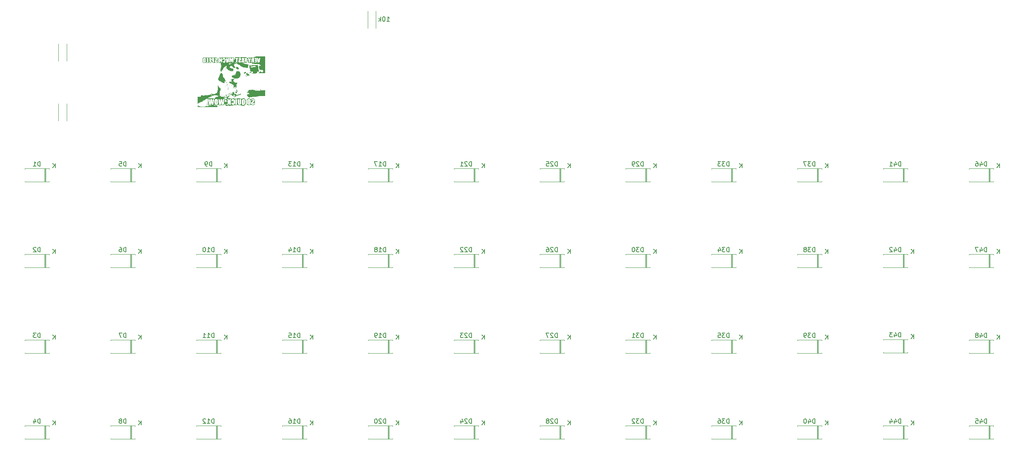
<source format=gbr>
%TF.GenerationSoftware,KiCad,Pcbnew,(6.0.0-0)*%
%TF.CreationDate,2022-08-21T16:01:54-04:00*%
%TF.ProjectId,justin-freetracing,6a757374-696e-42d6-9672-656574726163,rev?*%
%TF.SameCoordinates,Original*%
%TF.FileFunction,Legend,Bot*%
%TF.FilePolarity,Positive*%
%FSLAX46Y46*%
G04 Gerber Fmt 4.6, Leading zero omitted, Abs format (unit mm)*
G04 Created by KiCad (PCBNEW (6.0.0-0)) date 2022-08-21 16:01:54*
%MOMM*%
%LPD*%
G01*
G04 APERTURE LIST*
%ADD10C,0.150000*%
%ADD11C,0.120000*%
G04 APERTURE END LIST*
D10*
X100505238Y-62932380D02*
X101076666Y-62932380D01*
X100790952Y-62932380D02*
X100790952Y-61932380D01*
X100886190Y-62075238D01*
X100981428Y-62170476D01*
X101076666Y-62218095D01*
X99886190Y-61932380D02*
X99790952Y-61932380D01*
X99695714Y-61980000D01*
X99648095Y-62027619D01*
X99600476Y-62122857D01*
X99552857Y-62313333D01*
X99552857Y-62551428D01*
X99600476Y-62741904D01*
X99648095Y-62837142D01*
X99695714Y-62884761D01*
X99790952Y-62932380D01*
X99886190Y-62932380D01*
X99981428Y-62884761D01*
X100029047Y-62837142D01*
X100076666Y-62741904D01*
X100124285Y-62551428D01*
X100124285Y-62313333D01*
X100076666Y-62122857D01*
X100029047Y-62027619D01*
X99981428Y-61980000D01*
X99886190Y-61932380D01*
X99124285Y-62932380D02*
X99124285Y-61932380D01*
X99029047Y-62551428D02*
X98743333Y-62932380D01*
X98743333Y-62265714D02*
X99124285Y-62646666D01*
%TO.C,D45*%
X233624285Y-152287380D02*
X233624285Y-151287380D01*
X233386190Y-151287380D01*
X233243333Y-151335000D01*
X233148095Y-151430238D01*
X233100476Y-151525476D01*
X233052857Y-151715952D01*
X233052857Y-151858809D01*
X233100476Y-152049285D01*
X233148095Y-152144523D01*
X233243333Y-152239761D01*
X233386190Y-152287380D01*
X233624285Y-152287380D01*
X232195714Y-151620714D02*
X232195714Y-152287380D01*
X232433809Y-151239761D02*
X232671904Y-151954047D01*
X232052857Y-151954047D01*
X231195714Y-151287380D02*
X231671904Y-151287380D01*
X231719523Y-151763571D01*
X231671904Y-151715952D01*
X231576666Y-151668333D01*
X231338571Y-151668333D01*
X231243333Y-151715952D01*
X231195714Y-151763571D01*
X231148095Y-151858809D01*
X231148095Y-152096904D01*
X231195714Y-152192142D01*
X231243333Y-152239761D01*
X231338571Y-152287380D01*
X231576666Y-152287380D01*
X231671904Y-152239761D01*
X231719523Y-152192142D01*
%TO.C,D17*%
X100274285Y-95137380D02*
X100274285Y-94137380D01*
X100036190Y-94137380D01*
X99893333Y-94185000D01*
X99798095Y-94280238D01*
X99750476Y-94375476D01*
X99702857Y-94565952D01*
X99702857Y-94708809D01*
X99750476Y-94899285D01*
X99798095Y-94994523D01*
X99893333Y-95089761D01*
X100036190Y-95137380D01*
X100274285Y-95137380D01*
X98750476Y-95137380D02*
X99321904Y-95137380D01*
X99036190Y-95137380D02*
X99036190Y-94137380D01*
X99131428Y-94280238D01*
X99226666Y-94375476D01*
X99321904Y-94423095D01*
X98417142Y-94137380D02*
X97750476Y-94137380D01*
X98179047Y-95137380D01*
X103131904Y-95507380D02*
X103131904Y-94507380D01*
X102560476Y-95507380D02*
X102989047Y-94935952D01*
X102560476Y-94507380D02*
X103131904Y-95078809D01*
%TO.C,D25*%
X138374285Y-95137380D02*
X138374285Y-94137380D01*
X138136190Y-94137380D01*
X137993333Y-94185000D01*
X137898095Y-94280238D01*
X137850476Y-94375476D01*
X137802857Y-94565952D01*
X137802857Y-94708809D01*
X137850476Y-94899285D01*
X137898095Y-94994523D01*
X137993333Y-95089761D01*
X138136190Y-95137380D01*
X138374285Y-95137380D01*
X137421904Y-94232619D02*
X137374285Y-94185000D01*
X137279047Y-94137380D01*
X137040952Y-94137380D01*
X136945714Y-94185000D01*
X136898095Y-94232619D01*
X136850476Y-94327857D01*
X136850476Y-94423095D01*
X136898095Y-94565952D01*
X137469523Y-95137380D01*
X136850476Y-95137380D01*
X135945714Y-94137380D02*
X136421904Y-94137380D01*
X136469523Y-94613571D01*
X136421904Y-94565952D01*
X136326666Y-94518333D01*
X136088571Y-94518333D01*
X135993333Y-94565952D01*
X135945714Y-94613571D01*
X135898095Y-94708809D01*
X135898095Y-94946904D01*
X135945714Y-95042142D01*
X135993333Y-95089761D01*
X136088571Y-95137380D01*
X136326666Y-95137380D01*
X136421904Y-95089761D01*
X136469523Y-95042142D01*
X141231904Y-95507380D02*
X141231904Y-94507380D01*
X140660476Y-95507380D02*
X141089047Y-94935952D01*
X140660476Y-94507380D02*
X141231904Y-95078809D01*
%TO.C,D23*%
X119324285Y-133237380D02*
X119324285Y-132237380D01*
X119086190Y-132237380D01*
X118943333Y-132285000D01*
X118848095Y-132380238D01*
X118800476Y-132475476D01*
X118752857Y-132665952D01*
X118752857Y-132808809D01*
X118800476Y-132999285D01*
X118848095Y-133094523D01*
X118943333Y-133189761D01*
X119086190Y-133237380D01*
X119324285Y-133237380D01*
X118371904Y-132332619D02*
X118324285Y-132285000D01*
X118229047Y-132237380D01*
X117990952Y-132237380D01*
X117895714Y-132285000D01*
X117848095Y-132332619D01*
X117800476Y-132427857D01*
X117800476Y-132523095D01*
X117848095Y-132665952D01*
X118419523Y-133237380D01*
X117800476Y-133237380D01*
X117467142Y-132237380D02*
X116848095Y-132237380D01*
X117181428Y-132618333D01*
X117038571Y-132618333D01*
X116943333Y-132665952D01*
X116895714Y-132713571D01*
X116848095Y-132808809D01*
X116848095Y-133046904D01*
X116895714Y-133142142D01*
X116943333Y-133189761D01*
X117038571Y-133237380D01*
X117324285Y-133237380D01*
X117419523Y-133189761D01*
X117467142Y-133142142D01*
X122181904Y-133607380D02*
X122181904Y-132607380D01*
X121610476Y-133607380D02*
X122039047Y-133035952D01*
X121610476Y-132607380D02*
X122181904Y-133178809D01*
%TO.C,D7*%
X42648095Y-133237380D02*
X42648095Y-132237380D01*
X42410000Y-132237380D01*
X42267142Y-132285000D01*
X42171904Y-132380238D01*
X42124285Y-132475476D01*
X42076666Y-132665952D01*
X42076666Y-132808809D01*
X42124285Y-132999285D01*
X42171904Y-133094523D01*
X42267142Y-133189761D01*
X42410000Y-133237380D01*
X42648095Y-133237380D01*
X41743333Y-132237380D02*
X41076666Y-132237380D01*
X41505238Y-133237380D01*
X45981904Y-133607380D02*
X45981904Y-132607380D01*
X45410476Y-133607380D02*
X45839047Y-133035952D01*
X45410476Y-132607380D02*
X45981904Y-133178809D01*
%TO.C,D37*%
X195524285Y-95137380D02*
X195524285Y-94137380D01*
X195286190Y-94137380D01*
X195143333Y-94185000D01*
X195048095Y-94280238D01*
X195000476Y-94375476D01*
X194952857Y-94565952D01*
X194952857Y-94708809D01*
X195000476Y-94899285D01*
X195048095Y-94994523D01*
X195143333Y-95089761D01*
X195286190Y-95137380D01*
X195524285Y-95137380D01*
X194619523Y-94137380D02*
X194000476Y-94137380D01*
X194333809Y-94518333D01*
X194190952Y-94518333D01*
X194095714Y-94565952D01*
X194048095Y-94613571D01*
X194000476Y-94708809D01*
X194000476Y-94946904D01*
X194048095Y-95042142D01*
X194095714Y-95089761D01*
X194190952Y-95137380D01*
X194476666Y-95137380D01*
X194571904Y-95089761D01*
X194619523Y-95042142D01*
X193667142Y-94137380D02*
X193000476Y-94137380D01*
X193429047Y-95137380D01*
X198381904Y-95507380D02*
X198381904Y-94507380D01*
X197810476Y-95507380D02*
X198239047Y-94935952D01*
X197810476Y-94507380D02*
X198381904Y-95078809D01*
%TO.C,D41*%
X214574285Y-95137380D02*
X214574285Y-94137380D01*
X214336190Y-94137380D01*
X214193333Y-94185000D01*
X214098095Y-94280238D01*
X214050476Y-94375476D01*
X214002857Y-94565952D01*
X214002857Y-94708809D01*
X214050476Y-94899285D01*
X214098095Y-94994523D01*
X214193333Y-95089761D01*
X214336190Y-95137380D01*
X214574285Y-95137380D01*
X213145714Y-94470714D02*
X213145714Y-95137380D01*
X213383809Y-94089761D02*
X213621904Y-94804047D01*
X213002857Y-94804047D01*
X212098095Y-95137380D02*
X212669523Y-95137380D01*
X212383809Y-95137380D02*
X212383809Y-94137380D01*
X212479047Y-94280238D01*
X212574285Y-94375476D01*
X212669523Y-94423095D01*
%TO.C,D28*%
X138374285Y-152287380D02*
X138374285Y-151287380D01*
X138136190Y-151287380D01*
X137993333Y-151335000D01*
X137898095Y-151430238D01*
X137850476Y-151525476D01*
X137802857Y-151715952D01*
X137802857Y-151858809D01*
X137850476Y-152049285D01*
X137898095Y-152144523D01*
X137993333Y-152239761D01*
X138136190Y-152287380D01*
X138374285Y-152287380D01*
X137421904Y-151382619D02*
X137374285Y-151335000D01*
X137279047Y-151287380D01*
X137040952Y-151287380D01*
X136945714Y-151335000D01*
X136898095Y-151382619D01*
X136850476Y-151477857D01*
X136850476Y-151573095D01*
X136898095Y-151715952D01*
X137469523Y-152287380D01*
X136850476Y-152287380D01*
X136279047Y-151715952D02*
X136374285Y-151668333D01*
X136421904Y-151620714D01*
X136469523Y-151525476D01*
X136469523Y-151477857D01*
X136421904Y-151382619D01*
X136374285Y-151335000D01*
X136279047Y-151287380D01*
X136088571Y-151287380D01*
X135993333Y-151335000D01*
X135945714Y-151382619D01*
X135898095Y-151477857D01*
X135898095Y-151525476D01*
X135945714Y-151620714D01*
X135993333Y-151668333D01*
X136088571Y-151715952D01*
X136279047Y-151715952D01*
X136374285Y-151763571D01*
X136421904Y-151811190D01*
X136469523Y-151906428D01*
X136469523Y-152096904D01*
X136421904Y-152192142D01*
X136374285Y-152239761D01*
X136279047Y-152287380D01*
X136088571Y-152287380D01*
X135993333Y-152239761D01*
X135945714Y-152192142D01*
X135898095Y-152096904D01*
X135898095Y-151906428D01*
X135945714Y-151811190D01*
X135993333Y-151763571D01*
X136088571Y-151715952D01*
X141231904Y-152657380D02*
X141231904Y-151657380D01*
X140660476Y-152657380D02*
X141089047Y-152085952D01*
X140660476Y-151657380D02*
X141231904Y-152228809D01*
%TO.C,D11*%
X62174285Y-133237380D02*
X62174285Y-132237380D01*
X61936190Y-132237380D01*
X61793333Y-132285000D01*
X61698095Y-132380238D01*
X61650476Y-132475476D01*
X61602857Y-132665952D01*
X61602857Y-132808809D01*
X61650476Y-132999285D01*
X61698095Y-133094523D01*
X61793333Y-133189761D01*
X61936190Y-133237380D01*
X62174285Y-133237380D01*
X60650476Y-133237380D02*
X61221904Y-133237380D01*
X60936190Y-133237380D02*
X60936190Y-132237380D01*
X61031428Y-132380238D01*
X61126666Y-132475476D01*
X61221904Y-132523095D01*
X59698095Y-133237380D02*
X60269523Y-133237380D01*
X59983809Y-133237380D02*
X59983809Y-132237380D01*
X60079047Y-132380238D01*
X60174285Y-132475476D01*
X60269523Y-132523095D01*
X65031904Y-133607380D02*
X65031904Y-132607380D01*
X64460476Y-133607380D02*
X64889047Y-133035952D01*
X64460476Y-132607380D02*
X65031904Y-133178809D01*
%TO.C,D43*%
X214574285Y-133110380D02*
X214574285Y-132110380D01*
X214336190Y-132110380D01*
X214193333Y-132158000D01*
X214098095Y-132253238D01*
X214050476Y-132348476D01*
X214002857Y-132538952D01*
X214002857Y-132681809D01*
X214050476Y-132872285D01*
X214098095Y-132967523D01*
X214193333Y-133062761D01*
X214336190Y-133110380D01*
X214574285Y-133110380D01*
X213145714Y-132443714D02*
X213145714Y-133110380D01*
X213383809Y-132062761D02*
X213621904Y-132777047D01*
X213002857Y-132777047D01*
X212717142Y-132110380D02*
X212098095Y-132110380D01*
X212431428Y-132491333D01*
X212288571Y-132491333D01*
X212193333Y-132538952D01*
X212145714Y-132586571D01*
X212098095Y-132681809D01*
X212098095Y-132919904D01*
X212145714Y-133015142D01*
X212193333Y-133062761D01*
X212288571Y-133110380D01*
X212574285Y-133110380D01*
X212669523Y-133062761D01*
X212717142Y-133015142D01*
X217431904Y-133480380D02*
X217431904Y-132480380D01*
X216860476Y-133480380D02*
X217289047Y-132908952D01*
X216860476Y-132480380D02*
X217431904Y-133051809D01*
%TO.C,D21*%
X119324285Y-95137380D02*
X119324285Y-94137380D01*
X119086190Y-94137380D01*
X118943333Y-94185000D01*
X118848095Y-94280238D01*
X118800476Y-94375476D01*
X118752857Y-94565952D01*
X118752857Y-94708809D01*
X118800476Y-94899285D01*
X118848095Y-94994523D01*
X118943333Y-95089761D01*
X119086190Y-95137380D01*
X119324285Y-95137380D01*
X118371904Y-94232619D02*
X118324285Y-94185000D01*
X118229047Y-94137380D01*
X117990952Y-94137380D01*
X117895714Y-94185000D01*
X117848095Y-94232619D01*
X117800476Y-94327857D01*
X117800476Y-94423095D01*
X117848095Y-94565952D01*
X118419523Y-95137380D01*
X117800476Y-95137380D01*
X116848095Y-95137380D02*
X117419523Y-95137380D01*
X117133809Y-95137380D02*
X117133809Y-94137380D01*
X117229047Y-94280238D01*
X117324285Y-94375476D01*
X117419523Y-94423095D01*
X122181904Y-95507380D02*
X122181904Y-94507380D01*
X121610476Y-95507380D02*
X122039047Y-94935952D01*
X121610476Y-94507380D02*
X122181904Y-95078809D01*
%TO.C,D27*%
X138374285Y-133237380D02*
X138374285Y-132237380D01*
X138136190Y-132237380D01*
X137993333Y-132285000D01*
X137898095Y-132380238D01*
X137850476Y-132475476D01*
X137802857Y-132665952D01*
X137802857Y-132808809D01*
X137850476Y-132999285D01*
X137898095Y-133094523D01*
X137993333Y-133189761D01*
X138136190Y-133237380D01*
X138374285Y-133237380D01*
X137421904Y-132332619D02*
X137374285Y-132285000D01*
X137279047Y-132237380D01*
X137040952Y-132237380D01*
X136945714Y-132285000D01*
X136898095Y-132332619D01*
X136850476Y-132427857D01*
X136850476Y-132523095D01*
X136898095Y-132665952D01*
X137469523Y-133237380D01*
X136850476Y-133237380D01*
X136517142Y-132237380D02*
X135850476Y-132237380D01*
X136279047Y-133237380D01*
X141231904Y-133607380D02*
X141231904Y-132607380D01*
X140660476Y-133607380D02*
X141089047Y-133035952D01*
X140660476Y-132607380D02*
X141231904Y-133178809D01*
%TO.C,D35*%
X176474285Y-133237380D02*
X176474285Y-132237380D01*
X176236190Y-132237380D01*
X176093333Y-132285000D01*
X175998095Y-132380238D01*
X175950476Y-132475476D01*
X175902857Y-132665952D01*
X175902857Y-132808809D01*
X175950476Y-132999285D01*
X175998095Y-133094523D01*
X176093333Y-133189761D01*
X176236190Y-133237380D01*
X176474285Y-133237380D01*
X175569523Y-132237380D02*
X174950476Y-132237380D01*
X175283809Y-132618333D01*
X175140952Y-132618333D01*
X175045714Y-132665952D01*
X174998095Y-132713571D01*
X174950476Y-132808809D01*
X174950476Y-133046904D01*
X174998095Y-133142142D01*
X175045714Y-133189761D01*
X175140952Y-133237380D01*
X175426666Y-133237380D01*
X175521904Y-133189761D01*
X175569523Y-133142142D01*
X174045714Y-132237380D02*
X174521904Y-132237380D01*
X174569523Y-132713571D01*
X174521904Y-132665952D01*
X174426666Y-132618333D01*
X174188571Y-132618333D01*
X174093333Y-132665952D01*
X174045714Y-132713571D01*
X173998095Y-132808809D01*
X173998095Y-133046904D01*
X174045714Y-133142142D01*
X174093333Y-133189761D01*
X174188571Y-133237380D01*
X174426666Y-133237380D01*
X174521904Y-133189761D01*
X174569523Y-133142142D01*
X179331904Y-133607380D02*
X179331904Y-132607380D01*
X178760476Y-133607380D02*
X179189047Y-133035952D01*
X178760476Y-132607380D02*
X179331904Y-133178809D01*
%TO.C,D16*%
X81224285Y-152287380D02*
X81224285Y-151287380D01*
X80986190Y-151287380D01*
X80843333Y-151335000D01*
X80748095Y-151430238D01*
X80700476Y-151525476D01*
X80652857Y-151715952D01*
X80652857Y-151858809D01*
X80700476Y-152049285D01*
X80748095Y-152144523D01*
X80843333Y-152239761D01*
X80986190Y-152287380D01*
X81224285Y-152287380D01*
X79700476Y-152287380D02*
X80271904Y-152287380D01*
X79986190Y-152287380D02*
X79986190Y-151287380D01*
X80081428Y-151430238D01*
X80176666Y-151525476D01*
X80271904Y-151573095D01*
X78843333Y-151287380D02*
X79033809Y-151287380D01*
X79129047Y-151335000D01*
X79176666Y-151382619D01*
X79271904Y-151525476D01*
X79319523Y-151715952D01*
X79319523Y-152096904D01*
X79271904Y-152192142D01*
X79224285Y-152239761D01*
X79129047Y-152287380D01*
X78938571Y-152287380D01*
X78843333Y-152239761D01*
X78795714Y-152192142D01*
X78748095Y-152096904D01*
X78748095Y-151858809D01*
X78795714Y-151763571D01*
X78843333Y-151715952D01*
X78938571Y-151668333D01*
X79129047Y-151668333D01*
X79224285Y-151715952D01*
X79271904Y-151763571D01*
X79319523Y-151858809D01*
X84081904Y-152657380D02*
X84081904Y-151657380D01*
X83510476Y-152657380D02*
X83939047Y-152085952D01*
X83510476Y-151657380D02*
X84081904Y-152228809D01*
%TO.C,D19*%
X100274285Y-133237380D02*
X100274285Y-132237380D01*
X100036190Y-132237380D01*
X99893333Y-132285000D01*
X99798095Y-132380238D01*
X99750476Y-132475476D01*
X99702857Y-132665952D01*
X99702857Y-132808809D01*
X99750476Y-132999285D01*
X99798095Y-133094523D01*
X99893333Y-133189761D01*
X100036190Y-133237380D01*
X100274285Y-133237380D01*
X98750476Y-133237380D02*
X99321904Y-133237380D01*
X99036190Y-133237380D02*
X99036190Y-132237380D01*
X99131428Y-132380238D01*
X99226666Y-132475476D01*
X99321904Y-132523095D01*
X98274285Y-133237380D02*
X98083809Y-133237380D01*
X97988571Y-133189761D01*
X97940952Y-133142142D01*
X97845714Y-132999285D01*
X97798095Y-132808809D01*
X97798095Y-132427857D01*
X97845714Y-132332619D01*
X97893333Y-132285000D01*
X97988571Y-132237380D01*
X98179047Y-132237380D01*
X98274285Y-132285000D01*
X98321904Y-132332619D01*
X98369523Y-132427857D01*
X98369523Y-132665952D01*
X98321904Y-132761190D01*
X98274285Y-132808809D01*
X98179047Y-132856428D01*
X97988571Y-132856428D01*
X97893333Y-132808809D01*
X97845714Y-132761190D01*
X97798095Y-132665952D01*
X103131904Y-133607380D02*
X103131904Y-132607380D01*
X102560476Y-133607380D02*
X102989047Y-133035952D01*
X102560476Y-132607380D02*
X103131904Y-133178809D01*
%TO.C,D42*%
X214574285Y-114187380D02*
X214574285Y-113187380D01*
X214336190Y-113187380D01*
X214193333Y-113235000D01*
X214098095Y-113330238D01*
X214050476Y-113425476D01*
X214002857Y-113615952D01*
X214002857Y-113758809D01*
X214050476Y-113949285D01*
X214098095Y-114044523D01*
X214193333Y-114139761D01*
X214336190Y-114187380D01*
X214574285Y-114187380D01*
X213145714Y-113520714D02*
X213145714Y-114187380D01*
X213383809Y-113139761D02*
X213621904Y-113854047D01*
X213002857Y-113854047D01*
X212669523Y-113282619D02*
X212621904Y-113235000D01*
X212526666Y-113187380D01*
X212288571Y-113187380D01*
X212193333Y-113235000D01*
X212145714Y-113282619D01*
X212098095Y-113377857D01*
X212098095Y-113473095D01*
X212145714Y-113615952D01*
X212717142Y-114187380D01*
X212098095Y-114187380D01*
X217431904Y-114557380D02*
X217431904Y-113557380D01*
X216860476Y-114557380D02*
X217289047Y-113985952D01*
X216860476Y-113557380D02*
X217431904Y-114128809D01*
%TO.C,D31*%
X157424285Y-133237380D02*
X157424285Y-132237380D01*
X157186190Y-132237380D01*
X157043333Y-132285000D01*
X156948095Y-132380238D01*
X156900476Y-132475476D01*
X156852857Y-132665952D01*
X156852857Y-132808809D01*
X156900476Y-132999285D01*
X156948095Y-133094523D01*
X157043333Y-133189761D01*
X157186190Y-133237380D01*
X157424285Y-133237380D01*
X156519523Y-132237380D02*
X155900476Y-132237380D01*
X156233809Y-132618333D01*
X156090952Y-132618333D01*
X155995714Y-132665952D01*
X155948095Y-132713571D01*
X155900476Y-132808809D01*
X155900476Y-133046904D01*
X155948095Y-133142142D01*
X155995714Y-133189761D01*
X156090952Y-133237380D01*
X156376666Y-133237380D01*
X156471904Y-133189761D01*
X156519523Y-133142142D01*
X154948095Y-133237380D02*
X155519523Y-133237380D01*
X155233809Y-133237380D02*
X155233809Y-132237380D01*
X155329047Y-132380238D01*
X155424285Y-132475476D01*
X155519523Y-132523095D01*
X160281904Y-133607380D02*
X160281904Y-132607380D01*
X159710476Y-133607380D02*
X160139047Y-133035952D01*
X159710476Y-132607380D02*
X160281904Y-133178809D01*
%TO.C,D38*%
X195524285Y-114187380D02*
X195524285Y-113187380D01*
X195286190Y-113187380D01*
X195143333Y-113235000D01*
X195048095Y-113330238D01*
X195000476Y-113425476D01*
X194952857Y-113615952D01*
X194952857Y-113758809D01*
X195000476Y-113949285D01*
X195048095Y-114044523D01*
X195143333Y-114139761D01*
X195286190Y-114187380D01*
X195524285Y-114187380D01*
X194619523Y-113187380D02*
X194000476Y-113187380D01*
X194333809Y-113568333D01*
X194190952Y-113568333D01*
X194095714Y-113615952D01*
X194048095Y-113663571D01*
X194000476Y-113758809D01*
X194000476Y-113996904D01*
X194048095Y-114092142D01*
X194095714Y-114139761D01*
X194190952Y-114187380D01*
X194476666Y-114187380D01*
X194571904Y-114139761D01*
X194619523Y-114092142D01*
X193429047Y-113615952D02*
X193524285Y-113568333D01*
X193571904Y-113520714D01*
X193619523Y-113425476D01*
X193619523Y-113377857D01*
X193571904Y-113282619D01*
X193524285Y-113235000D01*
X193429047Y-113187380D01*
X193238571Y-113187380D01*
X193143333Y-113235000D01*
X193095714Y-113282619D01*
X193048095Y-113377857D01*
X193048095Y-113425476D01*
X193095714Y-113520714D01*
X193143333Y-113568333D01*
X193238571Y-113615952D01*
X193429047Y-113615952D01*
X193524285Y-113663571D01*
X193571904Y-113711190D01*
X193619523Y-113806428D01*
X193619523Y-113996904D01*
X193571904Y-114092142D01*
X193524285Y-114139761D01*
X193429047Y-114187380D01*
X193238571Y-114187380D01*
X193143333Y-114139761D01*
X193095714Y-114092142D01*
X193048095Y-113996904D01*
X193048095Y-113806428D01*
X193095714Y-113711190D01*
X193143333Y-113663571D01*
X193238571Y-113615952D01*
X198381904Y-114557380D02*
X198381904Y-113557380D01*
X197810476Y-114557380D02*
X198239047Y-113985952D01*
X197810476Y-113557380D02*
X198381904Y-114128809D01*
%TO.C,D15*%
X81224285Y-133237380D02*
X81224285Y-132237380D01*
X80986190Y-132237380D01*
X80843333Y-132285000D01*
X80748095Y-132380238D01*
X80700476Y-132475476D01*
X80652857Y-132665952D01*
X80652857Y-132808809D01*
X80700476Y-132999285D01*
X80748095Y-133094523D01*
X80843333Y-133189761D01*
X80986190Y-133237380D01*
X81224285Y-133237380D01*
X79700476Y-133237380D02*
X80271904Y-133237380D01*
X79986190Y-133237380D02*
X79986190Y-132237380D01*
X80081428Y-132380238D01*
X80176666Y-132475476D01*
X80271904Y-132523095D01*
X78795714Y-132237380D02*
X79271904Y-132237380D01*
X79319523Y-132713571D01*
X79271904Y-132665952D01*
X79176666Y-132618333D01*
X78938571Y-132618333D01*
X78843333Y-132665952D01*
X78795714Y-132713571D01*
X78748095Y-132808809D01*
X78748095Y-133046904D01*
X78795714Y-133142142D01*
X78843333Y-133189761D01*
X78938571Y-133237380D01*
X79176666Y-133237380D01*
X79271904Y-133189761D01*
X79319523Y-133142142D01*
X84081904Y-133607380D02*
X84081904Y-132607380D01*
X83510476Y-133607380D02*
X83939047Y-133035952D01*
X83510476Y-132607380D02*
X84081904Y-133178809D01*
%TO.C,D34*%
X176474285Y-114187380D02*
X176474285Y-113187380D01*
X176236190Y-113187380D01*
X176093333Y-113235000D01*
X175998095Y-113330238D01*
X175950476Y-113425476D01*
X175902857Y-113615952D01*
X175902857Y-113758809D01*
X175950476Y-113949285D01*
X175998095Y-114044523D01*
X176093333Y-114139761D01*
X176236190Y-114187380D01*
X176474285Y-114187380D01*
X175569523Y-113187380D02*
X174950476Y-113187380D01*
X175283809Y-113568333D01*
X175140952Y-113568333D01*
X175045714Y-113615952D01*
X174998095Y-113663571D01*
X174950476Y-113758809D01*
X174950476Y-113996904D01*
X174998095Y-114092142D01*
X175045714Y-114139761D01*
X175140952Y-114187380D01*
X175426666Y-114187380D01*
X175521904Y-114139761D01*
X175569523Y-114092142D01*
X174093333Y-113520714D02*
X174093333Y-114187380D01*
X174331428Y-113139761D02*
X174569523Y-113854047D01*
X173950476Y-113854047D01*
X179331904Y-114557380D02*
X179331904Y-113557380D01*
X178760476Y-114557380D02*
X179189047Y-113985952D01*
X178760476Y-113557380D02*
X179331904Y-114128809D01*
%TO.C,D10*%
X62174285Y-114187380D02*
X62174285Y-113187380D01*
X61936190Y-113187380D01*
X61793333Y-113235000D01*
X61698095Y-113330238D01*
X61650476Y-113425476D01*
X61602857Y-113615952D01*
X61602857Y-113758809D01*
X61650476Y-113949285D01*
X61698095Y-114044523D01*
X61793333Y-114139761D01*
X61936190Y-114187380D01*
X62174285Y-114187380D01*
X60650476Y-114187380D02*
X61221904Y-114187380D01*
X60936190Y-114187380D02*
X60936190Y-113187380D01*
X61031428Y-113330238D01*
X61126666Y-113425476D01*
X61221904Y-113473095D01*
X60031428Y-113187380D02*
X59936190Y-113187380D01*
X59840952Y-113235000D01*
X59793333Y-113282619D01*
X59745714Y-113377857D01*
X59698095Y-113568333D01*
X59698095Y-113806428D01*
X59745714Y-113996904D01*
X59793333Y-114092142D01*
X59840952Y-114139761D01*
X59936190Y-114187380D01*
X60031428Y-114187380D01*
X60126666Y-114139761D01*
X60174285Y-114092142D01*
X60221904Y-113996904D01*
X60269523Y-113806428D01*
X60269523Y-113568333D01*
X60221904Y-113377857D01*
X60174285Y-113282619D01*
X60126666Y-113235000D01*
X60031428Y-113187380D01*
X65031904Y-114557380D02*
X65031904Y-113557380D01*
X64460476Y-114557380D02*
X64889047Y-113985952D01*
X64460476Y-113557380D02*
X65031904Y-114128809D01*
%TO.C,D40*%
X195524285Y-152287380D02*
X195524285Y-151287380D01*
X195286190Y-151287380D01*
X195143333Y-151335000D01*
X195048095Y-151430238D01*
X195000476Y-151525476D01*
X194952857Y-151715952D01*
X194952857Y-151858809D01*
X195000476Y-152049285D01*
X195048095Y-152144523D01*
X195143333Y-152239761D01*
X195286190Y-152287380D01*
X195524285Y-152287380D01*
X194095714Y-151620714D02*
X194095714Y-152287380D01*
X194333809Y-151239761D02*
X194571904Y-151954047D01*
X193952857Y-151954047D01*
X193381428Y-151287380D02*
X193286190Y-151287380D01*
X193190952Y-151335000D01*
X193143333Y-151382619D01*
X193095714Y-151477857D01*
X193048095Y-151668333D01*
X193048095Y-151906428D01*
X193095714Y-152096904D01*
X193143333Y-152192142D01*
X193190952Y-152239761D01*
X193286190Y-152287380D01*
X193381428Y-152287380D01*
X193476666Y-152239761D01*
X193524285Y-152192142D01*
X193571904Y-152096904D01*
X193619523Y-151906428D01*
X193619523Y-151668333D01*
X193571904Y-151477857D01*
X193524285Y-151382619D01*
X193476666Y-151335000D01*
X193381428Y-151287380D01*
X198381904Y-152657380D02*
X198381904Y-151657380D01*
X197810476Y-152657380D02*
X198239047Y-152085952D01*
X197810476Y-151657380D02*
X198381904Y-152228809D01*
%TO.C,D13*%
X81224285Y-95137380D02*
X81224285Y-94137380D01*
X80986190Y-94137380D01*
X80843333Y-94185000D01*
X80748095Y-94280238D01*
X80700476Y-94375476D01*
X80652857Y-94565952D01*
X80652857Y-94708809D01*
X80700476Y-94899285D01*
X80748095Y-94994523D01*
X80843333Y-95089761D01*
X80986190Y-95137380D01*
X81224285Y-95137380D01*
X79700476Y-95137380D02*
X80271904Y-95137380D01*
X79986190Y-95137380D02*
X79986190Y-94137380D01*
X80081428Y-94280238D01*
X80176666Y-94375476D01*
X80271904Y-94423095D01*
X79367142Y-94137380D02*
X78748095Y-94137380D01*
X79081428Y-94518333D01*
X78938571Y-94518333D01*
X78843333Y-94565952D01*
X78795714Y-94613571D01*
X78748095Y-94708809D01*
X78748095Y-94946904D01*
X78795714Y-95042142D01*
X78843333Y-95089761D01*
X78938571Y-95137380D01*
X79224285Y-95137380D01*
X79319523Y-95089761D01*
X79367142Y-95042142D01*
X84081904Y-95507380D02*
X84081904Y-94507380D01*
X83510476Y-95507380D02*
X83939047Y-94935952D01*
X83510476Y-94507380D02*
X84081904Y-95078809D01*
%TO.C,D29*%
X157424285Y-95137380D02*
X157424285Y-94137380D01*
X157186190Y-94137380D01*
X157043333Y-94185000D01*
X156948095Y-94280238D01*
X156900476Y-94375476D01*
X156852857Y-94565952D01*
X156852857Y-94708809D01*
X156900476Y-94899285D01*
X156948095Y-94994523D01*
X157043333Y-95089761D01*
X157186190Y-95137380D01*
X157424285Y-95137380D01*
X156471904Y-94232619D02*
X156424285Y-94185000D01*
X156329047Y-94137380D01*
X156090952Y-94137380D01*
X155995714Y-94185000D01*
X155948095Y-94232619D01*
X155900476Y-94327857D01*
X155900476Y-94423095D01*
X155948095Y-94565952D01*
X156519523Y-95137380D01*
X155900476Y-95137380D01*
X155424285Y-95137380D02*
X155233809Y-95137380D01*
X155138571Y-95089761D01*
X155090952Y-95042142D01*
X154995714Y-94899285D01*
X154948095Y-94708809D01*
X154948095Y-94327857D01*
X154995714Y-94232619D01*
X155043333Y-94185000D01*
X155138571Y-94137380D01*
X155329047Y-94137380D01*
X155424285Y-94185000D01*
X155471904Y-94232619D01*
X155519523Y-94327857D01*
X155519523Y-94565952D01*
X155471904Y-94661190D01*
X155424285Y-94708809D01*
X155329047Y-94756428D01*
X155138571Y-94756428D01*
X155043333Y-94708809D01*
X154995714Y-94661190D01*
X154948095Y-94565952D01*
X160281904Y-95507380D02*
X160281904Y-94507380D01*
X159710476Y-95507380D02*
X160139047Y-94935952D01*
X159710476Y-94507380D02*
X160281904Y-95078809D01*
%TO.C,D6*%
X42648095Y-114187380D02*
X42648095Y-113187380D01*
X42410000Y-113187380D01*
X42267142Y-113235000D01*
X42171904Y-113330238D01*
X42124285Y-113425476D01*
X42076666Y-113615952D01*
X42076666Y-113758809D01*
X42124285Y-113949285D01*
X42171904Y-114044523D01*
X42267142Y-114139761D01*
X42410000Y-114187380D01*
X42648095Y-114187380D01*
X41219523Y-113187380D02*
X41410000Y-113187380D01*
X41505238Y-113235000D01*
X41552857Y-113282619D01*
X41648095Y-113425476D01*
X41695714Y-113615952D01*
X41695714Y-113996904D01*
X41648095Y-114092142D01*
X41600476Y-114139761D01*
X41505238Y-114187380D01*
X41314761Y-114187380D01*
X41219523Y-114139761D01*
X41171904Y-114092142D01*
X41124285Y-113996904D01*
X41124285Y-113758809D01*
X41171904Y-113663571D01*
X41219523Y-113615952D01*
X41314761Y-113568333D01*
X41505238Y-113568333D01*
X41600476Y-113615952D01*
X41648095Y-113663571D01*
X41695714Y-113758809D01*
X45981904Y-114557380D02*
X45981904Y-113557380D01*
X45410476Y-114557380D02*
X45839047Y-113985952D01*
X45410476Y-113557380D02*
X45981904Y-114128809D01*
%TO.C,D5*%
X42648095Y-95137380D02*
X42648095Y-94137380D01*
X42410000Y-94137380D01*
X42267142Y-94185000D01*
X42171904Y-94280238D01*
X42124285Y-94375476D01*
X42076666Y-94565952D01*
X42076666Y-94708809D01*
X42124285Y-94899285D01*
X42171904Y-94994523D01*
X42267142Y-95089761D01*
X42410000Y-95137380D01*
X42648095Y-95137380D01*
X41171904Y-94137380D02*
X41648095Y-94137380D01*
X41695714Y-94613571D01*
X41648095Y-94565952D01*
X41552857Y-94518333D01*
X41314761Y-94518333D01*
X41219523Y-94565952D01*
X41171904Y-94613571D01*
X41124285Y-94708809D01*
X41124285Y-94946904D01*
X41171904Y-95042142D01*
X41219523Y-95089761D01*
X41314761Y-95137380D01*
X41552857Y-95137380D01*
X41648095Y-95089761D01*
X41695714Y-95042142D01*
X45981904Y-95507380D02*
X45981904Y-94507380D01*
X45410476Y-95507380D02*
X45839047Y-94935952D01*
X45410476Y-94507380D02*
X45981904Y-95078809D01*
%TO.C,D12*%
X62174285Y-152287380D02*
X62174285Y-151287380D01*
X61936190Y-151287380D01*
X61793333Y-151335000D01*
X61698095Y-151430238D01*
X61650476Y-151525476D01*
X61602857Y-151715952D01*
X61602857Y-151858809D01*
X61650476Y-152049285D01*
X61698095Y-152144523D01*
X61793333Y-152239761D01*
X61936190Y-152287380D01*
X62174285Y-152287380D01*
X60650476Y-152287380D02*
X61221904Y-152287380D01*
X60936190Y-152287380D02*
X60936190Y-151287380D01*
X61031428Y-151430238D01*
X61126666Y-151525476D01*
X61221904Y-151573095D01*
X60269523Y-151382619D02*
X60221904Y-151335000D01*
X60126666Y-151287380D01*
X59888571Y-151287380D01*
X59793333Y-151335000D01*
X59745714Y-151382619D01*
X59698095Y-151477857D01*
X59698095Y-151573095D01*
X59745714Y-151715952D01*
X60317142Y-152287380D01*
X59698095Y-152287380D01*
%TO.C,D32*%
X157424285Y-152287380D02*
X157424285Y-151287380D01*
X157186190Y-151287380D01*
X157043333Y-151335000D01*
X156948095Y-151430238D01*
X156900476Y-151525476D01*
X156852857Y-151715952D01*
X156852857Y-151858809D01*
X156900476Y-152049285D01*
X156948095Y-152144523D01*
X157043333Y-152239761D01*
X157186190Y-152287380D01*
X157424285Y-152287380D01*
X156519523Y-151287380D02*
X155900476Y-151287380D01*
X156233809Y-151668333D01*
X156090952Y-151668333D01*
X155995714Y-151715952D01*
X155948095Y-151763571D01*
X155900476Y-151858809D01*
X155900476Y-152096904D01*
X155948095Y-152192142D01*
X155995714Y-152239761D01*
X156090952Y-152287380D01*
X156376666Y-152287380D01*
X156471904Y-152239761D01*
X156519523Y-152192142D01*
X155519523Y-151382619D02*
X155471904Y-151335000D01*
X155376666Y-151287380D01*
X155138571Y-151287380D01*
X155043333Y-151335000D01*
X154995714Y-151382619D01*
X154948095Y-151477857D01*
X154948095Y-151573095D01*
X154995714Y-151715952D01*
X155567142Y-152287380D01*
X154948095Y-152287380D01*
X160281904Y-152657380D02*
X160281904Y-151657380D01*
X159710476Y-152657380D02*
X160139047Y-152085952D01*
X159710476Y-151657380D02*
X160281904Y-152228809D01*
%TO.C,D44*%
X214574285Y-152287380D02*
X214574285Y-151287380D01*
X214336190Y-151287380D01*
X214193333Y-151335000D01*
X214098095Y-151430238D01*
X214050476Y-151525476D01*
X214002857Y-151715952D01*
X214002857Y-151858809D01*
X214050476Y-152049285D01*
X214098095Y-152144523D01*
X214193333Y-152239761D01*
X214336190Y-152287380D01*
X214574285Y-152287380D01*
X213145714Y-151620714D02*
X213145714Y-152287380D01*
X213383809Y-151239761D02*
X213621904Y-151954047D01*
X213002857Y-151954047D01*
X212193333Y-151620714D02*
X212193333Y-152287380D01*
X212431428Y-151239761D02*
X212669523Y-151954047D01*
X212050476Y-151954047D01*
X217431904Y-152657380D02*
X217431904Y-151657380D01*
X216860476Y-152657380D02*
X217289047Y-152085952D01*
X216860476Y-151657380D02*
X217431904Y-152228809D01*
%TO.C,D8*%
X42648095Y-152287380D02*
X42648095Y-151287380D01*
X42410000Y-151287380D01*
X42267142Y-151335000D01*
X42171904Y-151430238D01*
X42124285Y-151525476D01*
X42076666Y-151715952D01*
X42076666Y-151858809D01*
X42124285Y-152049285D01*
X42171904Y-152144523D01*
X42267142Y-152239761D01*
X42410000Y-152287380D01*
X42648095Y-152287380D01*
X41505238Y-151715952D02*
X41600476Y-151668333D01*
X41648095Y-151620714D01*
X41695714Y-151525476D01*
X41695714Y-151477857D01*
X41648095Y-151382619D01*
X41600476Y-151335000D01*
X41505238Y-151287380D01*
X41314761Y-151287380D01*
X41219523Y-151335000D01*
X41171904Y-151382619D01*
X41124285Y-151477857D01*
X41124285Y-151525476D01*
X41171904Y-151620714D01*
X41219523Y-151668333D01*
X41314761Y-151715952D01*
X41505238Y-151715952D01*
X41600476Y-151763571D01*
X41648095Y-151811190D01*
X41695714Y-151906428D01*
X41695714Y-152096904D01*
X41648095Y-152192142D01*
X41600476Y-152239761D01*
X41505238Y-152287380D01*
X41314761Y-152287380D01*
X41219523Y-152239761D01*
X41171904Y-152192142D01*
X41124285Y-152096904D01*
X41124285Y-151906428D01*
X41171904Y-151811190D01*
X41219523Y-151763571D01*
X41314761Y-151715952D01*
X45981904Y-152657380D02*
X45981904Y-151657380D01*
X45410476Y-152657380D02*
X45839047Y-152085952D01*
X45410476Y-151657380D02*
X45981904Y-152228809D01*
%TO.C,D9*%
X61698095Y-95137380D02*
X61698095Y-94137380D01*
X61460000Y-94137380D01*
X61317142Y-94185000D01*
X61221904Y-94280238D01*
X61174285Y-94375476D01*
X61126666Y-94565952D01*
X61126666Y-94708809D01*
X61174285Y-94899285D01*
X61221904Y-94994523D01*
X61317142Y-95089761D01*
X61460000Y-95137380D01*
X61698095Y-95137380D01*
X60650476Y-95137380D02*
X60460000Y-95137380D01*
X60364761Y-95089761D01*
X60317142Y-95042142D01*
X60221904Y-94899285D01*
X60174285Y-94708809D01*
X60174285Y-94327857D01*
X60221904Y-94232619D01*
X60269523Y-94185000D01*
X60364761Y-94137380D01*
X60555238Y-94137380D01*
X60650476Y-94185000D01*
X60698095Y-94232619D01*
X60745714Y-94327857D01*
X60745714Y-94565952D01*
X60698095Y-94661190D01*
X60650476Y-94708809D01*
X60555238Y-94756428D01*
X60364761Y-94756428D01*
X60269523Y-94708809D01*
X60221904Y-94661190D01*
X60174285Y-94565952D01*
X65031904Y-95507380D02*
X65031904Y-94507380D01*
X64460476Y-95507380D02*
X64889047Y-94935952D01*
X64460476Y-94507380D02*
X65031904Y-95078809D01*
%TO.C,D14*%
X81224285Y-114187380D02*
X81224285Y-113187380D01*
X80986190Y-113187380D01*
X80843333Y-113235000D01*
X80748095Y-113330238D01*
X80700476Y-113425476D01*
X80652857Y-113615952D01*
X80652857Y-113758809D01*
X80700476Y-113949285D01*
X80748095Y-114044523D01*
X80843333Y-114139761D01*
X80986190Y-114187380D01*
X81224285Y-114187380D01*
X79700476Y-114187380D02*
X80271904Y-114187380D01*
X79986190Y-114187380D02*
X79986190Y-113187380D01*
X80081428Y-113330238D01*
X80176666Y-113425476D01*
X80271904Y-113473095D01*
X78843333Y-113520714D02*
X78843333Y-114187380D01*
X79081428Y-113139761D02*
X79319523Y-113854047D01*
X78700476Y-113854047D01*
X84081904Y-114557380D02*
X84081904Y-113557380D01*
X83510476Y-114557380D02*
X83939047Y-113985952D01*
X83510476Y-113557380D02*
X84081904Y-114128809D01*
%TO.C,D20*%
X100274285Y-152287380D02*
X100274285Y-151287380D01*
X100036190Y-151287380D01*
X99893333Y-151335000D01*
X99798095Y-151430238D01*
X99750476Y-151525476D01*
X99702857Y-151715952D01*
X99702857Y-151858809D01*
X99750476Y-152049285D01*
X99798095Y-152144523D01*
X99893333Y-152239761D01*
X100036190Y-152287380D01*
X100274285Y-152287380D01*
X99321904Y-151382619D02*
X99274285Y-151335000D01*
X99179047Y-151287380D01*
X98940952Y-151287380D01*
X98845714Y-151335000D01*
X98798095Y-151382619D01*
X98750476Y-151477857D01*
X98750476Y-151573095D01*
X98798095Y-151715952D01*
X99369523Y-152287380D01*
X98750476Y-152287380D01*
X98131428Y-151287380D02*
X98036190Y-151287380D01*
X97940952Y-151335000D01*
X97893333Y-151382619D01*
X97845714Y-151477857D01*
X97798095Y-151668333D01*
X97798095Y-151906428D01*
X97845714Y-152096904D01*
X97893333Y-152192142D01*
X97940952Y-152239761D01*
X98036190Y-152287380D01*
X98131428Y-152287380D01*
X98226666Y-152239761D01*
X98274285Y-152192142D01*
X98321904Y-152096904D01*
X98369523Y-151906428D01*
X98369523Y-151668333D01*
X98321904Y-151477857D01*
X98274285Y-151382619D01*
X98226666Y-151335000D01*
X98131428Y-151287380D01*
X103131904Y-152657380D02*
X103131904Y-151657380D01*
X102560476Y-152657380D02*
X102989047Y-152085952D01*
X102560476Y-151657380D02*
X103131904Y-152228809D01*
%TO.C,D46*%
X233624285Y-95137380D02*
X233624285Y-94137380D01*
X233386190Y-94137380D01*
X233243333Y-94185000D01*
X233148095Y-94280238D01*
X233100476Y-94375476D01*
X233052857Y-94565952D01*
X233052857Y-94708809D01*
X233100476Y-94899285D01*
X233148095Y-94994523D01*
X233243333Y-95089761D01*
X233386190Y-95137380D01*
X233624285Y-95137380D01*
X232195714Y-94470714D02*
X232195714Y-95137380D01*
X232433809Y-94089761D02*
X232671904Y-94804047D01*
X232052857Y-94804047D01*
X231243333Y-94137380D02*
X231433809Y-94137380D01*
X231529047Y-94185000D01*
X231576666Y-94232619D01*
X231671904Y-94375476D01*
X231719523Y-94565952D01*
X231719523Y-94946904D01*
X231671904Y-95042142D01*
X231624285Y-95089761D01*
X231529047Y-95137380D01*
X231338571Y-95137380D01*
X231243333Y-95089761D01*
X231195714Y-95042142D01*
X231148095Y-94946904D01*
X231148095Y-94708809D01*
X231195714Y-94613571D01*
X231243333Y-94565952D01*
X231338571Y-94518333D01*
X231529047Y-94518333D01*
X231624285Y-94565952D01*
X231671904Y-94613571D01*
X231719523Y-94708809D01*
X236481904Y-95507380D02*
X236481904Y-94507380D01*
X235910476Y-95507380D02*
X236339047Y-94935952D01*
X235910476Y-94507380D02*
X236481904Y-95078809D01*
%TO.C,D18*%
X100274285Y-114187380D02*
X100274285Y-113187380D01*
X100036190Y-113187380D01*
X99893333Y-113235000D01*
X99798095Y-113330238D01*
X99750476Y-113425476D01*
X99702857Y-113615952D01*
X99702857Y-113758809D01*
X99750476Y-113949285D01*
X99798095Y-114044523D01*
X99893333Y-114139761D01*
X100036190Y-114187380D01*
X100274285Y-114187380D01*
X98750476Y-114187380D02*
X99321904Y-114187380D01*
X99036190Y-114187380D02*
X99036190Y-113187380D01*
X99131428Y-113330238D01*
X99226666Y-113425476D01*
X99321904Y-113473095D01*
X98179047Y-113615952D02*
X98274285Y-113568333D01*
X98321904Y-113520714D01*
X98369523Y-113425476D01*
X98369523Y-113377857D01*
X98321904Y-113282619D01*
X98274285Y-113235000D01*
X98179047Y-113187380D01*
X97988571Y-113187380D01*
X97893333Y-113235000D01*
X97845714Y-113282619D01*
X97798095Y-113377857D01*
X97798095Y-113425476D01*
X97845714Y-113520714D01*
X97893333Y-113568333D01*
X97988571Y-113615952D01*
X98179047Y-113615952D01*
X98274285Y-113663571D01*
X98321904Y-113711190D01*
X98369523Y-113806428D01*
X98369523Y-113996904D01*
X98321904Y-114092142D01*
X98274285Y-114139761D01*
X98179047Y-114187380D01*
X97988571Y-114187380D01*
X97893333Y-114139761D01*
X97845714Y-114092142D01*
X97798095Y-113996904D01*
X97798095Y-113806428D01*
X97845714Y-113711190D01*
X97893333Y-113663571D01*
X97988571Y-113615952D01*
X103131904Y-114557380D02*
X103131904Y-113557380D01*
X102560476Y-114557380D02*
X102989047Y-113985952D01*
X102560476Y-113557380D02*
X103131904Y-114128809D01*
%TO.C,D47*%
X233624285Y-114187380D02*
X233624285Y-113187380D01*
X233386190Y-113187380D01*
X233243333Y-113235000D01*
X233148095Y-113330238D01*
X233100476Y-113425476D01*
X233052857Y-113615952D01*
X233052857Y-113758809D01*
X233100476Y-113949285D01*
X233148095Y-114044523D01*
X233243333Y-114139761D01*
X233386190Y-114187380D01*
X233624285Y-114187380D01*
X232195714Y-113520714D02*
X232195714Y-114187380D01*
X232433809Y-113139761D02*
X232671904Y-113854047D01*
X232052857Y-113854047D01*
X231767142Y-113187380D02*
X231100476Y-113187380D01*
X231529047Y-114187380D01*
X236481904Y-114557380D02*
X236481904Y-113557380D01*
X235910476Y-114557380D02*
X236339047Y-113985952D01*
X235910476Y-113557380D02*
X236481904Y-114128809D01*
%TO.C,D24*%
X119324285Y-152287380D02*
X119324285Y-151287380D01*
X119086190Y-151287380D01*
X118943333Y-151335000D01*
X118848095Y-151430238D01*
X118800476Y-151525476D01*
X118752857Y-151715952D01*
X118752857Y-151858809D01*
X118800476Y-152049285D01*
X118848095Y-152144523D01*
X118943333Y-152239761D01*
X119086190Y-152287380D01*
X119324285Y-152287380D01*
X118371904Y-151382619D02*
X118324285Y-151335000D01*
X118229047Y-151287380D01*
X117990952Y-151287380D01*
X117895714Y-151335000D01*
X117848095Y-151382619D01*
X117800476Y-151477857D01*
X117800476Y-151573095D01*
X117848095Y-151715952D01*
X118419523Y-152287380D01*
X117800476Y-152287380D01*
X116943333Y-151620714D02*
X116943333Y-152287380D01*
X117181428Y-151239761D02*
X117419523Y-151954047D01*
X116800476Y-151954047D01*
X122181904Y-152657380D02*
X122181904Y-151657380D01*
X121610476Y-152657380D02*
X122039047Y-152085952D01*
X121610476Y-151657380D02*
X122181904Y-152228809D01*
%TO.C,D22*%
X119324285Y-114187380D02*
X119324285Y-113187380D01*
X119086190Y-113187380D01*
X118943333Y-113235000D01*
X118848095Y-113330238D01*
X118800476Y-113425476D01*
X118752857Y-113615952D01*
X118752857Y-113758809D01*
X118800476Y-113949285D01*
X118848095Y-114044523D01*
X118943333Y-114139761D01*
X119086190Y-114187380D01*
X119324285Y-114187380D01*
X118371904Y-113282619D02*
X118324285Y-113235000D01*
X118229047Y-113187380D01*
X117990952Y-113187380D01*
X117895714Y-113235000D01*
X117848095Y-113282619D01*
X117800476Y-113377857D01*
X117800476Y-113473095D01*
X117848095Y-113615952D01*
X118419523Y-114187380D01*
X117800476Y-114187380D01*
X117419523Y-113282619D02*
X117371904Y-113235000D01*
X117276666Y-113187380D01*
X117038571Y-113187380D01*
X116943333Y-113235000D01*
X116895714Y-113282619D01*
X116848095Y-113377857D01*
X116848095Y-113473095D01*
X116895714Y-113615952D01*
X117467142Y-114187380D01*
X116848095Y-114187380D01*
X122181904Y-114557380D02*
X122181904Y-113557380D01*
X121610476Y-114557380D02*
X122039047Y-113985952D01*
X121610476Y-113557380D02*
X122181904Y-114128809D01*
%TO.C,D4*%
X23598095Y-152287380D02*
X23598095Y-151287380D01*
X23360000Y-151287380D01*
X23217142Y-151335000D01*
X23121904Y-151430238D01*
X23074285Y-151525476D01*
X23026666Y-151715952D01*
X23026666Y-151858809D01*
X23074285Y-152049285D01*
X23121904Y-152144523D01*
X23217142Y-152239761D01*
X23360000Y-152287380D01*
X23598095Y-152287380D01*
X22169523Y-151620714D02*
X22169523Y-152287380D01*
X22407619Y-151239761D02*
X22645714Y-151954047D01*
X22026666Y-151954047D01*
X26931904Y-152657380D02*
X26931904Y-151657380D01*
X26360476Y-152657380D02*
X26789047Y-152085952D01*
X26360476Y-151657380D02*
X26931904Y-152228809D01*
%TO.C,D3*%
X23598095Y-133237380D02*
X23598095Y-132237380D01*
X23360000Y-132237380D01*
X23217142Y-132285000D01*
X23121904Y-132380238D01*
X23074285Y-132475476D01*
X23026666Y-132665952D01*
X23026666Y-132808809D01*
X23074285Y-132999285D01*
X23121904Y-133094523D01*
X23217142Y-133189761D01*
X23360000Y-133237380D01*
X23598095Y-133237380D01*
X22693333Y-132237380D02*
X22074285Y-132237380D01*
X22407619Y-132618333D01*
X22264761Y-132618333D01*
X22169523Y-132665952D01*
X22121904Y-132713571D01*
X22074285Y-132808809D01*
X22074285Y-133046904D01*
X22121904Y-133142142D01*
X22169523Y-133189761D01*
X22264761Y-133237380D01*
X22550476Y-133237380D01*
X22645714Y-133189761D01*
X22693333Y-133142142D01*
X26931904Y-133607380D02*
X26931904Y-132607380D01*
X26360476Y-133607380D02*
X26789047Y-133035952D01*
X26360476Y-132607380D02*
X26931904Y-133178809D01*
%TO.C,D1*%
X23598095Y-95137380D02*
X23598095Y-94137380D01*
X23360000Y-94137380D01*
X23217142Y-94185000D01*
X23121904Y-94280238D01*
X23074285Y-94375476D01*
X23026666Y-94565952D01*
X23026666Y-94708809D01*
X23074285Y-94899285D01*
X23121904Y-94994523D01*
X23217142Y-95089761D01*
X23360000Y-95137380D01*
X23598095Y-95137380D01*
X22074285Y-95137380D02*
X22645714Y-95137380D01*
X22360000Y-95137380D02*
X22360000Y-94137380D01*
X22455238Y-94280238D01*
X22550476Y-94375476D01*
X22645714Y-94423095D01*
X26931904Y-95507380D02*
X26931904Y-94507380D01*
X26360476Y-95507380D02*
X26789047Y-94935952D01*
X26360476Y-94507380D02*
X26931904Y-95078809D01*
%TO.C,D33*%
X176474285Y-95137380D02*
X176474285Y-94137380D01*
X176236190Y-94137380D01*
X176093333Y-94185000D01*
X175998095Y-94280238D01*
X175950476Y-94375476D01*
X175902857Y-94565952D01*
X175902857Y-94708809D01*
X175950476Y-94899285D01*
X175998095Y-94994523D01*
X176093333Y-95089761D01*
X176236190Y-95137380D01*
X176474285Y-95137380D01*
X175569523Y-94137380D02*
X174950476Y-94137380D01*
X175283809Y-94518333D01*
X175140952Y-94518333D01*
X175045714Y-94565952D01*
X174998095Y-94613571D01*
X174950476Y-94708809D01*
X174950476Y-94946904D01*
X174998095Y-95042142D01*
X175045714Y-95089761D01*
X175140952Y-95137380D01*
X175426666Y-95137380D01*
X175521904Y-95089761D01*
X175569523Y-95042142D01*
X174617142Y-94137380D02*
X173998095Y-94137380D01*
X174331428Y-94518333D01*
X174188571Y-94518333D01*
X174093333Y-94565952D01*
X174045714Y-94613571D01*
X173998095Y-94708809D01*
X173998095Y-94946904D01*
X174045714Y-95042142D01*
X174093333Y-95089761D01*
X174188571Y-95137380D01*
X174474285Y-95137380D01*
X174569523Y-95089761D01*
X174617142Y-95042142D01*
X179331904Y-95507380D02*
X179331904Y-94507380D01*
X178760476Y-95507380D02*
X179189047Y-94935952D01*
X178760476Y-94507380D02*
X179331904Y-95078809D01*
%TO.C,D2*%
X23598095Y-114187380D02*
X23598095Y-113187380D01*
X23360000Y-113187380D01*
X23217142Y-113235000D01*
X23121904Y-113330238D01*
X23074285Y-113425476D01*
X23026666Y-113615952D01*
X23026666Y-113758809D01*
X23074285Y-113949285D01*
X23121904Y-114044523D01*
X23217142Y-114139761D01*
X23360000Y-114187380D01*
X23598095Y-114187380D01*
X22645714Y-113282619D02*
X22598095Y-113235000D01*
X22502857Y-113187380D01*
X22264761Y-113187380D01*
X22169523Y-113235000D01*
X22121904Y-113282619D01*
X22074285Y-113377857D01*
X22074285Y-113473095D01*
X22121904Y-113615952D01*
X22693333Y-114187380D01*
X22074285Y-114187380D01*
X26931904Y-114557380D02*
X26931904Y-113557380D01*
X26360476Y-114557380D02*
X26789047Y-113985952D01*
X26360476Y-113557380D02*
X26931904Y-114128809D01*
%TO.C,D39*%
X195524285Y-133237380D02*
X195524285Y-132237380D01*
X195286190Y-132237380D01*
X195143333Y-132285000D01*
X195048095Y-132380238D01*
X195000476Y-132475476D01*
X194952857Y-132665952D01*
X194952857Y-132808809D01*
X195000476Y-132999285D01*
X195048095Y-133094523D01*
X195143333Y-133189761D01*
X195286190Y-133237380D01*
X195524285Y-133237380D01*
X194619523Y-132237380D02*
X194000476Y-132237380D01*
X194333809Y-132618333D01*
X194190952Y-132618333D01*
X194095714Y-132665952D01*
X194048095Y-132713571D01*
X194000476Y-132808809D01*
X194000476Y-133046904D01*
X194048095Y-133142142D01*
X194095714Y-133189761D01*
X194190952Y-133237380D01*
X194476666Y-133237380D01*
X194571904Y-133189761D01*
X194619523Y-133142142D01*
X193524285Y-133237380D02*
X193333809Y-133237380D01*
X193238571Y-133189761D01*
X193190952Y-133142142D01*
X193095714Y-132999285D01*
X193048095Y-132808809D01*
X193048095Y-132427857D01*
X193095714Y-132332619D01*
X193143333Y-132285000D01*
X193238571Y-132237380D01*
X193429047Y-132237380D01*
X193524285Y-132285000D01*
X193571904Y-132332619D01*
X193619523Y-132427857D01*
X193619523Y-132665952D01*
X193571904Y-132761190D01*
X193524285Y-132808809D01*
X193429047Y-132856428D01*
X193238571Y-132856428D01*
X193143333Y-132808809D01*
X193095714Y-132761190D01*
X193048095Y-132665952D01*
X198381904Y-133607380D02*
X198381904Y-132607380D01*
X197810476Y-133607380D02*
X198239047Y-133035952D01*
X197810476Y-132607380D02*
X198381904Y-133178809D01*
%TO.C,D26*%
X138374285Y-114187380D02*
X138374285Y-113187380D01*
X138136190Y-113187380D01*
X137993333Y-113235000D01*
X137898095Y-113330238D01*
X137850476Y-113425476D01*
X137802857Y-113615952D01*
X137802857Y-113758809D01*
X137850476Y-113949285D01*
X137898095Y-114044523D01*
X137993333Y-114139761D01*
X138136190Y-114187380D01*
X138374285Y-114187380D01*
X137421904Y-113282619D02*
X137374285Y-113235000D01*
X137279047Y-113187380D01*
X137040952Y-113187380D01*
X136945714Y-113235000D01*
X136898095Y-113282619D01*
X136850476Y-113377857D01*
X136850476Y-113473095D01*
X136898095Y-113615952D01*
X137469523Y-114187380D01*
X136850476Y-114187380D01*
X135993333Y-113187380D02*
X136183809Y-113187380D01*
X136279047Y-113235000D01*
X136326666Y-113282619D01*
X136421904Y-113425476D01*
X136469523Y-113615952D01*
X136469523Y-113996904D01*
X136421904Y-114092142D01*
X136374285Y-114139761D01*
X136279047Y-114187380D01*
X136088571Y-114187380D01*
X135993333Y-114139761D01*
X135945714Y-114092142D01*
X135898095Y-113996904D01*
X135898095Y-113758809D01*
X135945714Y-113663571D01*
X135993333Y-113615952D01*
X136088571Y-113568333D01*
X136279047Y-113568333D01*
X136374285Y-113615952D01*
X136421904Y-113663571D01*
X136469523Y-113758809D01*
X141231904Y-114557380D02*
X141231904Y-113557380D01*
X140660476Y-114557380D02*
X141089047Y-113985952D01*
X140660476Y-113557380D02*
X141231904Y-114128809D01*
%TO.C,D48*%
X233624285Y-133237380D02*
X233624285Y-132237380D01*
X233386190Y-132237380D01*
X233243333Y-132285000D01*
X233148095Y-132380238D01*
X233100476Y-132475476D01*
X233052857Y-132665952D01*
X233052857Y-132808809D01*
X233100476Y-132999285D01*
X233148095Y-133094523D01*
X233243333Y-133189761D01*
X233386190Y-133237380D01*
X233624285Y-133237380D01*
X232195714Y-132570714D02*
X232195714Y-133237380D01*
X232433809Y-132189761D02*
X232671904Y-132904047D01*
X232052857Y-132904047D01*
X231529047Y-132665952D02*
X231624285Y-132618333D01*
X231671904Y-132570714D01*
X231719523Y-132475476D01*
X231719523Y-132427857D01*
X231671904Y-132332619D01*
X231624285Y-132285000D01*
X231529047Y-132237380D01*
X231338571Y-132237380D01*
X231243333Y-132285000D01*
X231195714Y-132332619D01*
X231148095Y-132427857D01*
X231148095Y-132475476D01*
X231195714Y-132570714D01*
X231243333Y-132618333D01*
X231338571Y-132665952D01*
X231529047Y-132665952D01*
X231624285Y-132713571D01*
X231671904Y-132761190D01*
X231719523Y-132856428D01*
X231719523Y-133046904D01*
X231671904Y-133142142D01*
X231624285Y-133189761D01*
X231529047Y-133237380D01*
X231338571Y-133237380D01*
X231243333Y-133189761D01*
X231195714Y-133142142D01*
X231148095Y-133046904D01*
X231148095Y-132856428D01*
X231195714Y-132761190D01*
X231243333Y-132713571D01*
X231338571Y-132665952D01*
X236481904Y-133607380D02*
X236481904Y-132607380D01*
X235910476Y-133607380D02*
X236339047Y-133035952D01*
X235910476Y-132607380D02*
X236481904Y-133178809D01*
%TO.C,D36*%
X176474285Y-152287380D02*
X176474285Y-151287380D01*
X176236190Y-151287380D01*
X176093333Y-151335000D01*
X175998095Y-151430238D01*
X175950476Y-151525476D01*
X175902857Y-151715952D01*
X175902857Y-151858809D01*
X175950476Y-152049285D01*
X175998095Y-152144523D01*
X176093333Y-152239761D01*
X176236190Y-152287380D01*
X176474285Y-152287380D01*
X175569523Y-151287380D02*
X174950476Y-151287380D01*
X175283809Y-151668333D01*
X175140952Y-151668333D01*
X175045714Y-151715952D01*
X174998095Y-151763571D01*
X174950476Y-151858809D01*
X174950476Y-152096904D01*
X174998095Y-152192142D01*
X175045714Y-152239761D01*
X175140952Y-152287380D01*
X175426666Y-152287380D01*
X175521904Y-152239761D01*
X175569523Y-152192142D01*
X174093333Y-151287380D02*
X174283809Y-151287380D01*
X174379047Y-151335000D01*
X174426666Y-151382619D01*
X174521904Y-151525476D01*
X174569523Y-151715952D01*
X174569523Y-152096904D01*
X174521904Y-152192142D01*
X174474285Y-152239761D01*
X174379047Y-152287380D01*
X174188571Y-152287380D01*
X174093333Y-152239761D01*
X174045714Y-152192142D01*
X173998095Y-152096904D01*
X173998095Y-151858809D01*
X174045714Y-151763571D01*
X174093333Y-151715952D01*
X174188571Y-151668333D01*
X174379047Y-151668333D01*
X174474285Y-151715952D01*
X174521904Y-151763571D01*
X174569523Y-151858809D01*
X179331904Y-152657380D02*
X179331904Y-151657380D01*
X178760476Y-152657380D02*
X179189047Y-152085952D01*
X178760476Y-151657380D02*
X179331904Y-152228809D01*
%TO.C,D30*%
X157424285Y-114187380D02*
X157424285Y-113187380D01*
X157186190Y-113187380D01*
X157043333Y-113235000D01*
X156948095Y-113330238D01*
X156900476Y-113425476D01*
X156852857Y-113615952D01*
X156852857Y-113758809D01*
X156900476Y-113949285D01*
X156948095Y-114044523D01*
X157043333Y-114139761D01*
X157186190Y-114187380D01*
X157424285Y-114187380D01*
X156519523Y-113187380D02*
X155900476Y-113187380D01*
X156233809Y-113568333D01*
X156090952Y-113568333D01*
X155995714Y-113615952D01*
X155948095Y-113663571D01*
X155900476Y-113758809D01*
X155900476Y-113996904D01*
X155948095Y-114092142D01*
X155995714Y-114139761D01*
X156090952Y-114187380D01*
X156376666Y-114187380D01*
X156471904Y-114139761D01*
X156519523Y-114092142D01*
X155281428Y-113187380D02*
X155186190Y-113187380D01*
X155090952Y-113235000D01*
X155043333Y-113282619D01*
X154995714Y-113377857D01*
X154948095Y-113568333D01*
X154948095Y-113806428D01*
X154995714Y-113996904D01*
X155043333Y-114092142D01*
X155090952Y-114139761D01*
X155186190Y-114187380D01*
X155281428Y-114187380D01*
X155376666Y-114139761D01*
X155424285Y-114092142D01*
X155471904Y-113996904D01*
X155519523Y-113806428D01*
X155519523Y-113568333D01*
X155471904Y-113377857D01*
X155424285Y-113282619D01*
X155376666Y-113235000D01*
X155281428Y-113187380D01*
X160281904Y-114557380D02*
X160281904Y-113557380D01*
X159710476Y-114557380D02*
X160139047Y-113985952D01*
X159710476Y-113557380D02*
X160281904Y-114128809D01*
D11*
%TO.C,D45*%
X229690000Y-152835000D02*
X229690000Y-152965000D01*
X235130000Y-152835000D02*
X229690000Y-152835000D01*
X234230000Y-152835000D02*
X234230000Y-155775000D01*
X234110000Y-152835000D02*
X234110000Y-155775000D01*
X235130000Y-152965000D02*
X235130000Y-152835000D01*
X234350000Y-152835000D02*
X234350000Y-155775000D01*
X235130000Y-155645000D02*
X235130000Y-155775000D01*
X229690000Y-155775000D02*
X229690000Y-155645000D01*
X235130000Y-155775000D02*
X229690000Y-155775000D01*
%TO.C,D17*%
X101780000Y-98625000D02*
X96340000Y-98625000D01*
X101780000Y-95685000D02*
X96340000Y-95685000D01*
X96340000Y-98625000D02*
X96340000Y-98495000D01*
X101780000Y-95815000D02*
X101780000Y-95685000D01*
X96340000Y-95685000D02*
X96340000Y-95815000D01*
X101000000Y-95685000D02*
X101000000Y-98625000D01*
X100760000Y-95685000D02*
X100760000Y-98625000D01*
X101780000Y-98495000D02*
X101780000Y-98625000D01*
X100880000Y-95685000D02*
X100880000Y-98625000D01*
%TO.C,D25*%
X139880000Y-95685000D02*
X134440000Y-95685000D01*
X139100000Y-95685000D02*
X139100000Y-98625000D01*
X139880000Y-98625000D02*
X134440000Y-98625000D01*
X139880000Y-95815000D02*
X139880000Y-95685000D01*
X139880000Y-98495000D02*
X139880000Y-98625000D01*
X134440000Y-98625000D02*
X134440000Y-98495000D01*
X138860000Y-95685000D02*
X138860000Y-98625000D01*
X134440000Y-95685000D02*
X134440000Y-95815000D01*
X138980000Y-95685000D02*
X138980000Y-98625000D01*
%TO.C,D23*%
X115390000Y-136725000D02*
X115390000Y-136595000D01*
X119810000Y-133785000D02*
X119810000Y-136725000D01*
X120050000Y-133785000D02*
X120050000Y-136725000D01*
X120830000Y-136725000D02*
X115390000Y-136725000D01*
X120830000Y-136595000D02*
X120830000Y-136725000D01*
X120830000Y-133915000D02*
X120830000Y-133785000D01*
X119930000Y-133785000D02*
X119930000Y-136725000D01*
X115390000Y-133785000D02*
X115390000Y-133915000D01*
X120830000Y-133785000D02*
X115390000Y-133785000D01*
%TO.C,D7*%
X43610000Y-133785000D02*
X43610000Y-136725000D01*
X39190000Y-136725000D02*
X39190000Y-136595000D01*
X43850000Y-133785000D02*
X43850000Y-136725000D01*
X43730000Y-133785000D02*
X43730000Y-136725000D01*
X44630000Y-133915000D02*
X44630000Y-133785000D01*
X39190000Y-133785000D02*
X39190000Y-133915000D01*
X44630000Y-133785000D02*
X39190000Y-133785000D01*
X44630000Y-136595000D02*
X44630000Y-136725000D01*
X44630000Y-136725000D02*
X39190000Y-136725000D01*
%TO.C,D37*%
X197030000Y-98495000D02*
X197030000Y-98625000D01*
X197030000Y-95685000D02*
X191590000Y-95685000D01*
X196010000Y-95685000D02*
X196010000Y-98625000D01*
X197030000Y-98625000D02*
X191590000Y-98625000D01*
X196130000Y-95685000D02*
X196130000Y-98625000D01*
X191590000Y-98625000D02*
X191590000Y-98495000D01*
X191590000Y-95685000D02*
X191590000Y-95815000D01*
X196250000Y-95685000D02*
X196250000Y-98625000D01*
X197030000Y-95815000D02*
X197030000Y-95685000D01*
%TO.C,D41*%
X216080000Y-95815000D02*
X216080000Y-95685000D01*
X216080000Y-95685000D02*
X210640000Y-95685000D01*
X210640000Y-98625000D02*
X210640000Y-98495000D01*
X215300000Y-95685000D02*
X215300000Y-98625000D01*
X210640000Y-95685000D02*
X210640000Y-95815000D01*
X216080000Y-98495000D02*
X216080000Y-98625000D01*
X216080000Y-98625000D02*
X210640000Y-98625000D01*
X215180000Y-95685000D02*
X215180000Y-98625000D01*
X215060000Y-95685000D02*
X215060000Y-98625000D01*
%TO.C,D28*%
X139880000Y-152835000D02*
X134440000Y-152835000D01*
X139880000Y-152965000D02*
X139880000Y-152835000D01*
X134440000Y-155775000D02*
X134440000Y-155645000D01*
X138980000Y-152835000D02*
X138980000Y-155775000D01*
X139880000Y-155645000D02*
X139880000Y-155775000D01*
X138860000Y-152835000D02*
X138860000Y-155775000D01*
X139880000Y-155775000D02*
X134440000Y-155775000D01*
X139100000Y-152835000D02*
X139100000Y-155775000D01*
X134440000Y-152835000D02*
X134440000Y-152965000D01*
%TO.C,D11*%
X62900000Y-133785000D02*
X62900000Y-136725000D01*
X58240000Y-133785000D02*
X58240000Y-133915000D01*
X63680000Y-136725000D02*
X58240000Y-136725000D01*
X62660000Y-133785000D02*
X62660000Y-136725000D01*
X62780000Y-133785000D02*
X62780000Y-136725000D01*
X63680000Y-133785000D02*
X58240000Y-133785000D01*
X63680000Y-136595000D02*
X63680000Y-136725000D01*
X63680000Y-133915000D02*
X63680000Y-133785000D01*
X58240000Y-136725000D02*
X58240000Y-136595000D01*
%TO.C,D43*%
X215180000Y-133658000D02*
X215180000Y-136598000D01*
X210640000Y-133658000D02*
X210640000Y-133788000D01*
X216080000Y-133658000D02*
X210640000Y-133658000D01*
X216080000Y-136468000D02*
X216080000Y-136598000D01*
X210640000Y-136598000D02*
X210640000Y-136468000D01*
X216080000Y-136598000D02*
X210640000Y-136598000D01*
X215060000Y-133658000D02*
X215060000Y-136598000D01*
X215300000Y-133658000D02*
X215300000Y-136598000D01*
X216080000Y-133788000D02*
X216080000Y-133658000D01*
%TO.C,R1*%
X29495000Y-71770000D02*
X29495000Y-67930000D01*
X27655000Y-71770000D02*
X27655000Y-67930000D01*
%TO.C,D21*%
X115390000Y-98625000D02*
X115390000Y-98495000D01*
X120830000Y-95685000D02*
X115390000Y-95685000D01*
X120830000Y-98625000D02*
X115390000Y-98625000D01*
X115390000Y-95685000D02*
X115390000Y-95815000D01*
X120050000Y-95685000D02*
X120050000Y-98625000D01*
X120830000Y-98495000D02*
X120830000Y-98625000D01*
X120830000Y-95815000D02*
X120830000Y-95685000D01*
X119810000Y-95685000D02*
X119810000Y-98625000D01*
X119930000Y-95685000D02*
X119930000Y-98625000D01*
%TO.C,D27*%
X139880000Y-133915000D02*
X139880000Y-133785000D01*
X139880000Y-133785000D02*
X134440000Y-133785000D01*
X134440000Y-136725000D02*
X134440000Y-136595000D01*
X139880000Y-136725000D02*
X134440000Y-136725000D01*
X139880000Y-136595000D02*
X139880000Y-136725000D01*
X139100000Y-133785000D02*
X139100000Y-136725000D01*
X138980000Y-133785000D02*
X138980000Y-136725000D01*
X138860000Y-133785000D02*
X138860000Y-136725000D01*
X134440000Y-133785000D02*
X134440000Y-133915000D01*
%TO.C,D35*%
X176960000Y-133785000D02*
X176960000Y-136725000D01*
X177980000Y-136725000D02*
X172540000Y-136725000D01*
X177080000Y-133785000D02*
X177080000Y-136725000D01*
X177200000Y-133785000D02*
X177200000Y-136725000D01*
X177980000Y-136595000D02*
X177980000Y-136725000D01*
X172540000Y-133785000D02*
X172540000Y-133915000D01*
X177980000Y-133785000D02*
X172540000Y-133785000D01*
X172540000Y-136725000D02*
X172540000Y-136595000D01*
X177980000Y-133915000D02*
X177980000Y-133785000D01*
%TO.C,D16*%
X82730000Y-152835000D02*
X77290000Y-152835000D01*
X77290000Y-155775000D02*
X77290000Y-155645000D01*
X82730000Y-152965000D02*
X82730000Y-152835000D01*
X81950000Y-152835000D02*
X81950000Y-155775000D01*
X77290000Y-152835000D02*
X77290000Y-152965000D01*
X82730000Y-155775000D02*
X77290000Y-155775000D01*
X81710000Y-152835000D02*
X81710000Y-155775000D01*
X81830000Y-152835000D02*
X81830000Y-155775000D01*
X82730000Y-155645000D02*
X82730000Y-155775000D01*
%TO.C,D19*%
X96340000Y-136725000D02*
X96340000Y-136595000D01*
X96340000Y-133785000D02*
X96340000Y-133915000D01*
X100760000Y-133785000D02*
X100760000Y-136725000D01*
X100880000Y-133785000D02*
X100880000Y-136725000D01*
X101780000Y-136595000D02*
X101780000Y-136725000D01*
X101780000Y-133915000D02*
X101780000Y-133785000D01*
X101000000Y-133785000D02*
X101000000Y-136725000D01*
X101780000Y-136725000D02*
X96340000Y-136725000D01*
X101780000Y-133785000D02*
X96340000Y-133785000D01*
%TO.C,D42*%
X215300000Y-114735000D02*
X215300000Y-117675000D01*
X216080000Y-117675000D02*
X210640000Y-117675000D01*
X215060000Y-114735000D02*
X215060000Y-117675000D01*
X210640000Y-117675000D02*
X210640000Y-117545000D01*
X215180000Y-114735000D02*
X215180000Y-117675000D01*
X210640000Y-114735000D02*
X210640000Y-114865000D01*
X216080000Y-114865000D02*
X216080000Y-114735000D01*
X216080000Y-117545000D02*
X216080000Y-117675000D01*
X216080000Y-114735000D02*
X210640000Y-114735000D01*
%TO.C,D31*%
X153490000Y-136725000D02*
X153490000Y-136595000D01*
X158930000Y-136595000D02*
X158930000Y-136725000D01*
X157910000Y-133785000D02*
X157910000Y-136725000D01*
X158030000Y-133785000D02*
X158030000Y-136725000D01*
X153490000Y-133785000D02*
X153490000Y-133915000D01*
X158930000Y-133785000D02*
X153490000Y-133785000D01*
X158930000Y-133915000D02*
X158930000Y-133785000D01*
X158150000Y-133785000D02*
X158150000Y-136725000D01*
X158930000Y-136725000D02*
X153490000Y-136725000D01*
%TO.C,D38*%
X191590000Y-114735000D02*
X191590000Y-114865000D01*
X197030000Y-114735000D02*
X191590000Y-114735000D01*
X197030000Y-117545000D02*
X197030000Y-117675000D01*
X196250000Y-114735000D02*
X196250000Y-117675000D01*
X191590000Y-117675000D02*
X191590000Y-117545000D01*
X197030000Y-114865000D02*
X197030000Y-114735000D01*
X196130000Y-114735000D02*
X196130000Y-117675000D01*
X196010000Y-114735000D02*
X196010000Y-117675000D01*
X197030000Y-117675000D02*
X191590000Y-117675000D01*
%TO.C,D15*%
X81830000Y-133785000D02*
X81830000Y-136725000D01*
X81710000Y-133785000D02*
X81710000Y-136725000D01*
X82730000Y-133785000D02*
X77290000Y-133785000D01*
X77290000Y-133785000D02*
X77290000Y-133915000D01*
X81950000Y-133785000D02*
X81950000Y-136725000D01*
X82730000Y-136725000D02*
X77290000Y-136725000D01*
X77290000Y-136725000D02*
X77290000Y-136595000D01*
X82730000Y-133915000D02*
X82730000Y-133785000D01*
X82730000Y-136595000D02*
X82730000Y-136725000D01*
%TO.C,D34*%
X172540000Y-114735000D02*
X172540000Y-114865000D01*
X176960000Y-114735000D02*
X176960000Y-117675000D01*
X177980000Y-114735000D02*
X172540000Y-114735000D01*
X177980000Y-117545000D02*
X177980000Y-117675000D01*
X177200000Y-114735000D02*
X177200000Y-117675000D01*
X177980000Y-114865000D02*
X177980000Y-114735000D01*
X177980000Y-117675000D02*
X172540000Y-117675000D01*
X172540000Y-117675000D02*
X172540000Y-117545000D01*
X177080000Y-114735000D02*
X177080000Y-117675000D01*
%TO.C,D10*%
X58240000Y-114735000D02*
X58240000Y-114865000D01*
X63680000Y-114735000D02*
X58240000Y-114735000D01*
X62660000Y-114735000D02*
X62660000Y-117675000D01*
X62780000Y-114735000D02*
X62780000Y-117675000D01*
X63680000Y-117545000D02*
X63680000Y-117675000D01*
X63680000Y-114865000D02*
X63680000Y-114735000D01*
X62900000Y-114735000D02*
X62900000Y-117675000D01*
X58240000Y-117675000D02*
X58240000Y-117545000D01*
X63680000Y-117675000D02*
X58240000Y-117675000D01*
%TO.C,D40*%
X197030000Y-152835000D02*
X191590000Y-152835000D01*
X196250000Y-152835000D02*
X196250000Y-155775000D01*
X196010000Y-152835000D02*
X196010000Y-155775000D01*
X191590000Y-152835000D02*
X191590000Y-152965000D01*
X191590000Y-155775000D02*
X191590000Y-155645000D01*
X196130000Y-152835000D02*
X196130000Y-155775000D01*
X197030000Y-155645000D02*
X197030000Y-155775000D01*
X197030000Y-152965000D02*
X197030000Y-152835000D01*
X197030000Y-155775000D02*
X191590000Y-155775000D01*
%TO.C,D13*%
X77290000Y-98625000D02*
X77290000Y-98495000D01*
X81710000Y-95685000D02*
X81710000Y-98625000D01*
X82730000Y-95685000D02*
X77290000Y-95685000D01*
X81830000Y-95685000D02*
X81830000Y-98625000D01*
X77290000Y-95685000D02*
X77290000Y-95815000D01*
X82730000Y-95815000D02*
X82730000Y-95685000D01*
X81950000Y-95685000D02*
X81950000Y-98625000D01*
X82730000Y-98495000D02*
X82730000Y-98625000D01*
X82730000Y-98625000D02*
X77290000Y-98625000D01*
%TO.C,D29*%
X157910000Y-95685000D02*
X157910000Y-98625000D01*
X153490000Y-95685000D02*
X153490000Y-95815000D01*
X158930000Y-95815000D02*
X158930000Y-95685000D01*
X158930000Y-98625000D02*
X153490000Y-98625000D01*
X158150000Y-95685000D02*
X158150000Y-98625000D01*
X158930000Y-95685000D02*
X153490000Y-95685000D01*
X158030000Y-95685000D02*
X158030000Y-98625000D01*
X158930000Y-98495000D02*
X158930000Y-98625000D01*
X153490000Y-98625000D02*
X153490000Y-98495000D01*
%TO.C,D6*%
X44630000Y-117545000D02*
X44630000Y-117675000D01*
X43730000Y-114735000D02*
X43730000Y-117675000D01*
X43610000Y-114735000D02*
X43610000Y-117675000D01*
X43850000Y-114735000D02*
X43850000Y-117675000D01*
X39190000Y-117675000D02*
X39190000Y-117545000D01*
X44630000Y-114735000D02*
X39190000Y-114735000D01*
X39190000Y-114735000D02*
X39190000Y-114865000D01*
X44630000Y-117675000D02*
X39190000Y-117675000D01*
X44630000Y-114865000D02*
X44630000Y-114735000D01*
%TO.C,D5*%
X39190000Y-98625000D02*
X39190000Y-98495000D01*
X39190000Y-95685000D02*
X39190000Y-95815000D01*
X43730000Y-95685000D02*
X43730000Y-98625000D01*
X44630000Y-95685000D02*
X39190000Y-95685000D01*
X43610000Y-95685000D02*
X43610000Y-98625000D01*
X44630000Y-98625000D02*
X39190000Y-98625000D01*
X43850000Y-95685000D02*
X43850000Y-98625000D01*
X44630000Y-95815000D02*
X44630000Y-95685000D01*
X44630000Y-98495000D02*
X44630000Y-98625000D01*
%TO.C,D12*%
X62660000Y-152835000D02*
X62660000Y-155775000D01*
X58240000Y-152835000D02*
X58240000Y-152965000D01*
X62900000Y-152835000D02*
X62900000Y-155775000D01*
X63680000Y-152965000D02*
X63680000Y-152835000D01*
X63680000Y-155645000D02*
X63680000Y-155775000D01*
X62780000Y-152835000D02*
X62780000Y-155775000D01*
X63680000Y-152835000D02*
X58240000Y-152835000D01*
X58240000Y-155775000D02*
X58240000Y-155645000D01*
X63680000Y-155775000D02*
X58240000Y-155775000D01*
%TO.C,D32*%
X158930000Y-152835000D02*
X153490000Y-152835000D01*
X158930000Y-155775000D02*
X153490000Y-155775000D01*
X158030000Y-152835000D02*
X158030000Y-155775000D01*
X158150000Y-152835000D02*
X158150000Y-155775000D01*
X153490000Y-152835000D02*
X153490000Y-152965000D01*
X158930000Y-152965000D02*
X158930000Y-152835000D01*
X157910000Y-152835000D02*
X157910000Y-155775000D01*
X158930000Y-155645000D02*
X158930000Y-155775000D01*
X153490000Y-155775000D02*
X153490000Y-155645000D01*
%TO.C,D44*%
X215300000Y-152835000D02*
X215300000Y-155775000D01*
X215060000Y-152835000D02*
X215060000Y-155775000D01*
X216080000Y-155775000D02*
X210640000Y-155775000D01*
X210640000Y-152835000D02*
X210640000Y-152965000D01*
X216080000Y-152965000D02*
X216080000Y-152835000D01*
X215180000Y-152835000D02*
X215180000Y-155775000D01*
X216080000Y-152835000D02*
X210640000Y-152835000D01*
X216080000Y-155645000D02*
X216080000Y-155775000D01*
X210640000Y-155775000D02*
X210640000Y-155645000D01*
%TO.C,D8*%
X44630000Y-152965000D02*
X44630000Y-152835000D01*
X43850000Y-152835000D02*
X43850000Y-155775000D01*
X44630000Y-152835000D02*
X39190000Y-152835000D01*
X44630000Y-155775000D02*
X39190000Y-155775000D01*
X43730000Y-152835000D02*
X43730000Y-155775000D01*
X39190000Y-155775000D02*
X39190000Y-155645000D01*
X39190000Y-152835000D02*
X39190000Y-152965000D01*
X44630000Y-155645000D02*
X44630000Y-155775000D01*
X43610000Y-152835000D02*
X43610000Y-155775000D01*
%TO.C,D9*%
X58240000Y-95685000D02*
X58240000Y-95815000D01*
X62900000Y-95685000D02*
X62900000Y-98625000D01*
X63680000Y-95815000D02*
X63680000Y-95685000D01*
X63680000Y-98625000D02*
X58240000Y-98625000D01*
X63680000Y-98495000D02*
X63680000Y-98625000D01*
X63680000Y-95685000D02*
X58240000Y-95685000D01*
X62780000Y-95685000D02*
X62780000Y-98625000D01*
X58240000Y-98625000D02*
X58240000Y-98495000D01*
X62660000Y-95685000D02*
X62660000Y-98625000D01*
%TO.C,D14*%
X77290000Y-117675000D02*
X77290000Y-117545000D01*
X82730000Y-114865000D02*
X82730000Y-114735000D01*
X82730000Y-117545000D02*
X82730000Y-117675000D01*
X81950000Y-114735000D02*
X81950000Y-117675000D01*
X81830000Y-114735000D02*
X81830000Y-117675000D01*
X82730000Y-114735000D02*
X77290000Y-114735000D01*
X77290000Y-114735000D02*
X77290000Y-114865000D01*
X81710000Y-114735000D02*
X81710000Y-117675000D01*
X82730000Y-117675000D02*
X77290000Y-117675000D01*
%TO.C,R2*%
X29495000Y-85105000D02*
X29495000Y-81265000D01*
X27655000Y-85105000D02*
X27655000Y-81265000D01*
%TO.C,D20*%
X96340000Y-155775000D02*
X96340000Y-155645000D01*
X101000000Y-152835000D02*
X101000000Y-155775000D01*
X101780000Y-155645000D02*
X101780000Y-155775000D01*
X101780000Y-152835000D02*
X96340000Y-152835000D01*
X100880000Y-152835000D02*
X100880000Y-155775000D01*
X101780000Y-155775000D02*
X96340000Y-155775000D01*
X101780000Y-152965000D02*
X101780000Y-152835000D01*
X100760000Y-152835000D02*
X100760000Y-155775000D01*
X96340000Y-152835000D02*
X96340000Y-152965000D01*
%TO.C,D46*%
X235130000Y-98625000D02*
X229690000Y-98625000D01*
X234230000Y-95685000D02*
X234230000Y-98625000D01*
X235130000Y-95815000D02*
X235130000Y-95685000D01*
X229690000Y-95685000D02*
X229690000Y-95815000D01*
X235130000Y-98495000D02*
X235130000Y-98625000D01*
X234110000Y-95685000D02*
X234110000Y-98625000D01*
X229690000Y-98625000D02*
X229690000Y-98495000D01*
X235130000Y-95685000D02*
X229690000Y-95685000D01*
X234350000Y-95685000D02*
X234350000Y-98625000D01*
%TO.C,D18*%
X100760000Y-114735000D02*
X100760000Y-117675000D01*
X101000000Y-114735000D02*
X101000000Y-117675000D01*
X101780000Y-117545000D02*
X101780000Y-117675000D01*
X100880000Y-114735000D02*
X100880000Y-117675000D01*
X96340000Y-117675000D02*
X96340000Y-117545000D01*
X101780000Y-114865000D02*
X101780000Y-114735000D01*
X101780000Y-114735000D02*
X96340000Y-114735000D01*
X96340000Y-114735000D02*
X96340000Y-114865000D01*
X101780000Y-117675000D02*
X96340000Y-117675000D01*
%TO.C,D47*%
X234110000Y-114735000D02*
X234110000Y-117675000D01*
X235130000Y-114865000D02*
X235130000Y-114735000D01*
X234350000Y-114735000D02*
X234350000Y-117675000D01*
X235130000Y-117545000D02*
X235130000Y-117675000D01*
X229690000Y-114735000D02*
X229690000Y-114865000D01*
X234230000Y-114735000D02*
X234230000Y-117675000D01*
X229690000Y-117675000D02*
X229690000Y-117545000D01*
X235130000Y-114735000D02*
X229690000Y-114735000D01*
X235130000Y-117675000D02*
X229690000Y-117675000D01*
%TO.C,D24*%
X115390000Y-152835000D02*
X115390000Y-152965000D01*
X120830000Y-155775000D02*
X115390000Y-155775000D01*
X120830000Y-152835000D02*
X115390000Y-152835000D01*
X120830000Y-152965000D02*
X120830000Y-152835000D01*
X115390000Y-155775000D02*
X115390000Y-155645000D01*
X119930000Y-152835000D02*
X119930000Y-155775000D01*
X120830000Y-155645000D02*
X120830000Y-155775000D01*
X119810000Y-152835000D02*
X119810000Y-155775000D01*
X120050000Y-152835000D02*
X120050000Y-155775000D01*
%TO.C,D22*%
X120830000Y-117675000D02*
X115390000Y-117675000D01*
X119810000Y-114735000D02*
X119810000Y-117675000D01*
X120050000Y-114735000D02*
X120050000Y-117675000D01*
X119930000Y-114735000D02*
X119930000Y-117675000D01*
X115390000Y-114735000D02*
X115390000Y-114865000D01*
X120830000Y-114735000D02*
X115390000Y-114735000D01*
X115390000Y-117675000D02*
X115390000Y-117545000D01*
X120830000Y-117545000D02*
X120830000Y-117675000D01*
X120830000Y-114865000D02*
X120830000Y-114735000D01*
%TO.C,R3*%
X96250000Y-60670000D02*
X96250000Y-64510000D01*
X98090000Y-60670000D02*
X98090000Y-64510000D01*
%TO.C,D4*%
X24560000Y-152835000D02*
X24560000Y-155775000D01*
X20140000Y-155775000D02*
X20140000Y-155645000D01*
X25580000Y-152965000D02*
X25580000Y-152835000D01*
X24680000Y-152835000D02*
X24680000Y-155775000D01*
X25580000Y-155775000D02*
X20140000Y-155775000D01*
X25580000Y-152835000D02*
X20140000Y-152835000D01*
X20140000Y-152835000D02*
X20140000Y-152965000D01*
X24800000Y-152835000D02*
X24800000Y-155775000D01*
X25580000Y-155645000D02*
X25580000Y-155775000D01*
%TO.C,D3*%
X20140000Y-136725000D02*
X20140000Y-136595000D01*
X25580000Y-136725000D02*
X20140000Y-136725000D01*
X25580000Y-133785000D02*
X20140000Y-133785000D01*
X24560000Y-133785000D02*
X24560000Y-136725000D01*
X24800000Y-133785000D02*
X24800000Y-136725000D01*
X20140000Y-133785000D02*
X20140000Y-133915000D01*
X25580000Y-136595000D02*
X25580000Y-136725000D01*
X25580000Y-133915000D02*
X25580000Y-133785000D01*
X24680000Y-133785000D02*
X24680000Y-136725000D01*
%TO.C,D1*%
X25580000Y-98495000D02*
X25580000Y-98625000D01*
X24560000Y-95685000D02*
X24560000Y-98625000D01*
X24800000Y-95685000D02*
X24800000Y-98625000D01*
X20140000Y-98625000D02*
X20140000Y-98495000D01*
X25580000Y-95685000D02*
X20140000Y-95685000D01*
X25580000Y-95815000D02*
X25580000Y-95685000D01*
X24680000Y-95685000D02*
X24680000Y-98625000D01*
X20140000Y-95685000D02*
X20140000Y-95815000D01*
X25580000Y-98625000D02*
X20140000Y-98625000D01*
%TO.C,D33*%
X177980000Y-95815000D02*
X177980000Y-95685000D01*
X177980000Y-98495000D02*
X177980000Y-98625000D01*
X177980000Y-95685000D02*
X172540000Y-95685000D01*
X177200000Y-95685000D02*
X177200000Y-98625000D01*
X177080000Y-95685000D02*
X177080000Y-98625000D01*
X177980000Y-98625000D02*
X172540000Y-98625000D01*
X176960000Y-95685000D02*
X176960000Y-98625000D01*
X172540000Y-98625000D02*
X172540000Y-98495000D01*
X172540000Y-95685000D02*
X172540000Y-95815000D01*
%TO.C,D2*%
X24560000Y-114735000D02*
X24560000Y-117675000D01*
X24800000Y-114735000D02*
X24800000Y-117675000D01*
X24680000Y-114735000D02*
X24680000Y-117675000D01*
X25580000Y-117675000D02*
X20140000Y-117675000D01*
X20140000Y-117675000D02*
X20140000Y-117545000D01*
X25580000Y-117545000D02*
X25580000Y-117675000D01*
X25580000Y-114735000D02*
X20140000Y-114735000D01*
X25580000Y-114865000D02*
X25580000Y-114735000D01*
X20140000Y-114735000D02*
X20140000Y-114865000D01*
%TO.C,D39*%
X196130000Y-133785000D02*
X196130000Y-136725000D01*
X197030000Y-136595000D02*
X197030000Y-136725000D01*
X191590000Y-136725000D02*
X191590000Y-136595000D01*
X197030000Y-136725000D02*
X191590000Y-136725000D01*
X197030000Y-133915000D02*
X197030000Y-133785000D01*
X191590000Y-133785000D02*
X191590000Y-133915000D01*
X197030000Y-133785000D02*
X191590000Y-133785000D01*
X196010000Y-133785000D02*
X196010000Y-136725000D01*
X196250000Y-133785000D02*
X196250000Y-136725000D01*
%TO.C,D26*%
X138860000Y-114735000D02*
X138860000Y-117675000D01*
X139880000Y-117675000D02*
X134440000Y-117675000D01*
X139880000Y-114865000D02*
X139880000Y-114735000D01*
X139880000Y-114735000D02*
X134440000Y-114735000D01*
X134440000Y-114735000D02*
X134440000Y-114865000D01*
X139880000Y-117545000D02*
X139880000Y-117675000D01*
X139100000Y-114735000D02*
X139100000Y-117675000D01*
X138980000Y-114735000D02*
X138980000Y-117675000D01*
X134440000Y-117675000D02*
X134440000Y-117545000D01*
%TO.C,G3*%
G36*
X60708113Y-81314726D02*
G01*
X60696574Y-81396530D01*
X60627853Y-81445205D01*
X60587783Y-81438256D01*
X60540867Y-81383792D01*
X60544256Y-81364449D01*
X60594469Y-81355506D01*
X60629103Y-81356405D01*
X60674728Y-81286440D01*
X60679701Y-81268236D01*
X60698402Y-81235809D01*
X60708113Y-81314726D01*
G37*
G36*
X64716210Y-76371004D02*
G01*
X64687214Y-76400000D01*
X64658219Y-76371004D01*
X64687214Y-76342009D01*
X64716210Y-76371004D01*
G37*
G36*
X60830821Y-81648173D02*
G01*
X60801826Y-81677169D01*
X60772831Y-81648173D01*
X60801826Y-81619178D01*
X60830821Y-81648173D01*
G37*
G36*
X62662710Y-80413738D02*
G01*
X62674887Y-80490653D01*
X62683355Y-80649431D01*
X62686529Y-80865296D01*
X62685938Y-80952581D01*
X62679394Y-81148196D01*
X62667145Y-81276489D01*
X62651113Y-81313138D01*
X62644761Y-81299829D01*
X62630873Y-81197015D01*
X62623732Y-81027422D01*
X62623082Y-80827541D01*
X62628662Y-80633863D01*
X62640217Y-80482879D01*
X62657488Y-80411080D01*
X62662710Y-80413738D01*
G37*
G36*
X69916767Y-80489647D02*
G01*
X69929167Y-80622541D01*
X69933624Y-80860464D01*
X69933265Y-80952291D01*
X69926873Y-81147548D01*
X69914191Y-81274905D01*
X69897167Y-81310333D01*
X69878568Y-81273941D01*
X69852560Y-81140018D01*
X69837672Y-80952915D01*
X69835121Y-80752917D01*
X69846127Y-80580306D01*
X69871908Y-80475366D01*
X69894696Y-80450998D01*
X69916767Y-80489647D01*
G37*
G36*
X70206012Y-74911567D02*
G01*
X70215084Y-74929010D01*
X70167351Y-74950228D01*
X70136651Y-74946043D01*
X70128691Y-74911567D01*
X70137190Y-74904627D01*
X70206012Y-74911567D01*
G37*
G36*
X64895713Y-79241552D02*
G01*
X64922180Y-79352728D01*
X64942393Y-79488013D01*
X64928994Y-79547824D01*
X64838358Y-79589497D01*
X64811753Y-79588731D01*
X64762065Y-79567913D01*
X64757265Y-79496004D01*
X64791678Y-79343036D01*
X64810480Y-79271068D01*
X64843742Y-79168529D01*
X64868149Y-79162596D01*
X64895713Y-79241552D01*
G37*
G36*
X67639321Y-73429713D02*
G01*
X67611048Y-73567238D01*
X67597720Y-73590148D01*
X67508323Y-73664350D01*
X67385272Y-73643032D01*
X67214762Y-73524714D01*
X67136768Y-73453534D01*
X67075484Y-73359277D01*
X67091616Y-73272639D01*
X67104129Y-73239497D01*
X67383790Y-73239497D01*
X67412785Y-73268493D01*
X67441780Y-73239497D01*
X67412785Y-73210502D01*
X67383790Y-73239497D01*
X67104129Y-73239497D01*
X67114112Y-73213058D01*
X67091384Y-73115265D01*
X67083826Y-73098425D01*
X67146017Y-73081551D01*
X67307572Y-73091884D01*
X67356304Y-73097907D01*
X67504523Y-73129089D01*
X67581529Y-73186065D01*
X67602790Y-73239497D01*
X67623595Y-73291781D01*
X67639321Y-73429713D01*
G37*
G36*
X71641396Y-78038263D02*
G01*
X71675114Y-78105898D01*
X71663180Y-78151025D01*
X71583295Y-78197717D01*
X71519932Y-78164243D01*
X71529669Y-78094754D01*
X71606250Y-78037034D01*
X71641396Y-78038263D01*
G37*
G36*
X65368607Y-77637393D02*
G01*
X65378444Y-77657529D01*
X65296118Y-77666642D01*
X65216345Y-77658559D01*
X65223630Y-77637393D01*
X65249879Y-77629733D01*
X65368607Y-77637393D01*
G37*
G36*
X69819406Y-74138356D02*
G01*
X69815221Y-74169056D01*
X69780745Y-74177016D01*
X69773805Y-74168517D01*
X69780745Y-74099695D01*
X69798188Y-74090623D01*
X69819406Y-74138356D01*
G37*
G36*
X66484346Y-77326908D02*
G01*
X66490091Y-77357313D01*
X66430363Y-77385844D01*
X66401084Y-77384710D01*
X66342517Y-77357317D01*
X66393938Y-77301335D01*
X66414848Y-77293454D01*
X66484346Y-77326908D01*
G37*
G36*
X65644064Y-79995433D02*
G01*
X65639878Y-80026134D01*
X65605403Y-80034094D01*
X65598463Y-80025594D01*
X65605403Y-79956773D01*
X65622846Y-79947700D01*
X65644064Y-79995433D01*
G37*
G36*
X66061268Y-75768078D02*
G01*
X66107990Y-75820091D01*
X66084662Y-75854422D01*
X65988586Y-75878082D01*
X65922778Y-75865735D01*
X65905022Y-75820091D01*
X65925694Y-75797443D01*
X66024427Y-75762100D01*
X66061268Y-75768078D01*
G37*
G36*
X66050000Y-73297488D02*
G01*
X66021004Y-73326484D01*
X65992009Y-73297488D01*
X66021004Y-73268493D01*
X66050000Y-73297488D01*
G37*
G36*
X66436605Y-73345814D02*
G01*
X66445678Y-73363257D01*
X66397945Y-73384475D01*
X66367245Y-73380289D01*
X66359284Y-73345814D01*
X66367784Y-73338874D01*
X66436605Y-73345814D01*
G37*
G36*
X64499471Y-79598359D02*
G01*
X64513242Y-79647488D01*
X64501356Y-79665033D01*
X64455251Y-79705479D01*
X64446863Y-79702750D01*
X64397260Y-79647488D01*
X64392615Y-79616774D01*
X64455251Y-79589497D01*
X64499471Y-79598359D01*
G37*
G36*
X70780966Y-71260561D02*
G01*
X70805251Y-71354794D01*
X70794376Y-71422206D01*
X70747260Y-71470776D01*
X70713554Y-71449027D01*
X70689269Y-71354794D01*
X70700143Y-71287383D01*
X70747260Y-71238812D01*
X70780966Y-71260561D01*
G37*
G36*
X63575554Y-79620629D02*
G01*
X63582372Y-79652539D01*
X63664228Y-79679926D01*
X63834685Y-79706856D01*
X64107306Y-79737400D01*
X64299320Y-79756067D01*
X64554860Y-79774217D01*
X64734664Y-79773923D01*
X64863396Y-79754553D01*
X64965718Y-79715477D01*
X65005200Y-79696248D01*
X65175404Y-79622804D01*
X65367340Y-79550011D01*
X65548830Y-79488904D01*
X65687695Y-79450521D01*
X65751756Y-79445896D01*
X65757360Y-79454800D01*
X65717852Y-79473516D01*
X65678481Y-79481600D01*
X65559055Y-79559432D01*
X65434249Y-79690029D01*
X65335968Y-79836456D01*
X65307665Y-79925462D01*
X65296118Y-79961774D01*
X65299365Y-80030902D01*
X65327418Y-80082420D01*
X65329341Y-80085952D01*
X65415803Y-80105270D01*
X65588391Y-80103201D01*
X65691134Y-80103369D01*
X65852170Y-80120751D01*
X65942430Y-80154622D01*
X65943293Y-80155475D01*
X66034558Y-80183423D01*
X66191933Y-80137945D01*
X66298826Y-80104088D01*
X66534177Y-80099428D01*
X66735812Y-80188551D01*
X66789256Y-80217234D01*
X66855692Y-80179406D01*
X66924554Y-80147458D01*
X67082968Y-80122364D01*
X67300531Y-80106722D01*
X67548129Y-80100641D01*
X67796647Y-80104231D01*
X68016969Y-80117602D01*
X68179981Y-80140862D01*
X68256568Y-80174123D01*
X68296483Y-80213784D01*
X68379712Y-80188551D01*
X68416153Y-80163343D01*
X68604775Y-80098574D01*
X68813315Y-80101374D01*
X69000420Y-80166242D01*
X69124740Y-80287675D01*
X69133157Y-80308838D01*
X69157811Y-80442184D01*
X69175031Y-80646062D01*
X69179973Y-80828904D01*
X69181506Y-80885607D01*
X69181506Y-81377468D01*
X68955696Y-81556314D01*
X68821161Y-81643832D01*
X68622102Y-81721571D01*
X68435308Y-81745698D01*
X68289506Y-81713639D01*
X68213418Y-81622822D01*
X68202629Y-81588450D01*
X68174026Y-81561187D01*
X68311643Y-81561187D01*
X68334077Y-81602940D01*
X68431924Y-81623929D01*
X68577285Y-81602757D01*
X68736917Y-81545478D01*
X68877577Y-81458143D01*
X68956744Y-81389000D01*
X69019039Y-81312042D01*
X69051694Y-81214163D01*
X69064200Y-81063679D01*
X69066047Y-80828904D01*
X69062547Y-80616409D01*
X69042396Y-80428420D01*
X68993724Y-80312349D01*
X68904743Y-80243583D01*
X68763667Y-80197509D01*
X68706075Y-80186837D01*
X68584179Y-80208243D01*
X68453378Y-80312353D01*
X68414579Y-80352320D01*
X68352144Y-80435248D01*
X68320788Y-80533134D01*
X68313090Y-80679540D01*
X68315696Y-80749315D01*
X68321623Y-80908029D01*
X68339338Y-81127367D01*
X68371927Y-81301815D01*
X68414770Y-81373264D01*
X68467671Y-81405879D01*
X68476507Y-81470076D01*
X68398630Y-81503196D01*
X68358614Y-81509739D01*
X68311643Y-81561187D01*
X68174026Y-81561187D01*
X68151217Y-81539447D01*
X68041099Y-81564831D01*
X68027204Y-81569964D01*
X67813971Y-81615087D01*
X67623956Y-81600396D01*
X67496730Y-81528527D01*
X67474527Y-81502567D01*
X67419342Y-81467753D01*
X67384855Y-81510900D01*
X67370766Y-81528527D01*
X67342890Y-81557137D01*
X67223862Y-81602450D01*
X67066285Y-81620509D01*
X66919689Y-81608190D01*
X66833610Y-81562374D01*
X66801094Y-81538357D01*
X66699708Y-81556200D01*
X66660124Y-81570851D01*
X66513683Y-81607889D01*
X66299947Y-81651467D01*
X66050000Y-81694946D01*
X65900594Y-81718244D01*
X65689520Y-81746180D01*
X65556983Y-81752483D01*
X65479780Y-81737386D01*
X65434702Y-81701120D01*
X65424101Y-81689100D01*
X65313000Y-81630716D01*
X65183143Y-81625369D01*
X65093150Y-81677169D01*
X65041662Y-81721157D01*
X64927045Y-81724844D01*
X64801314Y-81666994D01*
X64699897Y-81566681D01*
X64658219Y-81442981D01*
X64650528Y-81419204D01*
X64785240Y-81419204D01*
X64834503Y-81534977D01*
X64841836Y-81543691D01*
X64923271Y-81612220D01*
X64967157Y-81575914D01*
X64974351Y-81488698D01*
X65065009Y-81488698D01*
X65112910Y-81498858D01*
X65232367Y-81503196D01*
X65337038Y-81491375D01*
X65407604Y-81429809D01*
X65458337Y-81285730D01*
X65516095Y-81068264D01*
X65522088Y-81285730D01*
X65522664Y-81304959D01*
X65537167Y-81437877D01*
X65587535Y-81492563D01*
X65702054Y-81503196D01*
X65876027Y-81503196D01*
X65876027Y-81182206D01*
X66050000Y-81182206D01*
X66073613Y-81341212D01*
X66162169Y-81443165D01*
X66281850Y-81483228D01*
X66448835Y-81503196D01*
X66480443Y-81502288D01*
X66631550Y-81458247D01*
X66731557Y-81339241D01*
X66786867Y-81133088D01*
X66803881Y-80827607D01*
X66803772Y-80771975D01*
X66797966Y-80570412D01*
X66776316Y-80444450D01*
X66729181Y-80360837D01*
X66646916Y-80286319D01*
X66544941Y-80227397D01*
X66915939Y-80227397D01*
X66931786Y-80827607D01*
X66932398Y-80850799D01*
X66948858Y-81474201D01*
X67108333Y-81492550D01*
X67267808Y-81510900D01*
X67267808Y-80774168D01*
X67441780Y-80774168D01*
X67444565Y-80995729D01*
X67458459Y-81204373D01*
X67486863Y-81335843D01*
X67532909Y-81412067D01*
X67568890Y-81441699D01*
X67734520Y-81497468D01*
X67921600Y-81478542D01*
X68079680Y-81387214D01*
X68096771Y-81369205D01*
X68147546Y-81291614D01*
X68177615Y-81180793D01*
X68191984Y-81009206D01*
X68195662Y-80749315D01*
X68195662Y-80227397D01*
X67847716Y-80227397D01*
X67847716Y-80749315D01*
X67847074Y-80835650D01*
X67837334Y-81064948D01*
X67817512Y-81216488D01*
X67789726Y-81271233D01*
X67780133Y-81265451D01*
X67754655Y-81177788D01*
X67737817Y-80999396D01*
X67731735Y-80749315D01*
X67731728Y-80703271D01*
X67729970Y-80472440D01*
X67720794Y-80331755D01*
X67697999Y-80258899D01*
X67655387Y-80231553D01*
X67586758Y-80227397D01*
X67563808Y-80227513D01*
X67504459Y-80235722D01*
X67468364Y-80272685D01*
X67449740Y-80360210D01*
X67442807Y-80520101D01*
X67441780Y-80774168D01*
X67267808Y-80774168D01*
X67267808Y-80227397D01*
X66915939Y-80227397D01*
X66544941Y-80227397D01*
X66506508Y-80205190D01*
X66342788Y-80199786D01*
X66180701Y-80260442D01*
X66078949Y-80372080D01*
X66050000Y-80553447D01*
X66055980Y-80662675D01*
X66095668Y-80733396D01*
X66194977Y-80749315D01*
X66258022Y-80745160D01*
X66324350Y-80699675D01*
X66339954Y-80575342D01*
X66339958Y-80573178D01*
X66357228Y-80451762D01*
X66397945Y-80401370D01*
X66400664Y-80401776D01*
X66429262Y-80464401D01*
X66448740Y-80617150D01*
X66455936Y-80836301D01*
X66455881Y-80856697D01*
X66447531Y-81071179D01*
X66427165Y-81217265D01*
X66397945Y-81271233D01*
X66359805Y-81235238D01*
X66339954Y-81126255D01*
X66339342Y-81099538D01*
X66305334Y-81005230D01*
X66194977Y-80981278D01*
X66110833Y-80990375D01*
X66061093Y-81045830D01*
X66050000Y-81182206D01*
X65876027Y-81182206D01*
X65876027Y-80227397D01*
X65702054Y-80227397D01*
X65599299Y-80235031D01*
X65538557Y-80285729D01*
X65522162Y-80415867D01*
X65516241Y-80604338D01*
X65455782Y-80415867D01*
X65441660Y-80375239D01*
X65369158Y-80259872D01*
X65258734Y-80227397D01*
X65171049Y-80235013D01*
X65131092Y-80275594D01*
X65142863Y-80374057D01*
X65202058Y-80555293D01*
X65233365Y-80653952D01*
X65251119Y-80780533D01*
X65232059Y-80923162D01*
X65173917Y-81127995D01*
X65122979Y-81292590D01*
X65081319Y-81430324D01*
X65081212Y-81430707D01*
X65065009Y-81488698D01*
X64974351Y-81488698D01*
X64979134Y-81430707D01*
X64958121Y-81292654D01*
X64890976Y-81242237D01*
X64870284Y-81244492D01*
X64800196Y-81306677D01*
X64785240Y-81419204D01*
X64650528Y-81419204D01*
X64638076Y-81380710D01*
X64545483Y-81313269D01*
X64522720Y-81308231D01*
X64447180Y-81327264D01*
X64415004Y-81436985D01*
X64397260Y-81590182D01*
X63788356Y-81590182D01*
X63688890Y-81590090D01*
X63450113Y-81587410D01*
X63299228Y-81577839D01*
X63215013Y-81557161D01*
X63176242Y-81521154D01*
X63161693Y-81465599D01*
X63158727Y-81445024D01*
X63141108Y-81379114D01*
X63099475Y-81389912D01*
X63004854Y-81480097D01*
X62979754Y-81503104D01*
X62800545Y-81597802D01*
X62592605Y-81627282D01*
X62397154Y-81591072D01*
X62255411Y-81488698D01*
X62235142Y-81462138D01*
X62185090Y-81412018D01*
X62188527Y-81459703D01*
X62195281Y-81516531D01*
X62159369Y-81561187D01*
X62138047Y-81566850D01*
X62138059Y-81623131D01*
X62153869Y-81638508D01*
X62162589Y-81646989D01*
X62255606Y-81654659D01*
X62292707Y-81645680D01*
X62361091Y-81666670D01*
X62368933Y-81670735D01*
X62390282Y-81681802D01*
X62509237Y-81700821D01*
X62682527Y-81707631D01*
X62842528Y-81712542D01*
X62936376Y-81736012D01*
X62948117Y-81783396D01*
X62939083Y-81810880D01*
X62934965Y-81837277D01*
X62918493Y-81942870D01*
X62916078Y-81953723D01*
X62885629Y-81976422D01*
X62810760Y-81993910D01*
X62679548Y-82006814D01*
X62480065Y-82015760D01*
X62200386Y-82021374D01*
X61828586Y-82024283D01*
X61352739Y-82025114D01*
X61143359Y-82024795D01*
X60666940Y-82021061D01*
X60288640Y-82013262D01*
X60012912Y-82001562D01*
X59844210Y-81986128D01*
X59786986Y-81967123D01*
X59802567Y-81947836D01*
X59901838Y-81919313D01*
X60062443Y-81907288D01*
X60305251Y-81880830D01*
X60472145Y-81795805D01*
X60556370Y-81646727D01*
X60566271Y-81611306D01*
X60583227Y-81594621D01*
X60592131Y-81688244D01*
X60605413Y-81770167D01*
X60653412Y-81868081D01*
X60713037Y-81906948D01*
X60759743Y-81861409D01*
X60798234Y-81820545D01*
X60815488Y-81816105D01*
X62702235Y-81816105D01*
X62703133Y-81835901D01*
X62778348Y-81846563D01*
X62835350Y-81837277D01*
X62813384Y-81811527D01*
X62779850Y-81802262D01*
X62702235Y-81816105D01*
X60815488Y-81816105D01*
X60908143Y-81792262D01*
X60926989Y-81791958D01*
X60991381Y-81778856D01*
X60950606Y-81738737D01*
X60935943Y-81715986D01*
X61010665Y-81697492D01*
X61196431Y-81696132D01*
X61336890Y-81694940D01*
X61438002Y-81683222D01*
X61849273Y-81683222D01*
X61865011Y-81702142D01*
X61959831Y-81711963D01*
X62045044Y-81701751D01*
X62073649Y-81670735D01*
X62036792Y-81648177D01*
X61936056Y-81646270D01*
X61849273Y-81683222D01*
X61438002Y-81683222D01*
X61482457Y-81678070D01*
X61530811Y-81655951D01*
X61652951Y-81655951D01*
X61700685Y-81677169D01*
X61731385Y-81672984D01*
X61739345Y-81638508D01*
X61730846Y-81631568D01*
X61662024Y-81638508D01*
X61652951Y-81655951D01*
X61530811Y-81655951D01*
X61547815Y-81648173D01*
X61533337Y-81624664D01*
X61428951Y-81599473D01*
X61243999Y-81590182D01*
X60917808Y-81590182D01*
X60899737Y-81371502D01*
X60895298Y-81328125D01*
X60871246Y-81211935D01*
X60841746Y-81177494D01*
X60826002Y-81163674D01*
X60806899Y-81066078D01*
X60797767Y-80903252D01*
X60789332Y-80606741D01*
X60770587Y-80338029D01*
X60768550Y-80324439D01*
X60900485Y-80324439D01*
X60905475Y-80449803D01*
X60927936Y-80652849D01*
X60966286Y-80952283D01*
X61033790Y-81474201D01*
X61233644Y-81474201D01*
X61329554Y-81470720D01*
X61408203Y-81440561D01*
X61456822Y-81354716D01*
X61502212Y-81184246D01*
X61518139Y-81118394D01*
X61551500Y-81001117D01*
X61569914Y-80987051D01*
X61578606Y-81068264D01*
X61592291Y-81214722D01*
X61621254Y-81372717D01*
X61632668Y-81407478D01*
X61701821Y-81482886D01*
X61844838Y-81503196D01*
X62033456Y-81503196D01*
X62099034Y-80991848D01*
X62101364Y-80973663D01*
X62114069Y-80870806D01*
X62281481Y-80870806D01*
X62283057Y-81026178D01*
X62296877Y-81213923D01*
X62329543Y-81331439D01*
X62386643Y-81407222D01*
X62431864Y-81440732D01*
X62606257Y-81496655D01*
X62792700Y-81481805D01*
X62938500Y-81397146D01*
X62944409Y-81390352D01*
X62997364Y-81286628D01*
X63025598Y-81118505D01*
X63033586Y-80860730D01*
X63033464Y-80835929D01*
X63026288Y-80619987D01*
X63010397Y-80450214D01*
X62988913Y-80361504D01*
X62970329Y-80337278D01*
X63153112Y-80337278D01*
X63169752Y-80502854D01*
X63186166Y-80638964D01*
X63211710Y-80860730D01*
X63215402Y-80892784D01*
X63243048Y-81143787D01*
X63282105Y-81509263D01*
X63491063Y-81491732D01*
X63504623Y-81490563D01*
X63637278Y-81466233D01*
X63701309Y-81400449D01*
X63735164Y-81256094D01*
X63771320Y-81088296D01*
X63807507Y-81006776D01*
X63835263Y-81021444D01*
X63846347Y-81140843D01*
X63855923Y-81288142D01*
X63881546Y-81411467D01*
X63947738Y-81474744D01*
X64106019Y-81503196D01*
X64295293Y-81503196D01*
X64334007Y-81140753D01*
X64351492Y-80980526D01*
X64381090Y-80719788D01*
X64406959Y-80502854D01*
X64420649Y-80382344D01*
X64419498Y-80276134D01*
X64380905Y-80234549D01*
X64292302Y-80227397D01*
X64276745Y-80227551D01*
X64187610Y-80246117D01*
X64140250Y-80317746D01*
X64111634Y-80473858D01*
X64080505Y-80709871D01*
X64057378Y-80864719D01*
X64042731Y-80924417D01*
X64033899Y-80899389D01*
X64028217Y-80800057D01*
X64025330Y-80732915D01*
X64002902Y-80484538D01*
X63959941Y-80329588D01*
X63888619Y-80249921D01*
X63781107Y-80227397D01*
X63771307Y-80227424D01*
X63666372Y-80240797D01*
X63621139Y-80301930D01*
X63608603Y-80444863D01*
X63608166Y-80458332D01*
X63589818Y-80648317D01*
X63556392Y-80807306D01*
X63549205Y-80829028D01*
X63524242Y-80878355D01*
X63510685Y-80832696D01*
X63504182Y-80681569D01*
X63493389Y-80482031D01*
X63459052Y-80326735D01*
X63391895Y-80248773D01*
X63281758Y-80227397D01*
X63219309Y-80229750D01*
X63165543Y-80256298D01*
X63153112Y-80337278D01*
X62970329Y-80337278D01*
X62968234Y-80334547D01*
X62829302Y-80244864D01*
X62651760Y-80207080D01*
X62494262Y-80236070D01*
X62422875Y-80277514D01*
X62364552Y-80332388D01*
X62347649Y-80348292D01*
X62305155Y-80452431D01*
X62286172Y-80617435D01*
X62281481Y-80870806D01*
X62114069Y-80870806D01*
X62138859Y-80670104D01*
X62158595Y-80462388D01*
X62158809Y-80332388D01*
X62137740Y-80261974D01*
X62093623Y-80233020D01*
X62024697Y-80227397D01*
X61951302Y-80236354D01*
X61899810Y-80282348D01*
X61863771Y-80391486D01*
X61829119Y-80589840D01*
X61801481Y-80761165D01*
X61782489Y-80845489D01*
X61771656Y-80829347D01*
X61765273Y-80720319D01*
X61765066Y-80714545D01*
X61746694Y-80470977D01*
X61706450Y-80322125D01*
X61634235Y-80247697D01*
X61519948Y-80227397D01*
X61425484Y-80233040D01*
X61375098Y-80269056D01*
X61355836Y-80363981D01*
X61352739Y-80546347D01*
X61347570Y-80677608D01*
X61326506Y-80812864D01*
X61294748Y-80865296D01*
X61282549Y-80860204D01*
X61249870Y-80781570D01*
X61236758Y-80638076D01*
X61234426Y-80530819D01*
X61207119Y-80349624D01*
X61141388Y-80254797D01*
X61027585Y-80227397D01*
X61006162Y-80227359D01*
X60949247Y-80231924D01*
X60914548Y-80258049D01*
X60900485Y-80324439D01*
X60768550Y-80324439D01*
X60743548Y-80157597D01*
X60709687Y-80079235D01*
X60659919Y-80081350D01*
X60538444Y-80131256D01*
X60386030Y-80216594D01*
X60237613Y-80317295D01*
X60128129Y-80413291D01*
X60057350Y-80478487D01*
X59980215Y-80517351D01*
X59904060Y-80531341D01*
X59773619Y-80588810D01*
X59661371Y-80665757D01*
X59613466Y-80734817D01*
X59608069Y-80761795D01*
X59540525Y-80807548D01*
X59489824Y-80819077D01*
X59354360Y-80871721D01*
X59182751Y-80952525D01*
X59067398Y-81007057D01*
X58900984Y-81071951D01*
X58791313Y-81097260D01*
X58733268Y-81106761D01*
X58685159Y-81155251D01*
X58675346Y-81181928D01*
X58598173Y-81213242D01*
X58593303Y-81213049D01*
X58558420Y-81191843D01*
X58534763Y-81123486D01*
X58520335Y-80990783D01*
X58513141Y-80776537D01*
X58511187Y-80463550D01*
X58511187Y-80042436D01*
X60773250Y-80042436D01*
X60780613Y-80062162D01*
X60837691Y-80088125D01*
X60964257Y-80103053D01*
X61175739Y-80108302D01*
X61487565Y-80105228D01*
X61498991Y-80105022D01*
X61777868Y-80103269D01*
X62015281Y-80107686D01*
X62186410Y-80117430D01*
X62266435Y-80131660D01*
X62294651Y-80142351D01*
X62367883Y-80110924D01*
X62378987Y-80087467D01*
X62376077Y-80084640D01*
X64211353Y-80084640D01*
X64245366Y-80098298D01*
X64379089Y-80086801D01*
X64405790Y-80084095D01*
X64541040Y-80087020D01*
X64571920Y-80130741D01*
X64568560Y-80145221D01*
X64552821Y-80259027D01*
X64540052Y-80382344D01*
X64533359Y-80446978D01*
X64513616Y-80676826D01*
X64499932Y-80930677D01*
X64506951Y-81098727D01*
X64536432Y-81155251D01*
X64562540Y-81142840D01*
X64563208Y-81068264D01*
X64555247Y-81023461D01*
X64594024Y-80981278D01*
X64624769Y-80970162D01*
X64658219Y-80890869D01*
X64666564Y-80849448D01*
X64716210Y-80836301D01*
X64738673Y-80845362D01*
X64774200Y-80810728D01*
X64784043Y-80782438D01*
X64861187Y-80749315D01*
X64899672Y-80759905D01*
X64953340Y-80848590D01*
X64953228Y-81001213D01*
X64956969Y-81020148D01*
X65018849Y-81025736D01*
X65072967Y-80970034D01*
X65111466Y-80846682D01*
X65115144Y-80808843D01*
X65102849Y-80725865D01*
X65038977Y-80726879D01*
X64983652Y-80734292D01*
X64948173Y-80670353D01*
X64936920Y-80624872D01*
X64867053Y-80610111D01*
X64826865Y-80617451D01*
X64747648Y-80579296D01*
X64756280Y-80536446D01*
X64857764Y-80517351D01*
X64955467Y-80500131D01*
X65006164Y-80431815D01*
X65004860Y-80414390D01*
X64959582Y-80370609D01*
X64832191Y-80381073D01*
X64796228Y-80386835D01*
X64684623Y-80376462D01*
X64655325Y-80324306D01*
X64725170Y-80250855D01*
X64757578Y-80236745D01*
X64750743Y-80276428D01*
X64739008Y-80306912D01*
X64773737Y-80343379D01*
X64785971Y-80340399D01*
X64852729Y-80271629D01*
X64922915Y-80140411D01*
X64938300Y-80105976D01*
X64952715Y-80082420D01*
X65006164Y-80082420D01*
X65035159Y-80111415D01*
X65064155Y-80082420D01*
X65122146Y-80082420D01*
X65151141Y-80111415D01*
X65180137Y-80082420D01*
X65151141Y-80053424D01*
X65122146Y-80082420D01*
X65064155Y-80082420D01*
X65035159Y-80053424D01*
X65006164Y-80082420D01*
X64952715Y-80082420D01*
X65011755Y-79985940D01*
X65076531Y-79937443D01*
X65115542Y-79925462D01*
X65075753Y-79867854D01*
X65015488Y-79828124D01*
X64936575Y-79867854D01*
X64918121Y-79881604D01*
X64796360Y-79921429D01*
X64628709Y-79937443D01*
X64587004Y-79938677D01*
X64407778Y-79967957D01*
X64277864Y-80023982D01*
X64261849Y-80036394D01*
X64211353Y-80084640D01*
X62376077Y-80084640D01*
X62357392Y-80066485D01*
X62344294Y-80068743D01*
X62280593Y-80028005D01*
X62311660Y-79983015D01*
X62426339Y-79912659D01*
X62599543Y-79833785D01*
X62769451Y-79761609D01*
X62911208Y-79693131D01*
X62976484Y-79650434D01*
X62997684Y-79628513D01*
X63092465Y-79576110D01*
X63128539Y-79556193D01*
X63113551Y-79517906D01*
X63013762Y-79480063D01*
X62849029Y-79447297D01*
X62639207Y-79424240D01*
X62404153Y-79415525D01*
X62398228Y-79415526D01*
X62155401Y-79421146D01*
X61984764Y-79444424D01*
X61843622Y-79495438D01*
X61689276Y-79584267D01*
X61583836Y-79645608D01*
X61338574Y-79765400D01*
X61098434Y-79859723D01*
X60955849Y-79914321D01*
X60824206Y-79985106D01*
X60773250Y-80042436D01*
X58511187Y-80042436D01*
X58511187Y-79713859D01*
X58815639Y-79743645D01*
X58928336Y-79751760D01*
X59112803Y-79739945D01*
X59236073Y-79683309D01*
X59288137Y-79641189D01*
X59314229Y-79600935D01*
X59250570Y-79591342D01*
X59179813Y-79581968D01*
X59152617Y-79542914D01*
X59218119Y-79486332D01*
X59366552Y-79426137D01*
X59382062Y-79421467D01*
X59536873Y-79391461D01*
X59603348Y-79416407D01*
X59650819Y-79448859D01*
X59768449Y-79469291D01*
X59909256Y-79470489D01*
X60027375Y-79452538D01*
X60076940Y-79415525D01*
X60083595Y-79405305D01*
X60173756Y-79380123D01*
X60354732Y-79363520D01*
X60607882Y-79357534D01*
X60782224Y-79356495D01*
X60985151Y-79347665D01*
X61123790Y-79324297D01*
X61182883Y-79299543D01*
X61468721Y-79299543D01*
X61489807Y-79341344D01*
X61578196Y-79350957D01*
X61700685Y-79299543D01*
X61726377Y-79281096D01*
X61729438Y-79251099D01*
X61628196Y-79242440D01*
X61518737Y-79257744D01*
X61468721Y-79299543D01*
X61182883Y-79299543D01*
X61229865Y-79279862D01*
X61335099Y-79207827D01*
X61381234Y-79173372D01*
X61482607Y-79111583D01*
X61589062Y-79082781D01*
X61737289Y-79080596D01*
X61963975Y-79098659D01*
X62193513Y-79114385D01*
X62346689Y-79108193D01*
X62396575Y-79076721D01*
X62403460Y-79059568D01*
X62484855Y-79001313D01*
X62628538Y-78944746D01*
X62772449Y-78891514D01*
X62843664Y-78823598D01*
X62860502Y-78713878D01*
X62875795Y-78595518D01*
X62918493Y-78516666D01*
X62927009Y-78506322D01*
X62952843Y-78406656D01*
X62971645Y-78229852D01*
X62979826Y-78005824D01*
X62980186Y-77970587D01*
X62988726Y-77710641D01*
X63005445Y-77470745D01*
X63027133Y-77298858D01*
X63071099Y-77066895D01*
X63115310Y-77255020D01*
X63117118Y-77262491D01*
X63170979Y-77403779D01*
X63237291Y-77486983D01*
X63269729Y-77511442D01*
X63334243Y-77616427D01*
X63410985Y-77761722D01*
X63594063Y-77896887D01*
X63716328Y-77962321D01*
X63578369Y-78234824D01*
X63565446Y-78260744D01*
X63501598Y-78412765D01*
X63463540Y-78571721D01*
X63445177Y-78773882D01*
X63440411Y-79055513D01*
X63441317Y-79247240D01*
X63441443Y-79251099D01*
X63447249Y-79428635D01*
X63461607Y-79524467D01*
X63487690Y-79552461D01*
X63528798Y-79530343D01*
X63586854Y-79495626D01*
X63657598Y-79497400D01*
X63666243Y-79526537D01*
X63641803Y-79556193D01*
X63614329Y-79589531D01*
X63575554Y-79620629D01*
G37*
G36*
X60044224Y-71278343D02*
G01*
X60068392Y-71383426D01*
X60076940Y-71583335D01*
X60070687Y-71743447D01*
X60049768Y-71881826D01*
X60018949Y-71934703D01*
X59995409Y-71907377D01*
X59970589Y-71792774D01*
X59960958Y-71619176D01*
X59965637Y-71492465D01*
X59986691Y-71341428D01*
X60018949Y-71267808D01*
X60044224Y-71278343D01*
G37*
G36*
X65180137Y-76428995D02*
G01*
X65151141Y-76457991D01*
X65122146Y-76428995D01*
X65151141Y-76400000D01*
X65180137Y-76428995D01*
G37*
G36*
X66552587Y-78564992D02*
G01*
X66561660Y-78582435D01*
X66513927Y-78603653D01*
X66483226Y-78599468D01*
X66475266Y-78564992D01*
X66483766Y-78558052D01*
X66552587Y-78564992D01*
G37*
G36*
X65508751Y-77289193D02*
G01*
X65517824Y-77306636D01*
X65470091Y-77327854D01*
X65439391Y-77323668D01*
X65431430Y-77289193D01*
X65439930Y-77282253D01*
X65508751Y-77289193D01*
G37*
G36*
X68988204Y-75143531D02*
G01*
X68997276Y-75160973D01*
X68949543Y-75182191D01*
X68918843Y-75178006D01*
X68910882Y-75143531D01*
X68919382Y-75136590D01*
X68988204Y-75143531D01*
G37*
G36*
X65238127Y-78777625D02*
G01*
X65233942Y-78808325D01*
X65199467Y-78816286D01*
X65192526Y-78807786D01*
X65199467Y-78738965D01*
X65216909Y-78729892D01*
X65238127Y-78777625D01*
G37*
G36*
X64890182Y-76428995D02*
G01*
X64861187Y-76457991D01*
X64832191Y-76428995D01*
X64861187Y-76400000D01*
X64890182Y-76428995D01*
G37*
G36*
X69690431Y-74306056D02*
G01*
X69750300Y-74365970D01*
X69746603Y-74398886D01*
X69674429Y-74428310D01*
X69626551Y-74418848D01*
X69598557Y-74365970D01*
X69606433Y-74348777D01*
X69674429Y-74303630D01*
X69690431Y-74306056D01*
G37*
G36*
X60656849Y-80372374D02*
G01*
X60627853Y-80401370D01*
X60598858Y-80372374D01*
X60627853Y-80343379D01*
X60656849Y-80372374D01*
G37*
G36*
X67487326Y-79082083D02*
G01*
X67441780Y-79125570D01*
X67391603Y-79151214D01*
X67267808Y-79178597D01*
X67231444Y-79165121D01*
X67296803Y-79125570D01*
X67337168Y-79109099D01*
X67445164Y-79076592D01*
X67487326Y-79082083D01*
G37*
G36*
X65914688Y-78680974D02*
G01*
X65923760Y-78698416D01*
X65876027Y-78719634D01*
X65845327Y-78715449D01*
X65837366Y-78680974D01*
X65845866Y-78674033D01*
X65914688Y-78680974D01*
G37*
G36*
X64784989Y-77334951D02*
G01*
X64832191Y-77385844D01*
X64830629Y-77399603D01*
X64777623Y-77443835D01*
X64761353Y-77441623D01*
X64687214Y-77385844D01*
X64681759Y-77355967D01*
X64741783Y-77327854D01*
X64784989Y-77334951D01*
G37*
G36*
X70734823Y-78131410D02*
G01*
X70743540Y-78144381D01*
X70834242Y-78182417D01*
X70984056Y-78197717D01*
X71031720Y-78198853D01*
X71159794Y-78216476D01*
X71211187Y-78248654D01*
X71239924Y-78289464D01*
X71357686Y-78335311D01*
X71538213Y-78365295D01*
X71750882Y-78374908D01*
X71965068Y-78359643D01*
X71996796Y-78355486D01*
X72226384Y-78336827D01*
X72508303Y-78327033D01*
X72788795Y-78328161D01*
X73057027Y-78328975D01*
X73263825Y-78310238D01*
X73365804Y-78269949D01*
X73407846Y-78234074D01*
X73484429Y-78197717D01*
X73485091Y-78197787D01*
X73502873Y-78255695D01*
X73517411Y-78406436D01*
X73527222Y-78627656D01*
X73530821Y-78897002D01*
X73530821Y-79596287D01*
X72762443Y-79586549D01*
X72757564Y-79586489D01*
X72441084Y-79587756D01*
X72155742Y-79598347D01*
X71929790Y-79616673D01*
X71791478Y-79641145D01*
X71707193Y-79662507D01*
X71494496Y-79695093D01*
X71269561Y-79709835D01*
X71260510Y-79709985D01*
X71036217Y-79723145D01*
X70758852Y-79751749D01*
X70486301Y-79789884D01*
X70423012Y-79800209D01*
X70211169Y-79834750D01*
X70053059Y-79860500D01*
X69979048Y-79872514D01*
X69947540Y-79860960D01*
X69847207Y-79791290D01*
X69713256Y-79678468D01*
X69628223Y-79589868D01*
X69526830Y-79434720D01*
X69481270Y-79292237D01*
X69497783Y-79187813D01*
X69582610Y-79146841D01*
X69670073Y-79145965D01*
X69869974Y-79138211D01*
X69977588Y-79118545D01*
X70010743Y-79081437D01*
X69987271Y-79021359D01*
X69979168Y-79009243D01*
X69878455Y-78908063D01*
X69742344Y-78815865D01*
X69610932Y-78755996D01*
X69524318Y-78751803D01*
X69506236Y-78759254D01*
X69471461Y-78723057D01*
X69484341Y-78692289D01*
X69566552Y-78661643D01*
X69681205Y-78615853D01*
X69777302Y-78491566D01*
X69817562Y-78328196D01*
X69823268Y-78270010D01*
X69860550Y-78222311D01*
X69957477Y-78201981D01*
X70142168Y-78197717D01*
X70270574Y-78192975D01*
X70461638Y-78168940D01*
X70588825Y-78131410D01*
X70689536Y-78094105D01*
X70734823Y-78131410D01*
G37*
G36*
X65440511Y-76399054D02*
G01*
X65446255Y-76429459D01*
X65386527Y-76457991D01*
X65357248Y-76456856D01*
X65298681Y-76429463D01*
X65350102Y-76373481D01*
X65371012Y-76365600D01*
X65440511Y-76399054D01*
G37*
G36*
X72016023Y-73529452D02*
G01*
X72021686Y-73571854D01*
X72023957Y-73588863D01*
X72047347Y-73703424D01*
X72065718Y-73793403D01*
X72109268Y-73924458D01*
X72136398Y-73987846D01*
X72136326Y-74051370D01*
X72136260Y-74109501D01*
X72042232Y-74169352D01*
X71860993Y-74161034D01*
X71847341Y-74158321D01*
X71734308Y-74145621D01*
X71693223Y-74189846D01*
X71693220Y-74254338D01*
X71693216Y-74320298D01*
X71697630Y-74399315D01*
X71704109Y-74515296D01*
X71211187Y-74577115D01*
X71131520Y-74586606D01*
X70899546Y-74607411D01*
X70732614Y-74611897D01*
X70643302Y-74601126D01*
X70644186Y-74576157D01*
X70747844Y-74538051D01*
X70830255Y-74508644D01*
X70829792Y-74492082D01*
X70792842Y-74441308D01*
X70792509Y-74399315D01*
X71443150Y-74399315D01*
X71472146Y-74428310D01*
X71501141Y-74399315D01*
X71472146Y-74370319D01*
X71443150Y-74399315D01*
X70792509Y-74399315D01*
X70791873Y-74319196D01*
X70795281Y-74292241D01*
X70790892Y-74254338D01*
X70979223Y-74254338D01*
X70981583Y-74270232D01*
X71040637Y-74312328D01*
X71061612Y-74307775D01*
X71066210Y-74254338D01*
X71054307Y-74236983D01*
X71004796Y-74196347D01*
X70999009Y-74197854D01*
X70979223Y-74254338D01*
X70790892Y-74254338D01*
X70779260Y-74153898D01*
X70687050Y-74095741D01*
X70509090Y-74110723D01*
X70331741Y-74149676D01*
X70462408Y-74288764D01*
X70473450Y-74300862D01*
X70543229Y-74405007D01*
X70546246Y-74471575D01*
X70523250Y-74483335D01*
X70473529Y-74442808D01*
X70430017Y-74400521D01*
X70311525Y-74373131D01*
X70173694Y-74383665D01*
X70069513Y-74433363D01*
X70025081Y-74464930D01*
X69966579Y-74431863D01*
X69983247Y-74369681D01*
X70093565Y-74309145D01*
X70169019Y-74277129D01*
X70244203Y-74197185D01*
X70265897Y-74051370D01*
X70921232Y-74051370D01*
X70950228Y-74080365D01*
X70979223Y-74051370D01*
X71153196Y-74051370D01*
X71182191Y-74080365D01*
X71211187Y-74051370D01*
X71182191Y-74022374D01*
X71153196Y-74051370D01*
X70979223Y-74051370D01*
X70950228Y-74022374D01*
X70921232Y-74051370D01*
X70265897Y-74051370D01*
X70266148Y-74049686D01*
X70266148Y-74049685D01*
X70250514Y-73897798D01*
X70190607Y-73848401D01*
X70154343Y-73839560D01*
X70109360Y-73764838D01*
X70122598Y-73716031D01*
X70937368Y-73716031D01*
X70967712Y-73718821D01*
X70989645Y-73703424D01*
X71211187Y-73703424D01*
X71240182Y-73732420D01*
X71269178Y-73703424D01*
X71240182Y-73674429D01*
X71211187Y-73703424D01*
X70989645Y-73703424D01*
X71069624Y-73647278D01*
X71108810Y-73616585D01*
X71143901Y-73571854D01*
X71086912Y-73560291D01*
X71037844Y-73569834D01*
X70958252Y-73645433D01*
X70937368Y-73716031D01*
X70122598Y-73716031D01*
X70132117Y-73680934D01*
X70190614Y-73642739D01*
X70244806Y-73688565D01*
X70263999Y-73715106D01*
X70278755Y-73659931D01*
X70268199Y-73605579D01*
X70200254Y-73558447D01*
X70197032Y-73558414D01*
X70139371Y-73538341D01*
X70134067Y-73529452D01*
X71501141Y-73529452D01*
X71530137Y-73558447D01*
X71559132Y-73529452D01*
X71530137Y-73500456D01*
X71501141Y-73529452D01*
X70134067Y-73529452D01*
X70096617Y-73466689D01*
X70071035Y-73363257D01*
X71221445Y-73363257D01*
X71269178Y-73384475D01*
X71299878Y-73380289D01*
X71307838Y-73345814D01*
X71299339Y-73338874D01*
X71230517Y-73345814D01*
X71221445Y-73363257D01*
X70071035Y-73363257D01*
X70060856Y-73322102D01*
X70036517Y-73163595D01*
X70283333Y-73163595D01*
X70308927Y-73183781D01*
X70412249Y-73203384D01*
X70552381Y-73210549D01*
X70682956Y-73203592D01*
X70757605Y-73180827D01*
X70794280Y-73168096D01*
X70921083Y-73149946D01*
X71100717Y-73137002D01*
X71190259Y-73132105D01*
X71332877Y-73113365D01*
X71398393Y-73075505D01*
X71414155Y-73007203D01*
X71410647Y-72965538D01*
X71382504Y-72926216D01*
X71306699Y-72906683D01*
X71160515Y-72902408D01*
X70921232Y-72908856D01*
X70770970Y-72915659D01*
X70557124Y-72936151D01*
X70426005Y-72969960D01*
X70355821Y-73021424D01*
X70314944Y-73083370D01*
X70283333Y-73163595D01*
X70036517Y-73163595D01*
X70024176Y-73083227D01*
X69987233Y-72810974D01*
X70178776Y-72780952D01*
X70255676Y-72771140D01*
X70449970Y-72752219D01*
X70702830Y-72731714D01*
X70979223Y-72712617D01*
X71162250Y-72700927D01*
X71412013Y-72684399D01*
X71608738Y-72670696D01*
X71721062Y-72661958D01*
X71743492Y-72660587D01*
X71878546Y-72701823D01*
X71941221Y-72833561D01*
X71942087Y-72840107D01*
X71952612Y-72938473D01*
X71959371Y-73007203D01*
X71969854Y-73113803D01*
X71990547Y-73333020D01*
X71991774Y-73345814D01*
X71992477Y-73353139D01*
X72016023Y-73529452D01*
G37*
G36*
X64696879Y-73577777D02*
G01*
X64705952Y-73595220D01*
X64658219Y-73616438D01*
X64627519Y-73612253D01*
X64619558Y-73577777D01*
X64628058Y-73570837D01*
X64696879Y-73577777D01*
G37*
G36*
X69993379Y-72543607D02*
G01*
X69964383Y-72572602D01*
X69935388Y-72543607D01*
X69964383Y-72514612D01*
X69993379Y-72543607D01*
G37*
G36*
X64658219Y-80488356D02*
G01*
X64629223Y-80517351D01*
X64600228Y-80488356D01*
X64629223Y-80459360D01*
X64658219Y-80488356D01*
G37*
G36*
X65180137Y-76950913D02*
G01*
X65151141Y-76979908D01*
X65122146Y-76950913D01*
X65151141Y-76921917D01*
X65180137Y-76950913D01*
G37*
G36*
X67111199Y-78038242D02*
G01*
X67176662Y-78149359D01*
X67250007Y-78197717D01*
X67255221Y-78198018D01*
X67307897Y-78260809D01*
X67325799Y-78429680D01*
X67324320Y-78481677D01*
X67304122Y-78610197D01*
X67267808Y-78661643D01*
X67234102Y-78683392D01*
X67209817Y-78777625D01*
X67198943Y-78845037D01*
X67151826Y-78893607D01*
X67081711Y-78862768D01*
X66977853Y-78777625D01*
X66861872Y-78661643D01*
X67006849Y-78661643D01*
X67019474Y-78661561D01*
X67106588Y-78645555D01*
X67143913Y-78579130D01*
X67151826Y-78429680D01*
X67150347Y-78377683D01*
X67130149Y-78249163D01*
X67093835Y-78197717D01*
X67055674Y-78153808D01*
X67042013Y-78038242D01*
X67048183Y-77878767D01*
X67111199Y-78038242D01*
G37*
G36*
X58801141Y-81503196D02*
G01*
X58796956Y-81533896D01*
X58762481Y-81541857D01*
X58755540Y-81533357D01*
X58762481Y-81464535D01*
X58779923Y-81455463D01*
X58801141Y-81503196D01*
G37*
G36*
X65044825Y-76709284D02*
G01*
X65053897Y-76726727D01*
X65006164Y-76747945D01*
X64975464Y-76743760D01*
X64967503Y-76709284D01*
X64976003Y-76702344D01*
X65044825Y-76709284D01*
G37*
G36*
X64600228Y-80836301D02*
G01*
X64571232Y-80865296D01*
X64542237Y-80836301D01*
X64571232Y-80807306D01*
X64600228Y-80836301D01*
G37*
G36*
X66499463Y-78694301D02*
G01*
X66637726Y-78785443D01*
X66703647Y-78856417D01*
X66723945Y-78915649D01*
X66666721Y-78962297D01*
X66666325Y-78962519D01*
X66581406Y-79035281D01*
X66588437Y-79091509D01*
X66663662Y-79121658D01*
X66783327Y-79116183D01*
X66923675Y-79065539D01*
X66929120Y-79062651D01*
X67013446Y-79035947D01*
X67035844Y-79089702D01*
X67042200Y-79126660D01*
X67108333Y-79203309D01*
X67146886Y-79235724D01*
X67095515Y-79291975D01*
X67059711Y-79319423D01*
X67025906Y-79372881D01*
X67074277Y-79390044D01*
X67183688Y-79369370D01*
X67333001Y-79309316D01*
X67410551Y-79274030D01*
X67552424Y-79226708D01*
X67634327Y-79224036D01*
X67655543Y-79233505D01*
X67655044Y-79200221D01*
X67654337Y-79187117D01*
X67715729Y-79148914D01*
X67839411Y-79113930D01*
X67986018Y-79089447D01*
X68116186Y-79082752D01*
X68190549Y-79101127D01*
X68196392Y-79108169D01*
X68177246Y-79168301D01*
X68056896Y-79238878D01*
X67847301Y-79314430D01*
X67560417Y-79389484D01*
X67290870Y-79461340D01*
X67083176Y-79547800D01*
X66938456Y-79654179D01*
X66894268Y-79696908D01*
X66779842Y-79792477D01*
X66709392Y-79811534D01*
X66658904Y-79763470D01*
X66654322Y-79732696D01*
X66717146Y-79705479D01*
X66770250Y-79686552D01*
X66805156Y-79600998D01*
X66789868Y-79480937D01*
X66731709Y-79364746D01*
X66638003Y-79290802D01*
X66624890Y-79286033D01*
X66542177Y-79266984D01*
X66515176Y-79311064D01*
X66524874Y-79444020D01*
X66531492Y-79521083D01*
X66517131Y-79620330D01*
X66455936Y-79647488D01*
X66421696Y-79642362D01*
X66382904Y-79585603D01*
X66386939Y-79444520D01*
X66388167Y-79433418D01*
X66386169Y-79293309D01*
X66346298Y-79241552D01*
X66345465Y-79241567D01*
X66300587Y-79293403D01*
X66281963Y-79415525D01*
X66281959Y-79417689D01*
X66264689Y-79539105D01*
X66223972Y-79589497D01*
X66184018Y-79544917D01*
X66165981Y-79428490D01*
X66165672Y-79395661D01*
X66149666Y-79310307D01*
X66085143Y-79281587D01*
X65938918Y-79289137D01*
X65905532Y-79291589D01*
X65731592Y-79284211D01*
X65605470Y-79248939D01*
X65595185Y-79242796D01*
X65561049Y-79208150D01*
X65614561Y-79190809D01*
X65769800Y-79185325D01*
X65835146Y-79184520D01*
X66039731Y-79169786D01*
X66157409Y-79125406D01*
X66211162Y-79036303D01*
X66223972Y-78887403D01*
X66223982Y-78878637D01*
X66233345Y-78736126D01*
X66274616Y-78674774D01*
X66368949Y-78661643D01*
X66499463Y-78694301D01*
G37*
G36*
X67759098Y-75441634D02*
G01*
X67653627Y-75558307D01*
X67548872Y-75618165D01*
X67412785Y-75646118D01*
X67392096Y-75648633D01*
X67073905Y-75670272D01*
X66787467Y-75660274D01*
X66573039Y-75619899D01*
X66547655Y-75610818D01*
X66396718Y-75536990D01*
X66258534Y-75443066D01*
X66163668Y-75352551D01*
X66142685Y-75288951D01*
X66149186Y-75272799D01*
X66111413Y-75240182D01*
X66094852Y-75238559D01*
X66050888Y-75196689D01*
X66057772Y-75152829D01*
X66145814Y-75048619D01*
X66460119Y-75048619D01*
X66507684Y-75066210D01*
X66533794Y-75070675D01*
X66546936Y-75117705D01*
X66545748Y-75119898D01*
X66577393Y-75162620D01*
X66688491Y-75194648D01*
X66691691Y-75195115D01*
X66811993Y-75208365D01*
X66861872Y-75205391D01*
X66849518Y-75189333D01*
X66765604Y-75139855D01*
X66683292Y-75102983D01*
X66872130Y-75102983D01*
X66919863Y-75124201D01*
X66950563Y-75120015D01*
X66958523Y-75085540D01*
X66950024Y-75078600D01*
X66881202Y-75085540D01*
X66872130Y-75102983D01*
X66683292Y-75102983D01*
X66642156Y-75084556D01*
X66526472Y-75043553D01*
X66465852Y-75036963D01*
X66460119Y-75048619D01*
X66145814Y-75048619D01*
X66149180Y-75044635D01*
X66339954Y-74979223D01*
X66357541Y-74975896D01*
X66500400Y-74931452D01*
X66581766Y-74876301D01*
X66583787Y-74873052D01*
X66622322Y-74831962D01*
X66664851Y-74861954D01*
X66735574Y-74979223D01*
X66778911Y-75036874D01*
X66802117Y-75019294D01*
X66811514Y-74987942D01*
X66876369Y-74980101D01*
X66898726Y-74983337D01*
X66894475Y-74979223D01*
X66977853Y-74979223D01*
X67006849Y-75008219D01*
X67035844Y-74979223D01*
X67006849Y-74950228D01*
X66977853Y-74979223D01*
X66894475Y-74979223D01*
X66847374Y-74933638D01*
X66759022Y-74846613D01*
X66772460Y-74809641D01*
X66890867Y-74820053D01*
X66987408Y-74823477D01*
X67035844Y-74783016D01*
X67027172Y-74754377D01*
X66952280Y-74718264D01*
X66916948Y-74713076D01*
X66827231Y-74651139D01*
X66819769Y-74611053D01*
X66896297Y-74612860D01*
X66939862Y-74620066D01*
X66996961Y-74585988D01*
X67019779Y-74462520D01*
X67038685Y-74311908D01*
X67107151Y-74139078D01*
X67236853Y-74048555D01*
X67445155Y-74022374D01*
X67572014Y-74028855D01*
X67790068Y-74092490D01*
X67921843Y-74228609D01*
X67974384Y-74442808D01*
X67977465Y-74481779D01*
X68000788Y-74608969D01*
X68033542Y-74660274D01*
X68068588Y-74677006D01*
X68083404Y-74769463D01*
X68049072Y-74920691D01*
X68024791Y-74979223D01*
X67980687Y-75085540D01*
X67972462Y-75105368D01*
X67914350Y-75205391D01*
X67860445Y-75298173D01*
X67759098Y-75441634D01*
G37*
G36*
X66527337Y-77736018D02*
G01*
X66571917Y-77791780D01*
X66571253Y-77804904D01*
X66546344Y-77849771D01*
X66537042Y-77847103D01*
X66484931Y-77791780D01*
X66475870Y-77769317D01*
X66510504Y-77733790D01*
X66527337Y-77736018D01*
G37*
G36*
X72602968Y-78105898D02*
G01*
X72591034Y-78151025D01*
X72511149Y-78197717D01*
X72467524Y-78188008D01*
X72442285Y-78128852D01*
X72499609Y-78052518D01*
X72569164Y-78042392D01*
X72602968Y-78105898D01*
G37*
G36*
X65105002Y-77059416D02*
G01*
X65114896Y-77089857D01*
X65064155Y-77153881D01*
X64992681Y-77184018D01*
X64949465Y-77161608D01*
X64994566Y-77084292D01*
X65034493Y-77056082D01*
X65105002Y-77059416D01*
G37*
G36*
X59219925Y-81679381D02*
G01*
X59294064Y-81735159D01*
X59299519Y-81765037D01*
X59239495Y-81793150D01*
X59196289Y-81786053D01*
X59149086Y-81735159D01*
X59150648Y-81721401D01*
X59203655Y-81677169D01*
X59219925Y-81679381D01*
G37*
G36*
X66803881Y-72485616D02*
G01*
X66774885Y-72514612D01*
X66745890Y-72485616D01*
X66774885Y-72456621D01*
X66803881Y-72485616D01*
G37*
G36*
X60714840Y-81706164D02*
G01*
X60685844Y-81735159D01*
X60656849Y-81706164D01*
X60685844Y-81677169D01*
X60714840Y-81706164D01*
G37*
G36*
X63266438Y-81706164D02*
G01*
X63237443Y-81735159D01*
X63208447Y-81706164D01*
X63237443Y-81677169D01*
X63266438Y-81706164D01*
G37*
G36*
X71153196Y-70861872D02*
G01*
X71124200Y-70890867D01*
X71095205Y-70861872D01*
X71124200Y-70832876D01*
X71153196Y-70861872D01*
G37*
G36*
X71771765Y-74737595D02*
G01*
X71780838Y-74755037D01*
X71733105Y-74776255D01*
X71702404Y-74772070D01*
X71694444Y-74737595D01*
X71702944Y-74730654D01*
X71771765Y-74737595D01*
G37*
G36*
X65644064Y-77936758D02*
G01*
X65615068Y-77965753D01*
X65586073Y-77936758D01*
X65615068Y-77907762D01*
X65644064Y-77936758D01*
G37*
G36*
X60772831Y-80981278D02*
G01*
X60768646Y-81011978D01*
X60734170Y-81019939D01*
X60727230Y-81011439D01*
X60734170Y-80942618D01*
X60751613Y-80933545D01*
X60772831Y-80981278D01*
G37*
G36*
X65305812Y-79258095D02*
G01*
X65441095Y-79299543D01*
X65502384Y-79334512D01*
X65470091Y-79349382D01*
X65402406Y-79340991D01*
X65267123Y-79299543D01*
X65205834Y-79264574D01*
X65238127Y-79249704D01*
X65305812Y-79258095D01*
G37*
G36*
X66745890Y-74631278D02*
G01*
X66716895Y-74660274D01*
X66687899Y-74631278D01*
X66716895Y-74602283D01*
X66745890Y-74631278D01*
G37*
G36*
X71126836Y-81476837D02*
G01*
X71102644Y-81499272D01*
X70904960Y-81600942D01*
X70679767Y-81611959D01*
X70470209Y-81528903D01*
X70407796Y-81488563D01*
X70319132Y-81470268D01*
X70212439Y-81528903D01*
X70184217Y-81547183D01*
X69969645Y-81616163D01*
X69745795Y-81591574D01*
X69555811Y-81476837D01*
X69550787Y-81471784D01*
X69478185Y-81383979D01*
X69436665Y-81281929D01*
X69417877Y-81131775D01*
X69413470Y-80899656D01*
X69413507Y-80884952D01*
X69414096Y-80870806D01*
X69530340Y-80870806D01*
X69531916Y-81026178D01*
X69545735Y-81213923D01*
X69578402Y-81331439D01*
X69635502Y-81407222D01*
X69702403Y-81454144D01*
X69880247Y-81502334D01*
X70059406Y-81474802D01*
X70193058Y-81374311D01*
X70215286Y-81331200D01*
X70235441Y-81249976D01*
X70400350Y-81249976D01*
X70490443Y-81412067D01*
X70557222Y-81458541D01*
X70730503Y-81499913D01*
X70915705Y-81478960D01*
X71057222Y-81397146D01*
X71113768Y-81320471D01*
X71156368Y-81183656D01*
X71119856Y-81080218D01*
X71008219Y-81039269D01*
X70897220Y-81064302D01*
X70863242Y-81155251D01*
X70850028Y-81228048D01*
X70791218Y-81269955D01*
X70716854Y-81210960D01*
X70722524Y-81167104D01*
X70792697Y-81062859D01*
X70916400Y-80934234D01*
X71072236Y-80757057D01*
X71156080Y-80564514D01*
X71139654Y-80393904D01*
X71020782Y-80259291D01*
X70942617Y-80223360D01*
X70773047Y-80201047D01*
X70609441Y-80229187D01*
X70502922Y-80303425D01*
X70454847Y-80429828D01*
X70487133Y-80534748D01*
X70602283Y-80575342D01*
X70696848Y-80558317D01*
X70747260Y-80488356D01*
X70753802Y-80448340D01*
X70805251Y-80401370D01*
X70849705Y-80412936D01*
X70856786Y-80481309D01*
X70781870Y-80599906D01*
X70665585Y-80720319D01*
X70631278Y-80755844D01*
X70531720Y-80859955D01*
X70415181Y-81060944D01*
X70400350Y-81249976D01*
X70235441Y-81249976D01*
X70256834Y-81163761D01*
X70280129Y-80940102D01*
X70283521Y-80720319D01*
X70399315Y-80720319D01*
X70428310Y-80749315D01*
X70457306Y-80720319D01*
X70428310Y-80691324D01*
X70399315Y-80720319D01*
X70283521Y-80720319D01*
X70283809Y-80701665D01*
X70266511Y-80489896D01*
X70226872Y-80346237D01*
X70196249Y-80302343D01*
X70058399Y-80218094D01*
X69881733Y-80201553D01*
X69706721Y-80251461D01*
X69573833Y-80366558D01*
X69570504Y-80372878D01*
X69550448Y-80473144D01*
X69536086Y-80650408D01*
X69530340Y-80870806D01*
X69414096Y-80870806D01*
X69423229Y-80651352D01*
X69446820Y-80448910D01*
X69479454Y-80319998D01*
X69502825Y-80277074D01*
X69645078Y-80147725D01*
X69838483Y-80090653D01*
X70047677Y-80110840D01*
X70237296Y-80213266D01*
X70268021Y-80238574D01*
X70345699Y-80267151D01*
X70429909Y-80205087D01*
X70442061Y-80193732D01*
X70606121Y-80114852D01*
X70813985Y-80097227D01*
X71017295Y-80138745D01*
X71167694Y-80237295D01*
X71246679Y-80398227D01*
X71264972Y-80610179D01*
X71211030Y-80807599D01*
X71184428Y-80875167D01*
X71211030Y-80952186D01*
X71262571Y-81030794D01*
X71267023Y-81175328D01*
X71264591Y-81183656D01*
X71219541Y-81337950D01*
X71126836Y-81476837D01*
G37*
G36*
X58688058Y-81679744D02*
G01*
X58749325Y-81793455D01*
X58751133Y-81799877D01*
X58781078Y-81873925D01*
X58795361Y-81836643D01*
X58795652Y-81832348D01*
X58831328Y-81749697D01*
X58887722Y-81744403D01*
X58917123Y-81822146D01*
X58917163Y-81826090D01*
X58948250Y-81900998D01*
X59004972Y-81892980D01*
X59039832Y-81807648D01*
X59041954Y-81777358D01*
X59051039Y-81736178D01*
X59073079Y-81807648D01*
X59074753Y-81813590D01*
X59118645Y-81872137D01*
X59222635Y-81901250D01*
X59414297Y-81909132D01*
X59541608Y-81914119D01*
X59676600Y-81935181D01*
X59728995Y-81967123D01*
X59712656Y-81982204D01*
X59601567Y-82005045D01*
X59398806Y-82019847D01*
X59120091Y-82025114D01*
X58961738Y-82023558D01*
X58721910Y-82012978D01*
X58566487Y-81993667D01*
X58511187Y-81967123D01*
X58521001Y-81940445D01*
X58598173Y-81909132D01*
X58638290Y-81901851D01*
X58685159Y-81844937D01*
X58672650Y-81816673D01*
X58598173Y-81814121D01*
X58537889Y-81815329D01*
X58511187Y-81729087D01*
X58535648Y-81647808D01*
X58605599Y-81628159D01*
X58688058Y-81679744D01*
G37*
G36*
X67905707Y-70861872D02*
G01*
X67876712Y-70890867D01*
X67847716Y-70861872D01*
X67876712Y-70832876D01*
X67905707Y-70861872D01*
G37*
G36*
X66165981Y-77530822D02*
G01*
X66136986Y-77559817D01*
X66107990Y-77530822D01*
X66136986Y-77501826D01*
X66165981Y-77530822D01*
G37*
G36*
X65599483Y-72284877D02*
G01*
X65644064Y-72340639D01*
X65643399Y-72353763D01*
X65618491Y-72398630D01*
X65609188Y-72395961D01*
X65557077Y-72340639D01*
X65548016Y-72318175D01*
X65582650Y-72282648D01*
X65599483Y-72284877D01*
G37*
G36*
X65345343Y-77922565D02*
G01*
X65449430Y-77947722D01*
X65460265Y-77994621D01*
X65368607Y-78036840D01*
X65257087Y-78056050D01*
X65166478Y-78048115D01*
X65160093Y-77992332D01*
X65209849Y-77947705D01*
X65328536Y-77922260D01*
X65345343Y-77922565D01*
G37*
G36*
X65017268Y-76521332D02*
G01*
X65050031Y-76535663D01*
X64977169Y-76573972D01*
X64871717Y-76617478D01*
X64838463Y-76618874D01*
X64861187Y-76573972D01*
X64890479Y-76546656D01*
X64995089Y-76520057D01*
X65017268Y-76521332D01*
G37*
G36*
X69593227Y-74501615D02*
G01*
X69608472Y-74573136D01*
X69611758Y-74654152D01*
X69669532Y-74693511D01*
X69735696Y-74654972D01*
X69739012Y-74650252D01*
X69804617Y-74649632D01*
X69913676Y-74750033D01*
X69958773Y-74804603D01*
X70038912Y-74932409D01*
X70025246Y-74995431D01*
X69917820Y-74996210D01*
X69821967Y-74996572D01*
X69712565Y-75047440D01*
X69675167Y-75072493D01*
X69559507Y-75106091D01*
X69413509Y-75122917D01*
X69273285Y-75121977D01*
X69174948Y-75102274D01*
X69154609Y-75062815D01*
X69223247Y-75030255D01*
X69353647Y-75036812D01*
X69364620Y-75039143D01*
X69490671Y-75041563D01*
X69553058Y-74972355D01*
X69553078Y-74873218D01*
X69473332Y-74807227D01*
X69340981Y-74810483D01*
X69340121Y-74810747D01*
X69263695Y-74795695D01*
X69237194Y-74715253D01*
X69261227Y-74608675D01*
X69336402Y-74515215D01*
X69394055Y-74484467D01*
X69507809Y-74469090D01*
X69593227Y-74501615D01*
G37*
G36*
X61912797Y-71274807D02*
G01*
X61932648Y-71383790D01*
X61918250Y-71479139D01*
X61874657Y-71528767D01*
X61836517Y-71492772D01*
X61816666Y-71383790D01*
X61831064Y-71288440D01*
X61874657Y-71238812D01*
X61912797Y-71274807D01*
G37*
G36*
X64754870Y-73055860D02*
G01*
X64763943Y-73073302D01*
X64716210Y-73094520D01*
X64685509Y-73090335D01*
X64677549Y-73055860D01*
X64686049Y-73048919D01*
X64754870Y-73055860D01*
G37*
G36*
X64890182Y-80111415D02*
G01*
X64885997Y-80142115D01*
X64851522Y-80150076D01*
X64844581Y-80141576D01*
X64851522Y-80072755D01*
X64868964Y-80063682D01*
X64890182Y-80111415D01*
G37*
G36*
X60656849Y-80140411D02*
G01*
X60627853Y-80169406D01*
X60598858Y-80140411D01*
X60627853Y-80111415D01*
X60656849Y-80140411D01*
G37*
G36*
X65064155Y-76834931D02*
G01*
X65035159Y-76863927D01*
X65006164Y-76834931D01*
X65035159Y-76805936D01*
X65064155Y-76834931D01*
G37*
G36*
X66088660Y-77115220D02*
G01*
X66097733Y-77132663D01*
X66050000Y-77153881D01*
X66019299Y-77149696D01*
X66011339Y-77115220D01*
X66019839Y-77108280D01*
X66088660Y-77115220D01*
G37*
G36*
X65276788Y-78622983D02*
G01*
X65285860Y-78640426D01*
X65238127Y-78661643D01*
X65207427Y-78657458D01*
X65199467Y-78622983D01*
X65207966Y-78616043D01*
X65276788Y-78622983D01*
G37*
G36*
X67209817Y-75849086D02*
G01*
X67180821Y-75878082D01*
X67151826Y-75849086D01*
X67180821Y-75820091D01*
X67209817Y-75849086D01*
G37*
G36*
X67163760Y-77458333D02*
G01*
X67140785Y-77627685D01*
X67100480Y-77711788D01*
X67030005Y-77733790D01*
X66968167Y-77743860D01*
X66919863Y-77791780D01*
X66908692Y-77828285D01*
X66845727Y-77845961D01*
X66775936Y-77793481D01*
X66791906Y-77745210D01*
X66888495Y-77700208D01*
X66983132Y-77656343D01*
X67035844Y-77553530D01*
X67022626Y-77479751D01*
X66958000Y-77449273D01*
X66851516Y-77519569D01*
X66816742Y-77550470D01*
X66706850Y-77618475D01*
X66612181Y-77645511D01*
X66571917Y-77617808D01*
X66559647Y-77594771D01*
X66484931Y-77596837D01*
X66441117Y-77608259D01*
X66397945Y-77590875D01*
X66414318Y-77551596D01*
X66484931Y-77464546D01*
X66533651Y-77401202D01*
X66571917Y-77292896D01*
X66562039Y-77250036D01*
X66556146Y-77244290D01*
X66919863Y-77244290D01*
X66921370Y-77250077D01*
X66977853Y-77269863D01*
X66993748Y-77267503D01*
X67035844Y-77208449D01*
X67031291Y-77187474D01*
X66977853Y-77182876D01*
X66960499Y-77194779D01*
X66919863Y-77244290D01*
X66556146Y-77244290D01*
X66484931Y-77174852D01*
X66444701Y-77150323D01*
X66397945Y-77061795D01*
X66353976Y-76996367D01*
X66238470Y-76943561D01*
X66099083Y-76893847D01*
X65934018Y-76804250D01*
X65806059Y-76730713D01*
X65673059Y-76681635D01*
X65611474Y-76655165D01*
X65546875Y-76562347D01*
X65547186Y-76453124D01*
X65620853Y-76376809D01*
X65627011Y-76374683D01*
X65752907Y-76369173D01*
X65912057Y-76402321D01*
X66065047Y-76435542D01*
X66207658Y-76405661D01*
X66253739Y-76376113D01*
X66254794Y-76350633D01*
X66151484Y-76343772D01*
X66140174Y-76343555D01*
X66024881Y-76315726D01*
X65992009Y-76229449D01*
X66000637Y-76163027D01*
X66045538Y-76083807D01*
X66045936Y-76083557D01*
X66095090Y-76007472D01*
X66138287Y-75872160D01*
X66160855Y-75788070D01*
X66210926Y-75723710D01*
X66302223Y-75734704D01*
X66304460Y-75735430D01*
X66451841Y-75763529D01*
X66629908Y-75774322D01*
X66832876Y-75772833D01*
X66644406Y-75833846D01*
X66520468Y-75887155D01*
X66467175Y-75967321D01*
X66455936Y-76118434D01*
X66457102Y-76163020D01*
X66477062Y-76290688D01*
X66513927Y-76342009D01*
X66538154Y-76349345D01*
X66571917Y-76421746D01*
X66590097Y-76462175D01*
X66701604Y-76520905D01*
X66897781Y-76559861D01*
X67159075Y-76573972D01*
X67179042Y-76574154D01*
X67329565Y-76594838D01*
X67381860Y-76646461D01*
X67360895Y-76714658D01*
X67283335Y-76832497D01*
X67183529Y-76935675D01*
X67099037Y-76979908D01*
X67050872Y-76996809D01*
X67044311Y-77062519D01*
X67111609Y-77136502D01*
X67120651Y-77143106D01*
X67147490Y-77208449D01*
X67164339Y-77249470D01*
X67163760Y-77458333D01*
G37*
G36*
X70225342Y-74598860D02*
G01*
X70223114Y-74615693D01*
X70167351Y-74660274D01*
X70154227Y-74659609D01*
X70109360Y-74634701D01*
X70112029Y-74625398D01*
X70167351Y-74573287D01*
X70189815Y-74564226D01*
X70225342Y-74598860D01*
G37*
G36*
X64160699Y-73794964D02*
G01*
X64165296Y-73848401D01*
X64153394Y-73865756D01*
X64103883Y-73906392D01*
X64098096Y-73904885D01*
X64078310Y-73848401D01*
X64080670Y-73832507D01*
X64139723Y-73790411D01*
X64160699Y-73794964D01*
G37*
G36*
X65856487Y-78839818D02*
G01*
X65961974Y-78884981D01*
X66062927Y-78972643D01*
X66107990Y-79059475D01*
X66096857Y-79091153D01*
X66017582Y-79125570D01*
X65976316Y-79116566D01*
X65965398Y-79063721D01*
X65965310Y-79006367D01*
X65896332Y-78920588D01*
X65840222Y-78867211D01*
X65847032Y-78839305D01*
X65856487Y-78839818D01*
G37*
G36*
X72498007Y-73912935D02*
G01*
X72544977Y-73964383D01*
X72535163Y-73991061D01*
X72457990Y-74022374D01*
X72417974Y-74015832D01*
X72371004Y-73964383D01*
X72380818Y-73937706D01*
X72457990Y-73906392D01*
X72498007Y-73912935D01*
G37*
G36*
X68601598Y-71528767D02*
G01*
X68628285Y-71578570D01*
X68658701Y-71688242D01*
X68654902Y-71715029D01*
X68601598Y-71760730D01*
X68562038Y-71716969D01*
X68544495Y-71601255D01*
X68545783Y-71550510D01*
X68561405Y-71489539D01*
X68601598Y-71528767D01*
G37*
G36*
X69265119Y-74226227D02*
G01*
X69260312Y-74276849D01*
X69182830Y-74384817D01*
X69169259Y-74401683D01*
X69073532Y-74502935D01*
X69008068Y-74544292D01*
X68940520Y-74535763D01*
X68825147Y-74480500D01*
X68775570Y-74400146D01*
X68821569Y-74330931D01*
X68939325Y-74260717D01*
X69084200Y-74212323D01*
X69211447Y-74205709D01*
X69265119Y-74226227D01*
G37*
G36*
X65624733Y-75665449D02*
G01*
X65633806Y-75682891D01*
X65586073Y-75704109D01*
X65555372Y-75699924D01*
X65547412Y-75665449D01*
X65555912Y-75658508D01*
X65624733Y-75665449D01*
G37*
G36*
X68720299Y-80401776D02*
G01*
X68748897Y-80464401D01*
X68768375Y-80617150D01*
X68775570Y-80836301D01*
X68775516Y-80856697D01*
X68767166Y-81071179D01*
X68746800Y-81217265D01*
X68717579Y-81271233D01*
X68714860Y-81270826D01*
X68686262Y-81208201D01*
X68666784Y-81055452D01*
X68659589Y-80836301D01*
X68659643Y-80815905D01*
X68667993Y-80601423D01*
X68688359Y-80455337D01*
X68717579Y-80401370D01*
X68720299Y-80401776D01*
G37*
G36*
X63498401Y-81706164D02*
G01*
X63469406Y-81735159D01*
X63440411Y-81706164D01*
X63469406Y-81677169D01*
X63498401Y-81706164D01*
G37*
G36*
X73476320Y-74466529D02*
G01*
X73455619Y-74505417D01*
X73388728Y-74514059D01*
X73232096Y-74518491D01*
X73018114Y-74517729D01*
X72775671Y-74512619D01*
X72533656Y-74504010D01*
X72320956Y-74492747D01*
X72166461Y-74479678D01*
X72099059Y-74465649D01*
X72106108Y-74406908D01*
X72163483Y-74298420D01*
X72179335Y-74275323D01*
X72281335Y-74189015D01*
X72429076Y-74183989D01*
X72552645Y-74185283D01*
X72602968Y-74144938D01*
X72604560Y-74121993D01*
X72639014Y-74078499D01*
X72692272Y-74112251D01*
X72729414Y-74206302D01*
X72748819Y-74277029D01*
X72806619Y-74348906D01*
X72865782Y-74344061D01*
X72883875Y-74283333D01*
X73066895Y-74283333D01*
X73095890Y-74312328D01*
X73124885Y-74283333D01*
X73095890Y-74254338D01*
X73066895Y-74283333D01*
X72883875Y-74283333D01*
X72892922Y-74252966D01*
X72910331Y-74167832D01*
X72979908Y-74159327D01*
X73024197Y-74169109D01*
X73066895Y-74141279D01*
X73070840Y-74107412D01*
X73102094Y-73998122D01*
X73103471Y-73930593D01*
X73015108Y-73906392D01*
X72932797Y-73886296D01*
X72892922Y-73790411D01*
X72886661Y-73729891D01*
X72835862Y-73676916D01*
X72743663Y-73730902D01*
X72732378Y-73739180D01*
X72625622Y-73761375D01*
X72470273Y-73752175D01*
X72389161Y-73737423D01*
X72307738Y-73707002D01*
X72254502Y-73645825D01*
X72220222Y-73532670D01*
X72195665Y-73346311D01*
X72171599Y-73065525D01*
X72159754Y-72896171D01*
X72158480Y-72765412D01*
X72175072Y-72721981D01*
X72211516Y-72750169D01*
X72256004Y-72796649D01*
X72358725Y-72865418D01*
X72448520Y-72890471D01*
X72486986Y-72856924D01*
X72471597Y-72775436D01*
X72373526Y-72622798D01*
X72211847Y-72503164D01*
X72087619Y-72464341D01*
X71874407Y-72446014D01*
X71568369Y-72455265D01*
X71397633Y-72464181D01*
X71204198Y-72464509D01*
X71092042Y-72445927D01*
X71040450Y-72406523D01*
X70996077Y-72365307D01*
X70870896Y-72367205D01*
X70798959Y-72404762D01*
X70778836Y-72460796D01*
X70786583Y-72479688D01*
X70750682Y-72514612D01*
X70714166Y-72507364D01*
X70695278Y-72447160D01*
X70761758Y-72345719D01*
X70784090Y-72320735D01*
X70787467Y-72290927D01*
X70696505Y-72311338D01*
X70603421Y-72327624D01*
X70598443Y-72288861D01*
X70592426Y-72244005D01*
X70489723Y-72224657D01*
X70413546Y-72218197D01*
X70352782Y-72167360D01*
X70334463Y-72036187D01*
X70327601Y-71847717D01*
X70290709Y-72021689D01*
X70258022Y-72125614D01*
X70184970Y-72188477D01*
X70036611Y-72213660D01*
X69819406Y-72231658D01*
X69819406Y-71981697D01*
X69819091Y-71929771D01*
X69807420Y-71798654D01*
X69765318Y-71743190D01*
X69674429Y-71731735D01*
X69563646Y-71756629D01*
X69528660Y-71847717D01*
X69524828Y-71951676D01*
X69487680Y-72120677D01*
X69399538Y-72204808D01*
X69246219Y-72222911D01*
X69206709Y-72221446D01*
X68994389Y-72219342D01*
X68775570Y-72223769D01*
X68514611Y-72234118D01*
X68593536Y-72268784D01*
X68691553Y-72311836D01*
X68858495Y-72369634D01*
X68868529Y-72373108D01*
X69068494Y-72417775D01*
X69088811Y-72420682D01*
X69225827Y-72442571D01*
X69297488Y-72457997D01*
X69401386Y-72485616D01*
X69404399Y-72486417D01*
X69604590Y-72505779D01*
X69766714Y-72514612D01*
X69732420Y-73297488D01*
X69471461Y-73282772D01*
X69336895Y-73272597D01*
X69037105Y-73234065D01*
X68748071Y-73178293D01*
X68496019Y-73111731D01*
X68307177Y-73040827D01*
X68207774Y-72972032D01*
X68176435Y-72929039D01*
X67955573Y-72709029D01*
X67711691Y-72597196D01*
X67656149Y-72582025D01*
X67500394Y-72515147D01*
X67453040Y-72485616D01*
X67499771Y-72485616D01*
X67528767Y-72514612D01*
X67557762Y-72485616D01*
X67528767Y-72456621D01*
X67499771Y-72485616D01*
X67453040Y-72485616D01*
X67359194Y-72427092D01*
X67296566Y-72369634D01*
X67441780Y-72369634D01*
X67470776Y-72398630D01*
X67499771Y-72369634D01*
X67470776Y-72340639D01*
X67441780Y-72369634D01*
X67296566Y-72369634D01*
X67263562Y-72339354D01*
X67244512Y-72273426D01*
X67246174Y-72270672D01*
X67245768Y-72247612D01*
X68327349Y-72247612D01*
X68328247Y-72267408D01*
X68403462Y-72278070D01*
X68460464Y-72268784D01*
X68438498Y-72243034D01*
X68404964Y-72233768D01*
X68327349Y-72247612D01*
X67245768Y-72247612D01*
X67245417Y-72227628D01*
X67173626Y-72242241D01*
X67056365Y-72309596D01*
X67049708Y-72313239D01*
X66968398Y-72357738D01*
X66903452Y-72362889D01*
X66863469Y-72355488D01*
X66763489Y-72389211D01*
X66754364Y-72393896D01*
X66643159Y-72409639D01*
X66512061Y-72337208D01*
X66492015Y-72323337D01*
X66638413Y-72323337D01*
X66652424Y-72373082D01*
X66739263Y-72344735D01*
X66775229Y-72313239D01*
X66756088Y-72259956D01*
X66730147Y-72250539D01*
X66657104Y-72285560D01*
X66638413Y-72323337D01*
X66492015Y-72323337D01*
X66430529Y-72280790D01*
X66316389Y-72239155D01*
X66514815Y-72239155D01*
X66527839Y-72270908D01*
X66592062Y-72276575D01*
X66658904Y-72224657D01*
X66668711Y-72201114D01*
X66655077Y-72102484D01*
X66603041Y-72086485D01*
X66543928Y-72143104D01*
X66527144Y-72198477D01*
X66514815Y-72239155D01*
X66316389Y-72239155D01*
X66287450Y-72228599D01*
X66198319Y-72277240D01*
X66198241Y-72302846D01*
X66214824Y-72303235D01*
X66267385Y-72304468D01*
X66356165Y-72317280D01*
X66470532Y-72377862D01*
X66576259Y-72461698D01*
X66641739Y-72543561D01*
X66639865Y-72559648D01*
X66635371Y-72598222D01*
X66631078Y-72601063D01*
X66630892Y-72601598D01*
X66602200Y-72683923D01*
X66661940Y-72831659D01*
X66811614Y-73047627D01*
X66911065Y-73180992D01*
X66967898Y-73278984D01*
X66948932Y-73304608D01*
X66855646Y-73265161D01*
X66773647Y-73233364D01*
X66674560Y-73258636D01*
X66625617Y-73286276D01*
X66509595Y-73267516D01*
X66385453Y-73172334D01*
X66281963Y-73018339D01*
X66235233Y-72931823D01*
X66144068Y-72852525D01*
X65994970Y-72833561D01*
X65904427Y-72837806D01*
X65805741Y-72877208D01*
X65757872Y-72978538D01*
X65714725Y-73071155D01*
X65662443Y-73100140D01*
X65649057Y-73107561D01*
X65606224Y-73122381D01*
X65614497Y-73223543D01*
X65621653Y-73249802D01*
X65629737Y-73310021D01*
X65593025Y-73270172D01*
X65553573Y-73230880D01*
X65489421Y-73229832D01*
X65478611Y-73262063D01*
X65529276Y-73327222D01*
X65578204Y-73346933D01*
X65664102Y-73329642D01*
X65683342Y-73319625D01*
X65793919Y-73319115D01*
X65951342Y-73355479D01*
X65954541Y-73356218D01*
X65999131Y-73370175D01*
X66194589Y-73427041D01*
X66354452Y-73467732D01*
X66362863Y-73469691D01*
X66478212Y-73531423D01*
X66506740Y-73600010D01*
X66515098Y-73620105D01*
X66458468Y-73701859D01*
X66435454Y-73731254D01*
X66437923Y-73827116D01*
X66444479Y-73879359D01*
X66391897Y-73969348D01*
X66318588Y-74007497D01*
X66248918Y-74015572D01*
X66252968Y-73964383D01*
X66262029Y-73941920D01*
X66227395Y-73906392D01*
X66204722Y-73911511D01*
X66165093Y-73978881D01*
X66157823Y-74019901D01*
X66120070Y-73981942D01*
X66090315Y-73953285D01*
X65998018Y-73960669D01*
X65989259Y-73966298D01*
X65958574Y-74015726D01*
X66028544Y-74077968D01*
X66076662Y-74109100D01*
X66102536Y-74133390D01*
X66030759Y-74113739D01*
X65967758Y-74096517D01*
X65867862Y-74080365D01*
X65846695Y-74072884D01*
X65853122Y-74012519D01*
X65865252Y-73974927D01*
X65807268Y-73978360D01*
X65795812Y-73981400D01*
X65688420Y-73957657D01*
X65558700Y-73873890D01*
X65546350Y-73863445D01*
X65406200Y-73761825D01*
X65288185Y-73700906D01*
X65229385Y-73671163D01*
X65208204Y-73617940D01*
X65208781Y-73601403D01*
X65150503Y-73532103D01*
X65121439Y-73511656D01*
X65845497Y-73511656D01*
X65846007Y-73537774D01*
X65917019Y-73583714D01*
X65928021Y-73587842D01*
X65986129Y-73600010D01*
X65949482Y-73551251D01*
X65906843Y-73518161D01*
X65845497Y-73511656D01*
X65121439Y-73511656D01*
X65028060Y-73445961D01*
X64981455Y-73418115D01*
X64893257Y-73355479D01*
X65354109Y-73355479D01*
X65383105Y-73384475D01*
X65412100Y-73355479D01*
X65383105Y-73326484D01*
X65354109Y-73355479D01*
X64893257Y-73355479D01*
X64879827Y-73345941D01*
X64860913Y-73290148D01*
X64909231Y-73221493D01*
X64956383Y-73150239D01*
X64948557Y-73037150D01*
X64930120Y-72992568D01*
X64954306Y-72884162D01*
X64980356Y-72848758D01*
X64992075Y-72791316D01*
X64937032Y-72786974D01*
X64839595Y-72831759D01*
X64724135Y-72921697D01*
X64676253Y-72966387D01*
X64568760Y-73058044D01*
X64510500Y-73094520D01*
X64497802Y-73099793D01*
X64422530Y-73162713D01*
X64313853Y-73273919D01*
X64200969Y-73432714D01*
X64181466Y-73573655D01*
X64183810Y-73582875D01*
X64185737Y-73662405D01*
X64120086Y-73658362D01*
X64085664Y-73651294D01*
X64019147Y-73695103D01*
X63958229Y-73837051D01*
X63894230Y-74014545D01*
X63827828Y-74124556D01*
X63757125Y-74141449D01*
X63668494Y-74076485D01*
X63616774Y-74017543D01*
X63571569Y-73921777D01*
X63566747Y-73795362D01*
X63602710Y-73612423D01*
X63679860Y-73347090D01*
X63728847Y-73180694D01*
X63766733Y-73000551D01*
X63768441Y-72855452D01*
X63750552Y-72765862D01*
X65069021Y-72765862D01*
X65088326Y-72830451D01*
X65155388Y-72969629D01*
X65213228Y-73079366D01*
X65259708Y-73143517D01*
X65263302Y-73100140D01*
X65222970Y-72949543D01*
X65212909Y-72918599D01*
X65159166Y-72796181D01*
X65112416Y-72746575D01*
X65091991Y-72747410D01*
X65069021Y-72765862D01*
X63750552Y-72765862D01*
X63737851Y-72702250D01*
X63723390Y-72644784D01*
X63714534Y-72601598D01*
X65006164Y-72601598D01*
X65035159Y-72630593D01*
X65064155Y-72601598D01*
X66107990Y-72601598D01*
X66136986Y-72630593D01*
X66165981Y-72601598D01*
X66136986Y-72572602D01*
X66107990Y-72601598D01*
X65064155Y-72601598D01*
X65035159Y-72572602D01*
X65006164Y-72601598D01*
X63714534Y-72601598D01*
X63686964Y-72467163D01*
X63686531Y-72463384D01*
X65146462Y-72463384D01*
X65151141Y-72514612D01*
X65180189Y-72542164D01*
X65285043Y-72571714D01*
X65298230Y-72571518D01*
X65350462Y-72559648D01*
X65296118Y-72514612D01*
X65215611Y-72471898D01*
X65146462Y-72463384D01*
X63686531Y-72463384D01*
X63676114Y-72372456D01*
X65385432Y-72372456D01*
X65402619Y-72398630D01*
X65431262Y-72404393D01*
X65441095Y-72456621D01*
X65433117Y-72482556D01*
X65481166Y-72519048D01*
X65519954Y-72522418D01*
X65650789Y-72541772D01*
X65748192Y-72542957D01*
X65837816Y-72484731D01*
X65841661Y-72376550D01*
X65829284Y-72336953D01*
X65850184Y-72298806D01*
X65955679Y-72314984D01*
X66060230Y-72327508D01*
X66107990Y-72303235D01*
X66102144Y-72288849D01*
X66022352Y-72257851D01*
X65878694Y-72246036D01*
X65709126Y-72252588D01*
X65551607Y-72276690D01*
X65444096Y-72317525D01*
X65385432Y-72372456D01*
X63676114Y-72372456D01*
X63672374Y-72339807D01*
X63659383Y-72273879D01*
X63635518Y-72259857D01*
X65296118Y-72259857D01*
X65312191Y-72281461D01*
X65378660Y-72273394D01*
X65440685Y-72225321D01*
X65445979Y-72198477D01*
X65386117Y-72202530D01*
X65341607Y-72222613D01*
X65296118Y-72259857D01*
X63635518Y-72259857D01*
X63592289Y-72234458D01*
X63440411Y-72224657D01*
X63208447Y-72224657D01*
X63208447Y-71622040D01*
X63208548Y-71514405D01*
X63210598Y-71339662D01*
X63280279Y-71339662D01*
X63280296Y-71586758D01*
X63280397Y-71605961D01*
X63283265Y-71846399D01*
X63292673Y-71994592D01*
X63314576Y-72072837D01*
X63354931Y-72103432D01*
X63419692Y-72108675D01*
X63496155Y-72099728D01*
X63545099Y-72043442D01*
X63556392Y-71905707D01*
X63556893Y-71879071D01*
X63576053Y-71753718D01*
X63614383Y-71702739D01*
X63621994Y-71704492D01*
X63657809Y-71771552D01*
X63672374Y-71905707D01*
X63676165Y-71997336D01*
X63708419Y-72085971D01*
X63788356Y-72108675D01*
X63834086Y-72103621D01*
X63872179Y-72071084D01*
X63893315Y-71988811D01*
X63902400Y-71834727D01*
X63904337Y-71586758D01*
X63903539Y-71440460D01*
X64047064Y-71440460D01*
X64069902Y-71512608D01*
X64169137Y-71528767D01*
X64192033Y-71528279D01*
X64286047Y-71494427D01*
X64310274Y-71383790D01*
X64324671Y-71288440D01*
X64368264Y-71238812D01*
X64396567Y-71284919D01*
X64418128Y-71420853D01*
X64424927Y-71586758D01*
X64426255Y-71619176D01*
X64421136Y-71795723D01*
X64401302Y-71931933D01*
X64368264Y-71963698D01*
X64336902Y-71926313D01*
X64310274Y-71815299D01*
X64291647Y-71744144D01*
X64194292Y-71702739D01*
X64164195Y-71706855D01*
X64092518Y-71773923D01*
X64072742Y-71890910D01*
X64105264Y-72015815D01*
X64190479Y-72106635D01*
X64289949Y-72148728D01*
X64466158Y-72154894D01*
X64600506Y-72059496D01*
X64686142Y-71869257D01*
X64716210Y-71590900D01*
X64712370Y-71520591D01*
X64832191Y-71520591D01*
X64832568Y-71590900D01*
X64832582Y-71593438D01*
X64843649Y-71834337D01*
X64872677Y-71987614D01*
X64923320Y-72075538D01*
X65051100Y-72150455D01*
X65223426Y-72151916D01*
X65374117Y-72060616D01*
X65385627Y-72046841D01*
X65435459Y-71941148D01*
X65462160Y-71770448D01*
X65468065Y-71576320D01*
X65586073Y-71576320D01*
X65586948Y-71750667D01*
X65593937Y-71936577D01*
X65612145Y-72045364D01*
X65646532Y-72100505D01*
X65702054Y-72125478D01*
X65743595Y-72133500D01*
X65793020Y-72114849D01*
X65816246Y-72031082D01*
X65824892Y-71856785D01*
X65831747Y-71557762D01*
X65889156Y-71833219D01*
X65892779Y-71850109D01*
X65952496Y-72031123D01*
X66020312Y-72102427D01*
X66086455Y-72068488D01*
X66141155Y-71933770D01*
X66174642Y-71702739D01*
X66182130Y-71668931D01*
X66198771Y-71714123D01*
X66218927Y-71848914D01*
X66221666Y-71871782D01*
X66250217Y-72036161D01*
X66290491Y-72110961D01*
X66354452Y-72120119D01*
X66376320Y-72113881D01*
X66417490Y-72076548D01*
X66426748Y-72043584D01*
X66803881Y-72043584D01*
X66814465Y-72106908D01*
X66872119Y-72201114D01*
X66882048Y-72217338D01*
X66912889Y-72238600D01*
X66951891Y-72222527D01*
X66965156Y-72108457D01*
X66951037Y-71986456D01*
X66886989Y-71934703D01*
X66840465Y-71953489D01*
X66803881Y-72043584D01*
X66426748Y-72043584D01*
X66441666Y-71990463D01*
X66453072Y-71833243D01*
X66455936Y-71582506D01*
X66455936Y-71064840D01*
X66288167Y-71064840D01*
X66157046Y-71089917D01*
X66075676Y-71186260D01*
X66042366Y-71374035D01*
X66039630Y-71398203D01*
X66023079Y-71397375D01*
X65998872Y-71296803D01*
X65969943Y-71179097D01*
X65905700Y-71103688D01*
X65774543Y-71075663D01*
X65586073Y-71057491D01*
X65586073Y-71576320D01*
X65468065Y-71576320D01*
X65470091Y-71509703D01*
X65469447Y-71342114D01*
X65462502Y-71184567D01*
X65441380Y-71101945D01*
X65398208Y-71070090D01*
X65325114Y-71064840D01*
X65261229Y-71068362D01*
X65214544Y-71094665D01*
X65188746Y-71167054D01*
X65176257Y-71308823D01*
X65169502Y-71543264D01*
X65158868Y-72021689D01*
X65126009Y-71557762D01*
X65116991Y-71436933D01*
X65097360Y-71250701D01*
X65070601Y-71144610D01*
X65028456Y-71094273D01*
X64962671Y-71075304D01*
X64912586Y-71070863D01*
X64867465Y-71088550D01*
X64843447Y-71154311D01*
X64833900Y-71290780D01*
X64832191Y-71520591D01*
X64712370Y-71520591D01*
X64705048Y-71386546D01*
X64650498Y-71198556D01*
X64542261Y-71095953D01*
X64371223Y-71064840D01*
X64239575Y-71084477D01*
X64121672Y-71180618D01*
X64056591Y-71371093D01*
X64047064Y-71440460D01*
X63903539Y-71440460D01*
X63903214Y-71380972D01*
X63895984Y-71209552D01*
X63877701Y-71114440D01*
X63843460Y-71073561D01*
X63788356Y-71064840D01*
X63761798Y-71066223D01*
X63691422Y-71109586D01*
X63672374Y-71235390D01*
X63656164Y-71363386D01*
X63614383Y-71441780D01*
X63606467Y-71445150D01*
X63570129Y-71403181D01*
X63556392Y-71271230D01*
X63549726Y-71150671D01*
X63510898Y-71080696D01*
X63416996Y-71064840D01*
X63408403Y-71064857D01*
X63345457Y-71071140D01*
X63307016Y-71104163D01*
X63287238Y-71186234D01*
X63280279Y-71339662D01*
X63210598Y-71339662D01*
X63211295Y-71280285D01*
X63221209Y-71132848D01*
X63242787Y-71050458D01*
X63280527Y-71011474D01*
X63338927Y-70994258D01*
X63412744Y-70984418D01*
X63584266Y-70977720D01*
X63767810Y-70983726D01*
X63920772Y-71000407D01*
X64000547Y-71025737D01*
X64046132Y-71034268D01*
X64150032Y-70999500D01*
X64282431Y-70967887D01*
X64475855Y-70982306D01*
X64504721Y-70988059D01*
X64654042Y-71009453D01*
X64745205Y-71009050D01*
X64762335Y-71006413D01*
X64877629Y-70999043D01*
X65077884Y-70991392D01*
X65340797Y-70984224D01*
X65644064Y-70978300D01*
X65966441Y-70976017D01*
X66264469Y-70982886D01*
X66450800Y-71000624D01*
X66527536Y-71029354D01*
X66541787Y-71067095D01*
X66563236Y-71202565D01*
X66572874Y-71383790D01*
X66574976Y-71503946D01*
X66582877Y-71582506D01*
X66585085Y-71604458D01*
X66611204Y-71617241D01*
X66662028Y-71559426D01*
X66663558Y-71556597D01*
X66932253Y-71556597D01*
X66939193Y-71625418D01*
X66956636Y-71634491D01*
X66977853Y-71586758D01*
X66973668Y-71556057D01*
X66939193Y-71548097D01*
X66932253Y-71556597D01*
X66663558Y-71556597D01*
X66710251Y-71470243D01*
X66712281Y-71449558D01*
X66872130Y-71449558D01*
X66919863Y-71470776D01*
X66950563Y-71466591D01*
X66958523Y-71432115D01*
X66950024Y-71425175D01*
X66881202Y-71432115D01*
X66872130Y-71449558D01*
X66712281Y-71449558D01*
X66719994Y-71370956D01*
X66713239Y-71338198D01*
X66747710Y-71296803D01*
X66782881Y-71268196D01*
X66801572Y-71180822D01*
X66919863Y-71180822D01*
X66933682Y-71248393D01*
X66993172Y-71296803D01*
X67035158Y-71337503D01*
X67052128Y-71432115D01*
X67058693Y-71468718D01*
X67062207Y-71586758D01*
X67065660Y-71702733D01*
X67065662Y-71780052D01*
X67070258Y-71961538D01*
X67088045Y-72060039D01*
X67127055Y-72100701D01*
X67193503Y-72108457D01*
X67195319Y-72108669D01*
X67219956Y-72108186D01*
X67278385Y-72092759D01*
X67294022Y-72065182D01*
X67445856Y-72065182D01*
X67447908Y-72155442D01*
X67471644Y-72222943D01*
X67518088Y-72181164D01*
X67523914Y-72133414D01*
X67496591Y-72021689D01*
X67472785Y-71967667D01*
X67452892Y-71962886D01*
X67445856Y-72065182D01*
X67294022Y-72065182D01*
X67310114Y-72036804D01*
X67322706Y-71919987D01*
X67562905Y-71919987D01*
X67648891Y-72075538D01*
X67747606Y-72133414D01*
X67776671Y-72150455D01*
X67948997Y-72151916D01*
X68025206Y-72105743D01*
X68267160Y-72105743D01*
X68301558Y-72128903D01*
X68398350Y-72122257D01*
X68497873Y-72079172D01*
X68543607Y-72017656D01*
X68549483Y-71981379D01*
X68601598Y-71934703D01*
X68628275Y-71944517D01*
X68659589Y-72021689D01*
X68687053Y-72077772D01*
X68800920Y-72108675D01*
X68883712Y-72100573D01*
X68923699Y-72049382D01*
X68917994Y-71963698D01*
X69007534Y-71963698D01*
X69036529Y-71992694D01*
X69065525Y-71963698D01*
X69036529Y-71934703D01*
X69007534Y-71963698D01*
X68917994Y-71963698D01*
X68915098Y-71920205D01*
X68903378Y-71837430D01*
X68875149Y-71632814D01*
X68868934Y-71586758D01*
X68949543Y-71586758D01*
X68965688Y-71654393D01*
X69036529Y-71702739D01*
X69039883Y-71702803D01*
X69103401Y-71751859D01*
X69123516Y-71899503D01*
X69131405Y-71963698D01*
X69139552Y-72029992D01*
X69154122Y-72049382D01*
X69212515Y-72127091D01*
X69340981Y-72124296D01*
X69350680Y-72118848D01*
X69386415Y-72039223D01*
X69406919Y-71863437D01*
X69413470Y-71581925D01*
X69413470Y-71064840D01*
X69181506Y-71064840D01*
X69047618Y-71071406D01*
X68968995Y-71104942D01*
X68949543Y-71180822D01*
X68965688Y-71248457D01*
X69036529Y-71296803D01*
X69077096Y-71306907D01*
X69123516Y-71383790D01*
X69113412Y-71424356D01*
X69036529Y-71470776D01*
X68985803Y-71492303D01*
X68949543Y-71586758D01*
X68868934Y-71586758D01*
X68845457Y-71412785D01*
X68843955Y-71401518D01*
X68816701Y-71224604D01*
X68781788Y-71133154D01*
X68717806Y-71098965D01*
X68603350Y-71093835D01*
X68403731Y-71093835D01*
X68398700Y-71126253D01*
X68367901Y-71324730D01*
X68327702Y-71583787D01*
X68314328Y-71672107D01*
X68285280Y-71883580D01*
X68268456Y-72037628D01*
X68267160Y-72105743D01*
X68025206Y-72105743D01*
X68099688Y-72060616D01*
X68144989Y-72003090D01*
X68195861Y-71878300D01*
X68168229Y-71792367D01*
X68065182Y-71771195D01*
X67984051Y-71797483D01*
X67934703Y-71857382D01*
X67933511Y-71874283D01*
X67891210Y-71968531D01*
X67865109Y-71971924D01*
X67847716Y-71899291D01*
X67850359Y-71877399D01*
X67909405Y-71759222D01*
X68021689Y-71633899D01*
X68145003Y-71489536D01*
X68198202Y-71324730D01*
X68159698Y-71185938D01*
X68036848Y-71095407D01*
X67837007Y-71075381D01*
X67747373Y-71088640D01*
X67659241Y-71139534D01*
X67647323Y-71180822D01*
X67626399Y-71253310D01*
X67626124Y-71255731D01*
X67633763Y-71376742D01*
X67700707Y-71412785D01*
X67746866Y-71403098D01*
X67826618Y-71326132D01*
X67851497Y-71287406D01*
X67918723Y-71275852D01*
X67926416Y-71300646D01*
X67878573Y-71386598D01*
X67767669Y-71504526D01*
X67758754Y-71513227D01*
X67718282Y-71552728D01*
X67586684Y-71742599D01*
X67562905Y-71919987D01*
X67322706Y-71919987D01*
X67323224Y-71915178D01*
X67325799Y-71702739D01*
X67326690Y-71613467D01*
X67441780Y-71613467D01*
X67443155Y-71693383D01*
X67453540Y-71824809D01*
X67470776Y-71876712D01*
X67489031Y-71846765D01*
X67499771Y-71743333D01*
X67510348Y-71652752D01*
X67552914Y-71554863D01*
X67571174Y-71513227D01*
X67523918Y-71424996D01*
X67512534Y-71415046D01*
X67467630Y-71397539D01*
X67446844Y-71457258D01*
X67441780Y-71613467D01*
X67326690Y-71613467D01*
X67327067Y-71575653D01*
X67338475Y-71406516D01*
X67365524Y-71320676D01*
X67412785Y-71296803D01*
X67463511Y-71275277D01*
X67499771Y-71180822D01*
X67498531Y-71153995D01*
X67470471Y-71096865D01*
X67383733Y-71070946D01*
X67209817Y-71064840D01*
X67142751Y-71065336D01*
X66999925Y-71076560D01*
X66935128Y-71111255D01*
X66919863Y-71180822D01*
X66801572Y-71180822D01*
X66804673Y-71166324D01*
X66805826Y-71125549D01*
X66818658Y-71030961D01*
X68227473Y-71030961D01*
X68231526Y-71090823D01*
X68250244Y-71132977D01*
X68293008Y-71178944D01*
X68311643Y-71126253D01*
X68309582Y-71110502D01*
X68254317Y-71036255D01*
X68227473Y-71030961D01*
X66818658Y-71030961D01*
X66828816Y-70956085D01*
X66872366Y-70826523D01*
X66924806Y-70774886D01*
X66945253Y-70787038D01*
X66940834Y-70861872D01*
X66936680Y-70874689D01*
X66950616Y-70920890D01*
X67037260Y-70944860D01*
X67218110Y-70953722D01*
X67323824Y-70955576D01*
X67598211Y-70961479D01*
X67856693Y-70968220D01*
X67995763Y-70967353D01*
X68118406Y-70952383D01*
X68152185Y-70925400D01*
X68146696Y-70903613D01*
X68200492Y-70922848D01*
X68248584Y-70936552D01*
X68398951Y-70952059D01*
X68617273Y-70959960D01*
X68874720Y-70958721D01*
X68880172Y-70958592D01*
X69156333Y-70952709D01*
X69338017Y-70960997D01*
X69446376Y-70998726D01*
X69502557Y-71081171D01*
X69527712Y-71223604D01*
X69542990Y-71441298D01*
X69547797Y-71495780D01*
X69570498Y-71581925D01*
X69585081Y-71637263D01*
X69659931Y-71692012D01*
X69719282Y-71689092D01*
X69761415Y-71616583D01*
X69751325Y-71569037D01*
X69694464Y-71563300D01*
X69662343Y-71577367D01*
X69668410Y-71538506D01*
X69672530Y-71530117D01*
X69680360Y-71422862D01*
X69653772Y-71271208D01*
X69640144Y-71216392D01*
X69633348Y-71080171D01*
X69645519Y-71064840D01*
X69715586Y-71064840D01*
X69825487Y-71417952D01*
X69873285Y-71588435D01*
X69918089Y-71793663D01*
X69935388Y-71939870D01*
X69936205Y-71975910D01*
X69965476Y-72080313D01*
X70051369Y-72108675D01*
X70098996Y-72103447D01*
X70153295Y-72049805D01*
X70167351Y-71912998D01*
X70168938Y-71871313D01*
X70193822Y-71706414D01*
X70465738Y-71706414D01*
X70468554Y-71914015D01*
X70483882Y-72036211D01*
X70517604Y-72098426D01*
X70575603Y-72126084D01*
X70594021Y-72130473D01*
X70655811Y-72125382D01*
X70683123Y-72057465D01*
X70689269Y-71900278D01*
X70691700Y-71827197D01*
X70712370Y-71696513D01*
X70747260Y-71644749D01*
X70760259Y-71650663D01*
X70792389Y-71731456D01*
X70805251Y-71876712D01*
X70811817Y-72010601D01*
X70845353Y-72089223D01*
X70921232Y-72108675D01*
X70966963Y-72103621D01*
X71005056Y-72071084D01*
X71016008Y-72028453D01*
X71153196Y-72028453D01*
X71154270Y-72039527D01*
X71217893Y-72091826D01*
X71385159Y-72108675D01*
X71617123Y-72108675D01*
X71617123Y-71128000D01*
X71736209Y-71128000D01*
X71737577Y-71246695D01*
X71756741Y-71456792D01*
X71770582Y-71592502D01*
X71802157Y-71840596D01*
X71838760Y-71999007D01*
X71888891Y-72086092D01*
X71961052Y-72120207D01*
X72063744Y-72119708D01*
X72143208Y-72108798D01*
X72221122Y-72074750D01*
X72271312Y-71997197D01*
X72306972Y-71852184D01*
X72341296Y-71615753D01*
X72354259Y-71521939D01*
X72384421Y-71330218D01*
X72410448Y-71195319D01*
X72418355Y-71155899D01*
X72400996Y-71082350D01*
X72297553Y-71064840D01*
X72219216Y-71080815D01*
X72145253Y-71159892D01*
X72098519Y-71320490D01*
X72071597Y-71579509D01*
X72063317Y-71613502D01*
X72047330Y-71557062D01*
X72028104Y-71412785D01*
X72015058Y-71303330D01*
X71985536Y-71166072D01*
X71937419Y-71099600D01*
X71855590Y-71074257D01*
X71811665Y-71068822D01*
X71758838Y-71076708D01*
X71736209Y-71128000D01*
X71617123Y-71128000D01*
X71617123Y-71057839D01*
X71400139Y-71075837D01*
X71382465Y-71077446D01*
X71225713Y-71116047D01*
X71163924Y-71195319D01*
X71172475Y-71265556D01*
X71264926Y-71296803D01*
X71336405Y-71313047D01*
X71385159Y-71383790D01*
X71375842Y-71424222D01*
X71304377Y-71470776D01*
X71264689Y-71476458D01*
X71194706Y-71537695D01*
X71193895Y-71586758D01*
X71193265Y-71624847D01*
X71268938Y-71685874D01*
X71286214Y-71691112D01*
X71372769Y-71762029D01*
X71367106Y-71852604D01*
X71269178Y-71917900D01*
X71201782Y-71950560D01*
X71153196Y-72028453D01*
X71016008Y-72028453D01*
X71026192Y-71988811D01*
X71035276Y-71834727D01*
X71037214Y-71586758D01*
X71037214Y-71064840D01*
X70812351Y-71064840D01*
X70774972Y-71065806D01*
X70621181Y-71090251D01*
X70528927Y-71137328D01*
X70524247Y-71144510D01*
X70521134Y-71156173D01*
X70496243Y-71249426D01*
X70475478Y-71430462D01*
X70466152Y-71653088D01*
X70465738Y-71706414D01*
X70193822Y-71706414D01*
X70198732Y-71673875D01*
X70254337Y-71470776D01*
X70310195Y-71298567D01*
X70335583Y-71156173D01*
X70307747Y-71084537D01*
X70225342Y-71064840D01*
X70152023Y-71082917D01*
X70109360Y-71177399D01*
X70100086Y-71244004D01*
X70051369Y-71325799D01*
X70011787Y-71311904D01*
X69993379Y-71213239D01*
X69992759Y-71185668D01*
X69959814Y-71089562D01*
X69854482Y-71064840D01*
X69715586Y-71064840D01*
X69645519Y-71064840D01*
X69695442Y-71001957D01*
X69840929Y-70971953D01*
X70084309Y-70980362D01*
X70323288Y-70995605D01*
X70651778Y-71000367D01*
X70921596Y-70984218D01*
X71118610Y-70949014D01*
X71228690Y-70896613D01*
X71237706Y-70828869D01*
X71273927Y-70811835D01*
X71414935Y-70796431D01*
X71651485Y-70784800D01*
X71972940Y-70777449D01*
X72368663Y-70774886D01*
X73532983Y-70774886D01*
X73532403Y-71057839D01*
X73532202Y-71155899D01*
X73529189Y-72626665D01*
X73527298Y-73113895D01*
X73522993Y-73567271D01*
X73516077Y-73920695D01*
X73506215Y-74182695D01*
X73498831Y-74283333D01*
X73493074Y-74361798D01*
X73476320Y-74466529D01*
G37*
G36*
X63899555Y-74452724D02*
G01*
X63918378Y-74471758D01*
X64036615Y-74638144D01*
X64104849Y-74812551D01*
X64106423Y-74820760D01*
X64151362Y-74953092D01*
X64211720Y-74970867D01*
X64212232Y-74970569D01*
X64230522Y-74976955D01*
X64178331Y-75047927D01*
X64131263Y-75105425D01*
X64108657Y-75175089D01*
X64165235Y-75240131D01*
X64213498Y-75287923D01*
X64232794Y-75336992D01*
X64237790Y-75359113D01*
X64298153Y-75446550D01*
X64405722Y-75572414D01*
X64413338Y-75580788D01*
X64551153Y-75772969D01*
X64586087Y-75933297D01*
X64584606Y-75950452D01*
X64604464Y-76057884D01*
X64701712Y-76099581D01*
X64731626Y-76104944D01*
X64821778Y-76150291D01*
X64808699Y-76201613D01*
X64694315Y-76226027D01*
X64591170Y-76244203D01*
X64495234Y-76299327D01*
X64454725Y-76366239D01*
X64496323Y-76418941D01*
X64540657Y-76451699D01*
X64492553Y-76504318D01*
X64451334Y-76545199D01*
X64478055Y-76599141D01*
X64499601Y-76615867D01*
X64542237Y-76697284D01*
X64528052Y-76722244D01*
X64439522Y-76721616D01*
X64289399Y-76667755D01*
X64100461Y-76567360D01*
X64090949Y-76561729D01*
X63922238Y-76488273D01*
X63767013Y-76457991D01*
X63664195Y-76440988D01*
X63614383Y-76393236D01*
X63638267Y-76359748D01*
X63733679Y-76359678D01*
X63760259Y-76366257D01*
X63818550Y-76366426D01*
X63784569Y-76308451D01*
X63780249Y-76303400D01*
X63686299Y-76239076D01*
X63596472Y-76232296D01*
X63556392Y-76287292D01*
X63538674Y-76296110D01*
X63456488Y-76254154D01*
X63329957Y-76158453D01*
X63260991Y-76099041D01*
X63159000Y-75988894D01*
X63119466Y-75879523D01*
X63119956Y-75724579D01*
X63122995Y-75692689D01*
X63174774Y-75482618D01*
X63263072Y-75302900D01*
X63283406Y-75272860D01*
X63346601Y-75147296D01*
X63353669Y-75066605D01*
X63344049Y-75044180D01*
X63372554Y-75008219D01*
X63392764Y-75003012D01*
X63424832Y-74935730D01*
X63427119Y-74806292D01*
X63464179Y-74693618D01*
X63549143Y-74660274D01*
X63639545Y-74617763D01*
X63694725Y-74476030D01*
X63731574Y-74291787D01*
X63899555Y-74452724D01*
G37*
G36*
X63534068Y-74286712D02*
G01*
X63556392Y-74366897D01*
X63545063Y-74437585D01*
X63498401Y-74486301D01*
X63472834Y-74477687D01*
X63440411Y-74402737D01*
X63445042Y-74367239D01*
X63498401Y-74283333D01*
X63534068Y-74286712D01*
G37*
G36*
X70557686Y-74910041D02*
G01*
X70567657Y-74912910D01*
X70576242Y-74930561D01*
X70486301Y-74938923D01*
X70472568Y-74939002D01*
X70381786Y-74931227D01*
X70383713Y-74912190D01*
X70431364Y-74901551D01*
X70557686Y-74910041D01*
G37*
G36*
X65471877Y-78961541D02*
G01*
X65547830Y-79024086D01*
X65578980Y-79064935D01*
X65632400Y-79017895D01*
X65668296Y-78981277D01*
X65724162Y-78998444D01*
X65732778Y-79026721D01*
X65687918Y-79087044D01*
X65618518Y-79111635D01*
X65539522Y-79107313D01*
X65437682Y-79040428D01*
X65395887Y-79007666D01*
X65362944Y-78964378D01*
X65421765Y-78953442D01*
X65471877Y-78961541D01*
G37*
G36*
X66513927Y-70803881D02*
G01*
X66484931Y-70832876D01*
X66455936Y-70803881D01*
X66484931Y-70774886D01*
X66513927Y-70803881D01*
G37*
G36*
X68137671Y-70803881D02*
G01*
X68108675Y-70832876D01*
X68079680Y-70803881D01*
X68108675Y-70774886D01*
X68137671Y-70803881D01*
G37*
G36*
X60714840Y-81532191D02*
G01*
X60685844Y-81561187D01*
X60656849Y-81532191D01*
X60685844Y-81503196D01*
X60714840Y-81532191D01*
G37*
G36*
X65644064Y-75153196D02*
G01*
X65615068Y-75182191D01*
X65586073Y-75153196D01*
X65615068Y-75124201D01*
X65644064Y-75153196D01*
G37*
G36*
X63823231Y-79302212D02*
G01*
X63875342Y-79357534D01*
X63884403Y-79379997D01*
X63849769Y-79415525D01*
X63832936Y-79413296D01*
X63788356Y-79357534D01*
X63789021Y-79344410D01*
X63813929Y-79299543D01*
X63823231Y-79302212D01*
G37*
G36*
X62280593Y-81590182D02*
G01*
X62251598Y-81619178D01*
X62222602Y-81590182D01*
X62251598Y-81561187D01*
X62280593Y-81590182D01*
G37*
G36*
X66803881Y-76371004D02*
G01*
X66774885Y-76400000D01*
X66745890Y-76371004D01*
X66774885Y-76342009D01*
X66803881Y-76371004D01*
G37*
G36*
X65818036Y-73181507D02*
G01*
X65789041Y-73210502D01*
X65760045Y-73181507D01*
X65789041Y-73152511D01*
X65818036Y-73181507D01*
G37*
G36*
X64774200Y-75965068D02*
G01*
X64745205Y-75994064D01*
X64716210Y-75965068D01*
X64745205Y-75936073D01*
X64774200Y-75965068D01*
G37*
G36*
X67035844Y-79792465D02*
G01*
X67006849Y-79821461D01*
X66977853Y-79792465D01*
X67006849Y-79763470D01*
X67035844Y-79792465D01*
G37*
G36*
X65508751Y-77405175D02*
G01*
X65517824Y-77422617D01*
X65470091Y-77443835D01*
X65439391Y-77439650D01*
X65431430Y-77405175D01*
X65439930Y-77398234D01*
X65508751Y-77405175D01*
G37*
G36*
X65659937Y-74063142D02*
G01*
X65702054Y-74141778D01*
X65698992Y-74174300D01*
X65668733Y-74187974D01*
X65621937Y-74106348D01*
X65611774Y-74061114D01*
X65644728Y-74051780D01*
X65659937Y-74063142D01*
G37*
G36*
X62958746Y-71573578D02*
G01*
X62986277Y-71685544D01*
X63003510Y-71717031D01*
X63015067Y-71851164D01*
X62981003Y-72012635D01*
X62910168Y-72147702D01*
X62909903Y-72148017D01*
X62817577Y-72184971D01*
X62622750Y-72208267D01*
X62338175Y-72216373D01*
X61823174Y-72216373D01*
X61805422Y-72003532D01*
X61804635Y-71994552D01*
X61766406Y-71834771D01*
X61686187Y-71771458D01*
X61628301Y-71774397D01*
X61593562Y-71836919D01*
X61584703Y-71988442D01*
X61584703Y-72224657D01*
X60668447Y-72224657D01*
X60598690Y-72224568D01*
X60214115Y-72219591D01*
X59937649Y-72206659D01*
X59762681Y-72185307D01*
X59682602Y-72155068D01*
X59675384Y-72146313D01*
X59638114Y-72032359D01*
X59617280Y-71845522D01*
X59614655Y-71721201D01*
X59693989Y-71721201D01*
X59695032Y-71910290D01*
X59714575Y-72036187D01*
X59728814Y-72051092D01*
X59824160Y-72082762D01*
X59971796Y-72104475D01*
X60130183Y-72113212D01*
X60257779Y-72105953D01*
X60313046Y-72079680D01*
X60314217Y-72060793D01*
X60315111Y-72015485D01*
X60424885Y-72015485D01*
X60439688Y-72072679D01*
X60536453Y-72124708D01*
X60729337Y-72121076D01*
X60888812Y-72100972D01*
X60888812Y-72014929D01*
X61004794Y-72014929D01*
X61006484Y-72028585D01*
X61072898Y-72094261D01*
X61098680Y-72100972D01*
X61206621Y-72129069D01*
X61367237Y-72121161D01*
X61388828Y-72114800D01*
X61430119Y-72077090D01*
X61454381Y-71990755D01*
X61465840Y-71833368D01*
X61468721Y-71582506D01*
X61468721Y-71374232D01*
X61584703Y-71374232D01*
X61600353Y-71513292D01*
X61640417Y-71582506D01*
X61681890Y-71654153D01*
X61828264Y-71702739D01*
X61865231Y-71707235D01*
X61918134Y-71763425D01*
X61932648Y-71905707D01*
X61936439Y-71997336D01*
X61968693Y-72085971D01*
X62048630Y-72108675D01*
X62094360Y-72103621D01*
X62132453Y-72071084D01*
X62153589Y-71988811D01*
X62158906Y-71898631D01*
X62297642Y-71898631D01*
X62369694Y-72053021D01*
X62464210Y-72125256D01*
X62599543Y-72166666D01*
X62600181Y-72166665D01*
X62747685Y-72117795D01*
X62868457Y-72000578D01*
X62918493Y-71857648D01*
X62895626Y-71789756D01*
X62817849Y-71761348D01*
X62724645Y-71796976D01*
X62658151Y-71891210D01*
X62637459Y-71952155D01*
X62612259Y-71982562D01*
X62587060Y-71909385D01*
X62586418Y-71906817D01*
X62609684Y-71786829D01*
X62738707Y-71648426D01*
X62850526Y-71528072D01*
X62918501Y-71363268D01*
X62900985Y-71214301D01*
X62802742Y-71106412D01*
X62628538Y-71064840D01*
X62524387Y-71077645D01*
X62388207Y-71161037D01*
X62338584Y-71308401D01*
X62356760Y-71371351D01*
X62454566Y-71412785D01*
X62522201Y-71396640D01*
X62570548Y-71325799D01*
X62577090Y-71285783D01*
X62628538Y-71238812D01*
X62668643Y-71248272D01*
X62685217Y-71310659D01*
X62629924Y-71409506D01*
X62533837Y-71499771D01*
X62513378Y-71518990D01*
X62461615Y-71560768D01*
X62441149Y-71586758D01*
X62330106Y-71727769D01*
X62297642Y-71898631D01*
X62158906Y-71898631D01*
X62162673Y-71834727D01*
X62164611Y-71586758D01*
X62164611Y-71499771D01*
X62280593Y-71499771D01*
X62309589Y-71528767D01*
X62338584Y-71499771D01*
X62309589Y-71470776D01*
X62280593Y-71499771D01*
X62164611Y-71499771D01*
X62164611Y-71064840D01*
X61986826Y-71064840D01*
X61963512Y-71065063D01*
X61748053Y-71100922D01*
X61624288Y-71202051D01*
X61584703Y-71374232D01*
X61468721Y-71374232D01*
X61468721Y-71064840D01*
X61242187Y-71064840D01*
X61097492Y-71072373D01*
X61041079Y-71105686D01*
X61045982Y-71180822D01*
X61078642Y-71248217D01*
X61156535Y-71296803D01*
X61193812Y-71306830D01*
X61236758Y-71383790D01*
X61226654Y-71424356D01*
X61149771Y-71470776D01*
X61099045Y-71492303D01*
X61062785Y-71586758D01*
X61078930Y-71654393D01*
X61149771Y-71702739D01*
X61200498Y-71724266D01*
X61221917Y-71780061D01*
X61236758Y-71818721D01*
X61217696Y-71893697D01*
X61120776Y-71934703D01*
X61053121Y-71949868D01*
X61004794Y-72014929D01*
X60888812Y-72014929D01*
X60888812Y-71797503D01*
X61015052Y-71797503D01*
X61062785Y-71818721D01*
X61093485Y-71814536D01*
X61101446Y-71780061D01*
X61092946Y-71773120D01*
X61024124Y-71780061D01*
X61015052Y-71797503D01*
X60888812Y-71797503D01*
X60888812Y-71383790D01*
X61004794Y-71383790D01*
X61033790Y-71412785D01*
X61062785Y-71383790D01*
X61033790Y-71354794D01*
X61004794Y-71383790D01*
X60888812Y-71383790D01*
X60888812Y-71064840D01*
X60692049Y-71064840D01*
X60671009Y-71065310D01*
X60533707Y-71096036D01*
X60455063Y-71157884D01*
X60451797Y-71227101D01*
X60540628Y-71279938D01*
X60580063Y-71295079D01*
X60646839Y-71363587D01*
X60646670Y-71374124D01*
X60645668Y-71436703D01*
X60569863Y-71470776D01*
X60519136Y-71492303D01*
X60482876Y-71586758D01*
X60488304Y-71609497D01*
X60499021Y-71654393D01*
X60569863Y-71702739D01*
X60620589Y-71724266D01*
X60642008Y-71780061D01*
X60656849Y-71818721D01*
X60637788Y-71893697D01*
X60540867Y-71934703D01*
X60473205Y-71949977D01*
X60424885Y-72015485D01*
X60315111Y-72015485D01*
X60316345Y-71952976D01*
X60317148Y-71797503D01*
X60435143Y-71797503D01*
X60482876Y-71818721D01*
X60513576Y-71814536D01*
X60521537Y-71780061D01*
X60513037Y-71773120D01*
X60444216Y-71780061D01*
X60435143Y-71797503D01*
X60317148Y-71797503D01*
X60317188Y-71789726D01*
X60317381Y-71609497D01*
X60316384Y-71391567D01*
X60435143Y-71391567D01*
X60482876Y-71412785D01*
X60513576Y-71408600D01*
X60521537Y-71374124D01*
X60513037Y-71367184D01*
X60444216Y-71374124D01*
X60435143Y-71391567D01*
X60316384Y-71391567D01*
X60316261Y-71364683D01*
X60308102Y-71206569D01*
X60286851Y-71116342D01*
X60246458Y-71075187D01*
X60180872Y-71064291D01*
X60084041Y-71064840D01*
X60073597Y-71064917D01*
X59897183Y-71091161D01*
X59784923Y-71154311D01*
X59769367Y-71182171D01*
X59734407Y-71316404D01*
X59708198Y-71509660D01*
X59693989Y-71721201D01*
X59614655Y-71721201D01*
X59612563Y-71622088D01*
X59623644Y-71398344D01*
X59650203Y-71210577D01*
X59691922Y-71095074D01*
X59731290Y-71054040D01*
X59793178Y-71024611D01*
X59895557Y-71006019D01*
X60057289Y-70996266D01*
X60297240Y-70993355D01*
X60634274Y-70995287D01*
X60758037Y-70996399D01*
X61069791Y-70998735D01*
X61343245Y-71000151D01*
X61552509Y-71000534D01*
X61671689Y-70999773D01*
X61971442Y-70996751D01*
X62251598Y-71002649D01*
X62261344Y-71002978D01*
X62404316Y-70995405D01*
X62579364Y-70972862D01*
X62652596Y-70963078D01*
X62796305Y-70976690D01*
X62912811Y-71059159D01*
X62984844Y-71156473D01*
X63031466Y-71344815D01*
X63026138Y-71363268D01*
X62978913Y-71526822D01*
X62958746Y-71573578D01*
G37*
%TO.C,D48*%
X229690000Y-133785000D02*
X229690000Y-133915000D01*
X234230000Y-133785000D02*
X234230000Y-136725000D01*
X235130000Y-133785000D02*
X229690000Y-133785000D01*
X235130000Y-136595000D02*
X235130000Y-136725000D01*
X235130000Y-136725000D02*
X229690000Y-136725000D01*
X235130000Y-133915000D02*
X235130000Y-133785000D01*
X229690000Y-136725000D02*
X229690000Y-136595000D01*
X234110000Y-133785000D02*
X234110000Y-136725000D01*
X234350000Y-133785000D02*
X234350000Y-136725000D01*
%TO.C,D36*%
X176960000Y-152835000D02*
X176960000Y-155775000D01*
X172540000Y-152835000D02*
X172540000Y-152965000D01*
X177980000Y-155645000D02*
X177980000Y-155775000D01*
X177980000Y-155775000D02*
X172540000Y-155775000D01*
X177980000Y-152965000D02*
X177980000Y-152835000D01*
X177980000Y-152835000D02*
X172540000Y-152835000D01*
X177080000Y-152835000D02*
X177080000Y-155775000D01*
X177200000Y-152835000D02*
X177200000Y-155775000D01*
X172540000Y-155775000D02*
X172540000Y-155645000D01*
%TO.C,D30*%
X153490000Y-117675000D02*
X153490000Y-117545000D01*
X158930000Y-117545000D02*
X158930000Y-117675000D01*
X158930000Y-114735000D02*
X153490000Y-114735000D01*
X158150000Y-114735000D02*
X158150000Y-117675000D01*
X158930000Y-117675000D02*
X153490000Y-117675000D01*
X157910000Y-114735000D02*
X157910000Y-117675000D01*
X158930000Y-114865000D02*
X158930000Y-114735000D01*
X153490000Y-114735000D02*
X153490000Y-114865000D01*
X158030000Y-114735000D02*
X158030000Y-117675000D01*
%TD*%
M02*

</source>
